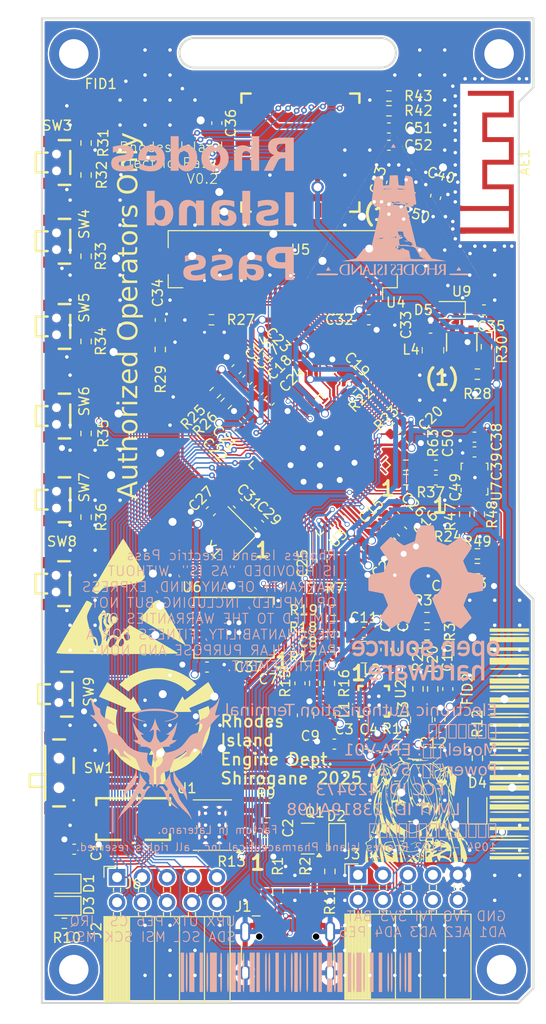
<source format=kicad_pcb>
(kicad_pcb (version 20241229) (generator "pcbnew") (generator_version "9.0")
  (layers (0 "F.Cu" signal) (2 "B.Cu" signal) (13 "F.Paste" user) (15 "B.Paste" user) (5 "F.SilkS" user "F.Silkscreen") (7 "B.SilkS" user "B.Silkscreen") (1 "F.Mask" user) (3 "B.Mask" user) (25 "Edge.Cuts" user))
  (net 0 "")
  (net 1 "Net-(AE1-PCB_Trace)")
  (net 2 "GND")
  (net 3 "+3.3V")
  (net 4 "+1V2")
  (net 5 "+2V5")
  (net 6 "/soc_f1c/TV_VRA1")
  (net 7 "/soc_f1c/TV_VRA2")
  (net 8 "/soc_f1c/OSC_IN1")
  (net 9 "/soc_f1c/F1C_RST")
  (net 10 "/soc_f1c/OSC_IN2")
  (net 11 "/screen/SCR_RST")
  (net 12 "/screen/SCREEN_LED_A")
  (net 13 "Net-(D1-K)")
  (net 14 "Net-(D2-K)")
  (net 15 "Net-(D3-K)")
  (net 16 "Net-(D4-A)")
  (net 17 "/soc_f1c/USB_DM")
  (net 20 "/soc_f1c/USB_DP")
  (net 21 "VBUS")
  (net 22 "Net-(J1-CC1)")
  (net 23 "Net-(J1-CC2)")
  (net 24 "/TWI0_IRQ")
  (net 25 "/TWI0_SDA")
  (net 26 "/GPADC3")
  (net 27 "/TWI0_SCL")
  (net 28 "/rtl8189ftv/WIFI_ANT")
  (net 29 "/GPADC4")
  (net 30 "/SPI1_SCK")
  (net 31 "/UART0_RX")
  (net 32 "/UART0_TX")
  (net 33 "/TVOUT")
  (net 34 "/PE5")
  (net 35 "/TVIN0")
  (net 36 "/SPI1_MOSI")
  (net 37 "Net-(D5-A)")
  (net 38 "/SPI1_MISO")
  (net 39 "/screen/SCREEN_BL_CTRL")
  (net 40 "/soc_f1c/SVREF")
  (net 41 "/screen/SCREEN_LED_K")
  (net 42 "Net-(R32-Pad1)")
  (net 43 "Net-(R33-Pad1)")
  (net 44 "Net-(R34-Pad1)")
  (net 45 "Net-(R35-Pad1)")
  (net 46 "Net-(R36-Pad1)")
  (net 47 "/adc_periph/ADCBAT")
  (net 50 "/adc_periph/ADCBTN_OUT")
  (net 61 "/soc_peripherals/NAND_CLK")
  (net 64 "/screen/SCREEN_G2")
  (net 65 "/screen/SCREEN_G1")
  (net 66 "/screen/SCREEN_R4")
  (net 67 "/screen/SCREEN_B0")
  (net 68 "/screen/SCREEN_R0")
  (net 69 "/screen/SCREEN_SCL")
  (net 70 "/screen/SCREEN_SDA")
  (net 71 "/soc_f1c/NAND_CS")
  (net 72 "/screen/SCREEN_HS")
  (net 73 "/screen/SCREEN_VS")
  (net 74 "/screen/SCREEN_G3")
  (net 75 "/screen/SCREEN_R3")
  (net 76 "/soc_f1c/NAND_MOSI")
  (net 77 "/screen/SCREEN_G0")
  (net 78 "/screen/SCREEN_R1")
  (net 79 "/screen/SCREEN_PCLK")
  (net 80 "/screen/SCREEN_B2")
  (net 81 "/screen/SCREEN_B4")
  (net 82 "/screen/SCREEN_B3")
  (net 83 "/soc_f1c/NAND_MISO")
  (net 84 "/screen/SCREEN_G4")
  (net 85 "/screen/SCREEN_CS")
  (net 86 "/screen/SCREEN_G5")
  (net 87 "/screen/SCREEN_R2")
  (net 88 "/screen/SCREEN_B1")
  (net 91 "VBAT")
  (net 92 "VBAT_OUT")
  (net 93 "/soc_peripherals/IMU_IRQ")
  (net 94 "Net-(U1-CE)")
  (net 95 "Net-(U2-FB2)")
  (net 96 "Net-(U2-FB3)")
  (net 97 "Net-(U2-FB1)")
  (net 98 "Net-(D1-A)")
  (net 99 "/PE6")
  (net 100 "Net-(U2-LX2)")
  (net 101 "Net-(U2-LX3)")
  (net 102 "Net-(U2-LX1)")
  (net 103 "Net-(U1-PROG)")
  (net 104 "Net-(U2-EN1)")
  (net 105 "Net-(R18-Pad1)")
  (net 106 "Net-(U4-DE)")
  (net 107 "/soc_f1c/VRA1")
  (net 108 "Net-(U7-SDO{slash}SA0)")
  (net 126 "/soc_f1c/VRA2")
  (net 127 "/SPI1_CS")
  (net 128 "/rtl8189ftv/WIFI_EN")
  (net 129 "Net-(U5-WAKEHOST)")
  (net 134 "/rtl8189ftv/SDIO_D0")
  (net 135 "/rtl8189ftv/SDIO_CMD")
  (net 136 "/rtl8189ftv/SDIO_CLK")
  (net 137 "/rtl8189ftv/SDIO_D1")
  (net 138 "/rtl8189ftv/SDIO_D2")
  (net 139 "/rtl8189ftv/SDIO_D3")
  (net 168 "/GPADC2")
  (net 169 "/GPADC1")
  (footprint "EasyEDA:SOT-23-6_L2.9-W1.6-P0.95-LS2.8-BL" (layer "F.Cu") (at 166.403913 80.749719)
    (property "Reference" "U9")
    (property "Value" "STI9287C")
  )
  (footprint "Resistor_SMD:R_0603_1608Metric" (layer "F.Cu") (at 168.204416 98.224517 90)
    (property "Reference" "R48")
    (property "Value" "0R")
  )
  (footprint "Fiducial:Fiducial_1mm_Mask2mm" (layer "F.Cu") (at 167.454416 119.724517)
    (property "Reference" "FID2")
    (property "Value" "Fiducial")
  )
  (footprint "Capacitor_SMD:C_0603_1608Metric" (layer "F.Cu") (at 163.75 66 75)
    (property "Reference" "C40")
    (property "Value" "TBD")
  )
  (footprint "EasyEDA:SW-SMD_TS24CA" (layer "F.Cu") (at 125.515 79.15 90)
    (property "Reference" "SW5")
    (property "Value" "TS24CA")
  )
  (footprint "EasyEDA:IND-SMD_L2.5-W2.0-VLS252012CX-150M" (layer "F.Cu") (at 152.454416 118.649517 -90)
    (property "Reference" "L1")
    (property "Value" "FTC252012S1R5MBCA")
  )
  (footprint "shirogane:ak_barcode" (layer "F.Cu") (at 171.25 121.5 90)
    (property "Reference" "G***" (hide yes))
    (property "Value" "LOGO" (hide yes))
  )
  (footprint "EasyEDA:SW-SMD_TS24CA" (layer "F.Cu") (at 125.515 62.5 90)
    (property "Reference" "SW3")
    (property "Value" "TS24CA")
  )
  (footprint "Capacitor_SMD:C_0603_1608Metric" (layer "F.Cu") (at 153.279416 111.224517)
    (property "Reference" "C8")
    (property "Value" "220pF")
  )
  (footprint "Crystal:Crystal_SMD_3225-4Pin_3.2x2.5mm" (layer "F.Cu") (at 142.890721 100.12427 135)
    (property "Reference" "Y1")
    (property "Value" "24Mhz 12pF")
  )
  (footprint "Capacitor_SMD:C_0603_1608Metric" (layer "F.Cu") (at 159.274281 64.657284 75)
    (property "Reference" "C43")
    (property "Value" "TBD")
  )
  (footprint "Resistor_SMD:R_0603_1608Metric" (layer "F.Cu") (at 153.290212 109.628427)
    (property "Reference" "R18")
    (property "Value" "10K")
  )
  (footprint "EasyEDA:SW-SMD_TS24CA" (layer "F.Cu") (at 125.75 116.5 90)
    (property "Reference" "SW9")
    (property "Value" "TS24CA")
  )
  (footprint "Capacitor_SMD:C_0603_1608Metric" (layer "F.Cu") (at 156.954416 78.474517)
    (property "Reference" "C32")
    (property "Value" "100nF")
  )
  (footprint "Package_SO:SOIC-8-1EP_3.9x4.9mm_P1.27mm_EP2.41x3.3mm_ThermalVias" (layer "F.Cu") (at 141.05 129.8 180)
    (property "Reference" "U1")
    (property "Value" "TP4056-42-ESOP8")
  )
  (footprint "Resistor_SMD:R_0603_1608Metric" (layer "F.Cu") (at 142.454416 86.974517 45)
    (property "Reference" "R26")
    (property "Value" "2K")
  )
  (footprint "EasyEDA:SW-SMD_TS24CA" (layer "F.Cu") (at 125.515 88.25 90)
    (property "Reference" "SW6")
    (property "Value" "TS24CA")
  )
  (footprint "Resistor_SMD:R_0603_1608Metric" (layer "F.Cu") (at 135.75 81.5 -90)
    (property "Reference" "R29")
    (property "Value" "10K")
  )
  (footprint "shirogane:esdsafe" (layer "F.Cu") (at 131.75 106.5)
    (property "Reference" "G***" (hide yes))
    (property "Value" "LOGO" (hide yes))
  )
  (footprint "Capacitor_SMD:C_0603_1608Metric" (layer "F.Cu") (at 165 103.75)
    (property "Reference" "C30")
    (property "Value" "100nF")
  )
  (footprint "Resistor_SMD:R_0603_1608Metric" (layer "F.Cu") (at 153.279416 112.724517 180)
    (property "Reference" "R17")
    (property "Value" "68K")
  )
  (footprint "Resistor_SMD:R_0603_1608Metric" (layer "F.Cu") (at 128.204416 80.674517 90)
    (property "Reference" "R34")
    (property "Value" "10K")
  )
  (footprint "Diode_SMD:D_SOD-323" (layer "F.Cu") (at 165.164416 77.474517 180)
    (property "Reference" "D5")
    (property "Value" "1N5819 SS14")
  )
  (footprint "Capacitor_SMD:C_0603_1608Metric" (layer "F.Cu") (at 153.454416 121.574517 180)
    (property "Reference" "C3")
    (property "Value" "10uF")
  )
  (footprint "Capacitor_SMD:C_0603_1608Metric" (layer "F.Cu") (at 160.340686 99.974517 -45)
    (property "Reference" "C16")
    (property "Value" "1uF")
  )
  (footprint "Resistor_SMD:R_0603_1608Metric" (layer "F.Cu") (at 150.5 136.474517 90)
    (property "Reference" "R2")
    (property "Value" "5.1K")
  )
  (footprint "EasyEDA:IND-SMD_L2.5-W2.0-VLS252012CX-150M" (layer "F.Cu") (at 156.454416 112.224517)
    (property "Reference" "L2")
    (property "Value" "FTC252012S1R5MBCA")
  )
  (footprint "Resistor_SMD:R_0603_1608Metric" (layer "F.Cu") (at 153 134.5 90)
    (property "Reference" "R11")
    (property "Value" "68K")
  )
  (footprint "Resistor_SMD:R_0603_1608Metric" (layer "F.Cu") (at 159 57.25 180)
    (property "Reference" "R42")
    (property "Value" "68K")
  )
  (footprint "Resistor_SMD:R_0805_2012Metric" (layer "F.Cu") (at 146.686045 128.324517 180)
    (property "Reference" "R9")
    (property "Value" "0.2R")
  )
  (footprint "Capacitor_SMD:C_0603_1608Metric" (layer "F.Cu") (at 163.775 94.75)
    (property "Reference" "C49")
    (property "Value" "1uF")
  )
  (footprint "Resistor_SMD:R_0603_1608Metric" (layer "F.Cu") (at 168 123 -90)
    (property "Reference" "R12")
    (property "Value" "5.1K")
  )
  (footprint "Connector_PinSocket_2.54mm:PinSocket_2x05_P2.54mm_Horizontal" (layer "F.Cu") (at 155.854416 134.849517 90)
    (property "Reference" "J3")
    (property "Value" "Conn_02x05_Odd_Even")
  )
  (footprint "Resistor_SMD:R_0603_1608Metric" (layer "F.Cu") (at 168 103.75)
    (property "Reference" "R3")
    (property "Value" "0R")
  )
  (footprint "Capacitor_SMD:C_0603_1608Metric" (layer "F.Cu") (at 158.704416 111.974517 90)
    (property "Reference" "C5")
    (property "Value" "10uF")
  )
  (footprint "EasyEDA:IND-SMD_L2.5-W2.0-VLS252012CX-150M" (layer "F.Cu") (at 163.48741 81.578268 -90)
    (property "Reference" "L4")
    (property "Value" "FTC252012S1R5MBCA")
  )
  (footprint "EasyEDA:WIRELM-SMD_E103-RTL8189FTV" (layer "F.Cu") (at 150 61.5 180)
    (property "Reference" "U5")
    (property "Value" "E103-RTL8189FTV_C42411897")
  )
  (footprint "Capacitor_SMD:C_0603_1608Metric" (layer "F.Cu") (at 160.942653 90.630054 45)
    (property "Reference" "C20")
    (property "Value" "100nF")
  )
  (footprint "Capacitor_SMD:C_0603_1608Metric" (layer "F.Cu") (at 143.64208 97.133096 135)
    (property "Reference" "C31")
    (property "Value" "22pF")
  )
  (footprint "EasyEDA:SW-SMD_TS24CA" (layer "F.Cu") (at 125.515 96.75 90)
    (property "Reference" "SW7")
    (property "Value" "TS24CA")
  )
  (footprint "Capacitor_SMD:C_0603_1608Metric" (layer "F.Cu") (at 140.890721 97.92427 -135)
    (property "Reference" "C27")
    (property "Value" "100nF")
  )
  (footprint "Capacitor_SMD:C_0603_1608Metric" (layer "F.Cu") (at 145.798008 99.298008 -45)
    (property "Reference" "C29")
    (property "Value" "22pF")
  )
  (footprint "Resistor_SMD:R_0603_1608Metric" (layer "F.Cu") (at 163.454416 115.974517 90)
    (property "Reference" "R20")
    (property "Value" "68K")
  )
  (footprint "Capacitor_SMD:C_0603_1608Metric" (layer "F.Cu") (at 150 82.5 135)
    (property "Reference" "C23")
    (property "Value" "100nF")
  )
  (footprint "Resistor_SMD:R_0603_1608Metric" (layer "F.Cu") (at 147.704416 136.474517 90)
    (property "Reference" "R1")
    (property "Value" "5.1K")
  )
  (footprint "EasyEDA:SW-SMD_TS24CA" (layer "F.Cu") (at 125.515 70.5 90)
    (property "Reference" "SW4")
    (property "Value" "TS24CA")
  )
  (footprint "EasyEDA:IND-SMD_L2.5-W2.0-VLS252012CX-150M" (layer "F.Cu") (at 162.309359 119.089507 -90)
    (property "Reference" "L3")
    (property "Value" "FTC252012S1R5MBCA")
  )
  (footprint "Resistor_SMD:R_0603_1608Metric" (layer "F.Cu") (at 159.954416 121.574517 180)
    (property "Reference" "R14")
    (property "Value" "10K")
  )
  (footprint "Package_TO_SOT_SMD:SOT-23" (layer "F.Cu") (at 150.75 131.170584 180)
    (property "Reference" "Q1")
    (property "Value" "AO3401A")
  )
  (footprint "EasyEDA:SW-TH_MSK12C02" (layer "F.Cu") (at 126 124.5 -90)
    (property "Reference" "SW1")
    (property "Value" "MSK12C02")
  )
  (footprint "Capacitor_SMD:C_0603_1608Metric" (layer "F.Cu") (at 158.204416 98.885521 45)
    (property "Reference" "C15")
    (property "Value" "1uF")
  )
  (footprint "EasyEDA:QFN-88_L10.0-W10.0-P0.40-BL-EP6.75" (layer "F.Cu") (at 151.954416 93.224517 135)
    (property "Reference" "U3")
    (property "Value" "F1C100S")
  )
  (footprint "Resistor_SMD:R_0603_1608Metric" (layer "F.Cu") (at 152.954416 115.399517 -90)
    (property "Reference" "R16")
    (property "Value" "68K")
  )
  (footprint "Capacitor_SMD:C_0603_1608Metric" (layer "F.Cu") (at 167.704416 90.399517)
    (property "Reference" "C38")
    (property "Value" "100nF")
  )
  (footprint "Capacitor_SMD:C_0603_1608Metric" (layer "F.Cu") (at 150.204416 118.649517 90)
    (property "Reference" "C9")
    (property "Value" "10uF")
  )
  (footprint "Capacitor_SMD:C_0603_1608Metric" (layer "F.Cu") (at 153.75 84.25 45)
    (property "Reference" "C19")
    (property "Value" "100nF")
  )
  (footprint "Capacitor_SMD:C_0603_1608Metric" (layer "F.Cu") (at 163.23741 79.328268 180)
    (property "Reference" "C33")
    (property "Value" "10uF")
  )
  (footprint "Resistor_SMD:R_0603_1608Metric" (layer "F.Cu") (at 161.310072 66.040941 165)
    (property "Reference" "R50")
    (property "Value" "0R")
  )
  (footprint "Capacitor_SMD:C_0603_1608Metric" (layer "F.Cu") (at 164.187751 119.089507 90)
    (property "Reference" "C12")
    (property "Value" "10uF")
  )
  (footprint "Capacitor_SMD:C_0603_1608Metric" (layer "F.Cu") (at 156.454416 110.224517 180)
    (property "Reference" "C11")
    (property "Value" "10uF")
  )
  (footprint "Resistor_SMD:R_0603_1608Metric" (layer "F.Cu") (at 140.954416 78.474517 180)
    (property "Reference" "R27")
    (property "Value" "10K")
  )
  (footprint "Resistor_SMD:R_0603_1608Metric" (layer "F.Cu") (at 161.954416 115.974517 -90)
    (property "Reference" "R21")
    (property "Value" "15K")
  )
  (footprint "Capacitor_SMD:C_0603_1608Metric" (layer "F.Cu") (at 135.75 78.5 90)
    (property "Reference" "C34")
    (property "Value" "100nF")
  )
  (footprint "EasyEDA:SW-SMD_TS24CA" (layer "F.Cu") (at 125.47 105.274517 90)
    (property "Reference" "SW8")
    (property "Value" "TS24CA")
  )
  (footprint "Capacitor_SMD:C_0603_1608Metric" (layer "F.Cu") (at 160.454416 111.974517 90)
    (property "Reference" "C6")
    (property "Value" "1uF")
  )
  (footprint "EasyEDA:CONN-SMD_2P-P1.25_XUNPU_WAFER-MX1.25-2PWB" (layer "F.Cu") (at 133 130.5 180)
    (property "Reference" "J6")
    (property "Value" "Conn_01x02")
  )
  (footprint "shirogane:esp2" (layer "F.Cu") (at 135.5 119.75)
    (property "Reference" "G***" (hide yes))
    (property "Value" "LOGO" (hide yes))
  )
  (footprint "Package_LGA:LGA-14_3x2.5mm_P0.5mm_LayoutBorder3x4y" (layer "F.Cu") (at 167.704416 94.649517 90)
    (property "Reference" "U7")
    (property "Value" "LSM6DS3")
  )
  (footprint "EasyEDA:WSON-8_L8.0-W6.10-P1.27-BL-EP" (layer "F.Cu") (at 143.25 109.75 90)
    (property "Reference" "U6")
    (property "Value" "W25N01GVZEIG_C907680")
  )
  (footprint "LED_SMD:LED_0805_2012Metric" (layer "F.Cu") (at 126 135.75 180)
    (property "Reference" "D1")
    (property "Value" "LED")
  )
  (footprint "Resistor_SMD:R_0603_1608Metric" (layer "F.Cu") (at 168 102.25 180)
    (property "Reference" "R49")
    (property "Value" "10K")
  )
  (footprint "Resistor_SMD:R_0603_1608Metric" (layer "F.Cu") (at 165 102.25)
    (property "Reference" "R24")
    (property "Value" "10K")
  )
  (footprint "LED_SMD:LED_0805_2012Metric" (layer "F.Cu") (at 168 128 90)
    (property "Reference" "D4")
    (property "Value" "LED")
  )
  (footprint "Resistor_SMD:R_0603_1608Metric" (layer "F.Cu") (at 160.72 94.72)
    (property "Reference" "R37")
    (property "Value" "200K")
  )
  (footprint "Capacitor_SMD:C_0603_1608Metric" (layer "F.Cu") (at 145.753124 85.626524 45)
    (property "Reference" "C18")
    (property "Value" "100nF")
  )
  (footprint "Resistor_SMD:R_0603_1608Metric" (layer "F.Cu") (at 162.879416 110.474517 180)
    (property "Reference" "R39")
    (property "Value" "47K")
  )
  (footprint "Capacitor_SMD:C_0603_1608Metric" (layer "F.Cu") (at 159 59)
    (property "Reference" "C51")
    (property "Value" "100nF")
  )
  (footprint "Fiducial:Fiducial_1mm_Mask2mm" (layer "F.Cu") (at 129.704416 56.474517)
    (property "Reference" "FID1")
    (property "Value" "Fiducial")
  )
  (footprint "Diode_SMD:D_SOD-323" (layer "F.Cu") (at 153.75 131.25 -90)
    (property "Reference" "D2")
    (property "Value" "1N5819 SS14")
  )
  (footprint "Resistor_SMD:R_0603_1608Metric" (layer "F.Cu") (at 159.75 89.5 45)
    (property "Reference" "R23")
    (property "Value" "5.1K")
  )
  (footprint "Capacitor_SMD:C_0603_1608Metric" (layer "F.Cu") (at 167.704416 91.899517)
    (property "Reference" "C39")
    (property "Value" "100nF")
  )
  (footprint "Resistor_SMD:R_0603_1608Metric" (layer "F.Cu") (at 126 139.775483 180)
    (property "Reference" "R10")
    (property "Value" "2K")
  )
  (footprint "Resistor_SMD:R_0603_1608Metric" (layer "F.Cu") (at 128.204416 98.524517 90)
    (property "Reference" "R36")
    (property "Value" "10K")
  )
  (footprint "Resistor_SMD:R_0603_1608Metric" (layer "F.Cu") (at 146.473568 131.574517)
    (property "Reference" "R13")
    (property "Value" "2K")
  )
  (footprint "Capacitor_SMD:C_0603_1608Metric" (layer "F.Cu") (at 152.204416 102.974517 -90)
    (property "Reference" "C25")
    (property "Value" "100nF")
  )
  (footprint "Resistor_SMD:R_0603_1608Metric" (layer "F.Cu") (at 151 105.75)
    (property "Reference" "R7")
    (property "Value" "0R")
  )
  (footprint "EasyEDA:WQFN-20_L3.0-W3.0-P0.40-BL-EP" (layer "F.Cu") (at 157.454416 117.224517 -90)
    (property "Reference" "U2")
    (property "Value" "EA3036C")
  )
  (footprint "Resistor_SMD:R_0603_1608Metric" (layer "F.Cu") (at 160.72 93.25)
    (property "Reference" "R63")
    (property "Value" "200K")
  )
  (footprint "shirogane:ESPRESSIF_ESP32_MIFA_2.4GHz_LEFT" (layer "F.Cu") (at 166.375 57.95 -90)
    (property "Reference" "AE1")
    (property "Value" "Antenna_Chip")
  )
  (footprint "Capacitor_SMD:C_0603_1608Metric" (layer "F.Cu") (at 159.245618 101.086589 -45)
    (property "Reference" "C13")
    (property "Value" "1uF")
  )
  (footprint "Capacitor_SMD:C_0603_1608Metric" (layer "F.Cu") (at 143.5 83.5 45)
    (property "Reference" "C14")
    (property "Value" "100nF")
  )
  (footprint "Capacitor_SMD:C_0603_1608Metric" (layer "F.Cu") (at 146.504416 130.074517)
    (property "Reference" "C2")
    (property "Value" "10uF")
  )
  (footprint "Capacitor_SMD:C_0603_1608Metric" (layer "F.Cu") (at 146.865549 86.687623 45)
    (property "Reference" "C24")
    (property "Value" "100nF")
  )
  (footprint "Resistor_SMD:R_0603_1608Metric" (layer "F.Cu") (at 162.879416 108.724517)
    (property "Reference" "R38")
    (property "Value" "47K")
  )
  (footprint "Connector_USB:USB_C_Receptacle_HCTL_HC-TYPE-C-16P-01A" (layer "F.Cu") (at 148.704416 143.724517)
    (property "Reference" "J1")
    (property "Value" "USB_C_Receptacle_USB2.0_16P")
  )
  (footprint "Capacitor_SMD:C_0603_1608Metric" (layer "F.Cu") (at 163.775 93.25)
    (property "Reference" "C50")
    (property "Value" "1uF")
  )
  (footprint "Resistor_SMD:R_0603_1608Metric" (layer "F.Cu") (at 168.914416 81.224517 -90)
    (property "Reference" "R30")
    (property "Value" "10R")
  )
  (footprint "Connector_PinSocket_2.54mm:PinSocket_2x05_P2.54mm_Horizontal" (layer "F.Cu") (at 131.354416 135.099517 90)
    (property "Reference" "J2")
    (property "Value" "Conn_02x05_Odd_Even")
  )
  (footprint "Capacitor_SMD:C_0603_1608Metric" (layer "F.Cu") (at 143.549265 89.186216 135)
    (property "Reference" "C22")
    (property "Value" "100nF")
  )
  (footprint "Capacitor_SMD:C_0603_1608Metric" (layer "F.Cu") (at 160.340686 97.724517 -45)
    (property "Reference" "C26")
    (property "Value" "100nF")
  )
  (footprint "Resistor_SMD:R_0603_1608Metric" (layer "F.Cu") (at 166.704416 98.224517 -90)
    (property "Reference" "R47")
    (property "Value" "0R")
  )
  (footprint "Capacitor_SMD:C_0603_1608Metric" (layer "F.Cu") (at 159 60.75)
    (property "Reference" "C52")
    (property "Value" "1uF")
  )
  (footprint "Resistor_SMD:R_0603_1608Metric" (layer "F.Cu") (at 155.166637 85.333363 45)
    (property "Reference" "R22")
    (property "Value" "5.1K")
  )
  (footprint "Connector_FFC-FPC:Hirose_FH12-40S-0.5SH_1x40-1MP_P0.50mm_Horizontal" (layer "F.Cu") (at 148.204416 73.924517 180)
    (property "Reference" "U4")
    (property "Value" "3寸液晶屏TFT 全新无定义资料")
  )
  (footprint "Resistor_SMD:R_0603_1608Metric" (layer "F.Cu") (at 153.332451 107.98112 180)
    (property "Reference" "R19")
    (property "Value" "10K")
  )
  (footprint "Resistor_SMD:R_0603_1608Metric" (layer "F.Cu") (at 128.204416 90.024517 90)
    (property "Reference" "R35")
    (property "Value" "10K")
  )
  (footprint "Capacitor_SMD:C_0603_1608Metric" (layer "F.Cu") (at 127 132.25 180)
    (property "Reference" "C1")
    (property "Value" "10uF")
  )
  (footprint "Capacitor_SMD:C_0603_1608Metric" (layer "F.Cu") (at 156.704416 101.474517 -45)
    (property "Reference" "C28")
    (property "Value" "100nF")
  )
  (footprint "Resistor_SMD:R_0603_1608Metric" (layer "F.Cu") (at 151.454416 115.399517 -90)
    (property "Reference" "R15")
    (property "Value" "68K")
  )
  (footprint "Resistor_SMD:R_0603_1608Metric" (layer "F.Cu") (at 128.204416 63.774517 90)
    (property "Reference" "R32")
    (property "Value" "10K")
  )
  (footprint "Capacitor_SMD:C_0603_1608Metric" (layer "F.Cu") (at 149.954416 115.399517 -90)
    (property "Reference" "C7")
    (property "Value" "220pF")
  )
  (footprint "Resistor_SMD:R_0603_1608Metric" (layer "F.Cu") (at 128.204416 72.024517 90)
    (property "Reference" "R33")
    (property "Value" "10K")
  )
  (footprint "Capacitor_SMD:C_0603_1608Metric" (layer "F.Cu") (at 156.704416 121.574517)
    (property "Reference" "C4")
    (property "Value" "10uF")
  )
  (footprint "Capacitor_SMD:C_0603_1608Metric" (layer "F.Cu") (at 144.615549 84.568649 45)
    (property "Reference" "C17")
    (property "Value" "100nF")
  )
  (footprint "Resistor_SMD:R_0603_1608Metric" (layer "F.Cu") (at 141.340916 85.874117 -135)
    (property "Reference" "R25")
    (property "Value" "2K")
  )
  (footprint "Resistor_SMD:R_0603_1608Metric" (layer "F.Cu") (at 159 55.75 180)
    (property "Reference" "R43")
    (property "Value" "68K")
  )
  (footprint "LED_SMD:LED_0805_2012Metric" (layer "F.Cu") (at 126 138 180)
    (property "Reference" "D3")
    (property "Value" "LED")
  )
  (footprint "Capacitor_SMD:C_0603_1608Metric" (layer "F.Cu") (at 141.5 58.5 -90)
    (property "Reference" "C36")
    (property "Value" "100nF")
  )
  (footprint "Resistor_SMD:R_0603_1608Metric" (layer "F.Cu") (at 168 84 180)
    (property "Reference" "R28")
    (property "Value" "10K")
  )
  (footprint "Capacitor_SMD:C_0603_1608Metric" (layer "F.Cu") (at 168.664416 77.474517)
    (property "Reference" "C35")
    (property "Value" "10uF")
  )
  (footprint "Capacitor_SMD:C_0603_1608Metric" (layer "F.Cu") (at 144.656365 88.071566 135)
    (property "Reference" "C21")
    (property "Value" "100nF")
  )
  (footprint "Capacitor_SMD:C_0603_1608Metric" (layer "F.Cu") (at 164.988793 115.976317 -90)
    (property "Reference" "C10")
    (property "Value" "220pF")
  )
  (footprint "Resistor_SMD:R_0603_1608Metric" (layer "F.Cu") (at 128.204416 60.524517 90)
    (property "Reference" "R31")
    (property "Value" "68K")
  )
  (footprint "Capacitor_SMD:C_0603_1608Metric" (layer "F.Cu") (at 140.5 113.75)
    (property "Reference" "C37")
    (property "Value" "100nF")
  )
  (footprint "shirogane:mstm_small" (layer "F.Cu") (at 161.5 128.25)
    (property "Reference" "G***" (hide yes))
    (property "Value" "LOGO" (hide yes))
  )
  (footprint "shirogane:rhodesisland" (layer "B.Cu") (at 159.5 67.25 180)
    (property "Reference" "G***" (hide yes))
    (property "Value" "LOGO" (hide yes))
  )
  (footprint "shirogane:latt" (layer "B.Cu") (at 135.25 122.75 180)
    (property "Reference" "G***" (hide yes))
    (property "Value" "LOGO" (hide yes))
  )
  (footprint "shirogane:oshw" (layer "B.Cu") (at 162.75 107.25 180)
    (property "Reference" "G***" (hide yes))
    (property "Value" "LOGO" (hide yes))
  )
  (footprint "shirogane:ak_barcode" (layer "B.Cu") (at 149.5 144.75 180)
    (property "Reference" "G***" (hide yes))
    (property "Value" "LOGO" (hide yes))
  )
  (gr_arc (start 166.289998 67.14473) (mid 164.857155 67.09281) (end 163.5 66.630352) (stroke (width 0.553)) (layer "F.Cu") (net 1))
  (gr_arc (start 156.448793 65.106517) (mid 157.750638 65.133117) (end 159 65.5) (stroke (width 0.553)) (layer "F.Cu") (net 28))
  (gr_line (start 166.543215 69.422583) (end 165 69.5) (stroke (width 0.6)) (layer "F.Cu") (net 2))
  (gr_line (start 159 65.5) (end 160.5 66) (stroke (width 0.553)) (layer "F.Cu") (net 28))
  (gr_line (start 162 66.25) (end 163.5 66.75) (stroke (width 0.553)) (layer "F.Cu") (net 1))
  (gr_arc (start 139.204412 52.863083) (mid 137.704408 51.363079) (end 139.20931 49.863083) (stroke (width 0.2)) (layer "Edge.Cuts"))
  (gr_line (start 139.20931 49.863083) (end 148.704416 49.863083) (stroke (width 0.2)) (layer "Edge.Cuts"))
  (gr_line (start 158.204412 52.863083) (end 148.704416 52.863083) (stroke (width 0.2)) (layer "Edge.Cuts"))
  (gr_line (start 173.704416 106.863083) (end 172.204416 105.363083) (stroke (width 0.2)) (layer "Edge.Cuts"))
  (gr_arc (start 158.204402 49.863083) (mid 159.704408 51.363079) (end 158.204412 52.863075) (stroke (width 0.2)) (layer "Edge.Cuts"))
  (gr_line (start 123.704416 47.863083) (end 123.704416 147.863083) (stroke (width 0.2)) (layer "Edge.Cuts"))
  (gr_line (start 123.704416 147.863083) (end 172.204416 147.863083) (stroke (width 0.2)) (layer "Edge.Cuts"))
  (gr_line (start 173.704416 54.863083) (end 172.204416 56.363083) (stroke (width 0.2)) (layer "Edge.Cuts"))
  (gr_line (start 148.704416 52.863083) (end 139.204412 52.863083) (stroke (width 0.2)) (layer "Edge.Cuts"))
  (gr_line (start 173.704416 146.363083) (end 173.704416 106.863083) (stroke (width 0.2)) (layer "Edge.Cuts"))
  (gr_line (start 172.204416 147.863083) (end 173.704416 146.363083) (stroke (width 0.2)) (layer "Edge.Cuts"))
  (gr_line (start 173.704416 47.863083) (end 123.704416 47.863083) (stroke (width 0.2)) (layer "Edge.Cuts"))
  (gr_line (start 173.704416 54.863083) (end 173.704416 47.863083) (stroke (width 0.2)) (layer "Edge.Cuts"))
  (gr_line (start 148.704416 49.863083) (end 158.204402 49.863083) (stroke (width 0.2)) (layer "Edge.Cuts"))
  (gr_line (start 172.204416 56.363083) (end 172.204416 105.363083) (stroke (width 0.2)) (layer "Edge.Cuts"))
  (gr_text "1" (at 163.25 98.25 0) (layer "F.SilkS") (effects (font (size 1.5 1.5) (thickness 0.3) (bold yes)) (justify left bottom)))
  (gr_text "- +" (at 131.25 126.75 0) (layer "F.SilkS") (effects (font (size 1 1) (thickness 0.1)) (justify left bottom)))
  (gr_text "1" (at 155 115.25 0) (layer "F.SilkS") (effects (font (size 1.5 1.5) (thickness 0.3) (bold yes)) (justify left bottom)))
  (gr_text "1" (at 144.75 134.5 0) (layer "F.SilkS") (effects (font (size 1.5 1.5) (thickness 0.3) (bold yes)) (justify left bottom)))
  (gr_text "1" (at 158 96.5 0) (layer "F.SilkS") (effects (font (size 1.5 1.5) (thickness 0.3) (bold yes)) (justify left bottom)))
  (gr_text "(1)" (at 156.25 68.5 0) (layer "F.SilkS") (effects (font (size 1.5 1.5) (thickness 0.3) (bold yes)) (justify left bottom)))
  (gr_text "Rhodes \nIsland\nEngine Dept.\nShirogane 2025" (at 141.75 125.75 0) (layer "F.SilkS") (effects (font (size 1.2 1.2) (thickness 0.2) (bold yes)) (justify left bottom)))
  (gr_text "1" (at 147.25 114 0) (layer "F.SilkS") (effects (font (size 1.5 1.5) (thickness 0.3) (bold yes)) (justify left bottom)))
  (gr_text "1" (at 145.25 102.75 0) (layer "F.SilkS") (effects (font (size 1.5 1.5) (thickness 0.3) (bold yes)) (justify left bottom)))
  (gr_text "Rhodes Island\nElectric Pass\n         V0.2" (at 131.5 64.75 0) (layer "F.SilkS") (effects (font (size 1 1) (thickness 0.1)) (justify left bottom)))
  (gr_text "(1)" (at 162.5 85.25 0) (layer "F.SilkS") (effects (font (size 1.5 1.5) (thickness 0.3) (bold yes)) (justify left bottom)))
  (gr_text "Authorized Operators Only" (at 133.75 96.75 90) (layer "F.SilkS") (effects (font (size 2 2) (thickness 0.1)) (justify left bottom)))
  (gr_text "Factum in Laterano." (at 147.75 130.75 0) (layer "B.SilkS") (effects (font (size 0.8 0.8) (thickness 0.1)) (justify left bottom mirror)))
  (gr_text "Rhodes Island Electric Pass\nIS PROVIDED {dblquote}AS IS{dblquote}, WITHOUT \nWARRANTY OF ANY KIND, EXPRESS \nOR IMPLIED, INCLUDING BUT NOT \nLIMITED TO THE WARRANTIES OF \nMERCHANTABILITY, FITNESS FOR A \nPARTICULAR PURPOSE AND NON-\nINFRINGEMENT." (at 153.75 114.25 0) (layer "B.SilkS") (effects (font (size 1 1) (thickness 0.1)) (justify left bottom mirror)))
  (gr_text "1094 - 1102 Rhodes Island Pharmaceutical Inc., all rights reserved." (at 170 132.5 0) (layer "B.SilkS") (effects (font (size 0.8 0.8) (thickness 0.1)) (justify left bottom mirror)))
  (gr_text "Electronic Authorization Terminal\n电子通行证终端\nModel/型号: EPA-V01\nPower/电源: 5V1A\n          FCC ID: 429473\n       LMIIT ID: 23819AU98\n拉特兰机械制造总局受托制造" (at 170 131 0) (layer "B.SilkS") (effects (font (size 1.2 1.2) (thickness 0.1)) (justify left bottom mirror)))
  (gr_text "URX UTX PE6 CS  IRQ\nSDA SCL MSI SCK MSO" (at 143.5 141.75 0) (layer "B.SilkS") (effects (font (size 1 1) (thickness 0.1)) (justify left bottom mirror)))
  (gr_text "Rhodes\nIsland\nPass" (at 149.75 75 0) (layer "B.SilkS") (effects (font (size 3.302 3.302) (thickness 0.762) (bold yes)) (justify left bottom mirror)))
  (gr_text "GND TVO TVI 3V3 BAT\nAD1 AE2 AD3 AD4 PE5" (at 171 141.25 0) (layer "B.SilkS") (effects (font (size 1 1) (thickness 0.1)) (justify left bottom mirror)))
  (via (at 126.954416 51.474517) (size 5) (drill 3) (layers "F.Cu" "B.Cu") (net 0))
  (via (at 126.954416 144.474517) (size 5) (drill 3) (layers "F.Cu" "B.Cu") (net 0))
  (via (at 170.454416 144.474517) (size 5) (drill 3) (layers "F.Cu" "B.Cu") (net 0))
  (via (at 170.204416 51.474517) (size 5) (drill 3) (layers "F.Cu" "B.Cu") (net 0))
  (segment (start 158.176956 92.375989) (end 157.328428 93.224517) (width 0.254) (layer "F.Cu") (net 2))
  (segment (start 145.024416 139.979517) (end 144.384416 140.619517) (width 0.508) (layer "F.Cu") (net 2))
  (segment (start 155.954416 117.624517) (end 157 117.624517) (width 0.254) (layer "F.Cu") (net 2))
  (segment (start 158.776851 117.624517) (end 158 117.624517) (width 0.254) (layer "F.Cu") (net 2))
  (segment (start 143.201992 82.951992) (end 142.5 82.25) (width 0.508) (layer "F.Cu") (net 2))
  (segment (start 167.75 88.75) (end 167.75 86) (width 0.508) (layer "F.Cu") (net 2))
  (segment (start 155.85 66) (end 155.85 67.6) (width 0.508) (layer "F.Cu") (net 2))
  (segment (start 143.356825 102.601711) (end 146.11252 99.846016) (width 0.254) (layer "F.Cu") (net 2))
  (segment (start 147.413557 86.468357) (end 147.413557 86.139615) (width 0.508) (layer "F.Cu") (net 2))
  (segment (start 158.254416 116.424517) (end 157.964466 116.714466) (width 0.254) (layer "F.Cu") (net 2))
  (segment (start 157.823045 94.073045) (end 157 93.25) (width 0.254) (layer "F.Cu") (net 2))
  (segment (start 144.15 64.2) (end 143.05 64.2) (width 0.508) (layer "F.Cu") (net 2))
  (segment (start 156.762742 95.487259) (end 154.5 93.224517) (width 0.254) (layer "F.Cu") (net 2))
  (segment (start 168.281702 94.649517) (end 168.09061 94.84061) (width 0.254) (layer "F.Cu") (net 2))
  (segment (start 164.724517 110.474517) (end 164.75 110.5) (width 0.508) (layer "F.Cu") (net 2))
  (segment (start 168.09061 94.84061) (end 167.954416 94.976803) (width 0.254) (layer "F.Cu") (net 2))
  (segment (start 158.954416 117.224517) (end 157.454416 117.224517) (width 0.254) (layer "F.Cu") (net 2))
  (segment (start 126.495 90.755) (end 125.75 91.5) (width 0.1524) (layer "F.Cu") (net 2))
  (segment (start 147.28 107.85) (end 147.28 107.47) (width 0.1524) (layer "F.Cu") (net 2))
  (segment (start 126.495 89.95) (end 126.495 90.755) (width 0.1524) (layer "F.Cu") (net 2))
  (segment (start 140.129416 79.629416) (end 140.25 79.75) (width 0.1524) (layer "F.Cu") (net 2))
  (segment (start 149.548008 81.951992) (end 149.451992 81.951992) (width 0.508) (layer "F.Cu") (net 2))
  (segment (start 168.616916 94.649517) (end 168.281702 94.649517) (width 0.254) (layer "F.Cu") (net 2))
  (segment (start 148.6952 87.75) (end 147.413557 86.468357) (width 0.508) (layer "F.Cu") (net 2))
  (segment (start 155.631372 93.224517) (end 151.954416 93.224517) (width 0.254) (layer "F.Cu") (net 2))
  (segment (start 159.474866 63.908691) (end 159.474866 63.025134) (width 0.508) (layer "F.Cu") (net 2))
  (segment (start 157 93.25) (end 156.974517 93.224517) (width 0.254) (layer "F.Cu") (net 2))
  (segment (start 157.854416 117.624517) (end 157.454416 117.224517) (width 0.254) (layer "F.Cu") (net 2))
  (segment (start 144.108357 87.531108) (end 143.444732 88.194732) (width 0.508) (layer "F.Cu") (net 2))
  (segment (start 139.36741 98.472278) (end 138.856207 97.961075) (width 0.254) (layer "F.Cu") (net 2))
  (segment (start 167.454416 94.795584) (end 167.454416 95.812017) (width 0.254) (layer "F.Cu") (net 2))
  (segment (start 159.474866 63.025134) (end 161.25 61.25) (width 0.508) (layer "F.Cu") (net 2))
  (segment (start 154.23112 107.98112) (end 155.25 109) (width 0.508) (layer "F.Cu") (net 2))
  (segment (start 136.225 77.725) (end 136.39042 77.89042) (width 0.1524) (layer "F.Cu") (net 2))
  (segment (start 149.670029 82.074013) (end 149.548008 81.951992) (width 0.508) (layer "F.Cu") (net 2))
  (segment (start 154.157451 107.98112) (end 154.23112 107.98112) (width 0.508) (layer "F.Cu") (net 2))
  (segment (start 166.929416 91.899517) (end 166.100483 91.899517) (width 0.254) (layer "F.Cu") (net 2))
  (segment (start 164.253767 118.248491) (end 164.253767 117.881996) (width 0.508) (layer "F.Cu") (net 2))
  (segment (start 155.679416 110.224517) (end 155.679416 109.429416) (width 0.254) (layer "F.Cu") (net 2))
  (segment (start 160.888694 98.272525) (end 161.89791 99.281741) (width 0.254) (layer "F.Cu") (net 2))
  (segment (start 141.275 113.75) (end 142 113.75) (width 0.254) (layer "F.Cu") (net 2))
  (segment (start 160.454416 111.199517) (end 160.454416 110.045584) (width 0.508) (layer "F.Cu") (net 2))
  (segment (start 158.954416 116.424517) (end 158.254416 116.424517) (width 0.254) (layer "F.Cu") (net 2))
  (segment (start 126.225 132.25) (end 126.225 131.475) (width 0.508) (layer "F.Cu") (net 2))
  (segment (start 157.753866 121.300067) (end 157.479416 121.574517) (width 0.254) (layer "F.Cu") (net 2))
  (segment (start 150.5 135.649517) (end 150.5 134.75) (width 0.1524) (layer "F.Cu") (net 2))
  (segment (start 167.954416 94.976803) (end 167.954416 95.812017) (width 0.254) (layer "F.Cu") (net 2))
  (segment (start 143.525 131.705) (end 142.955 131.705) (width 0.508) (layer "F.Cu") (net 2))
  (segment (start 151.904416 139.979517) (end 152.384416 139.979517) (width 0.508) (layer "F.Cu") (net 2))
  (segment (start 143.954416 74.545584) (end 144 74.5) (width 0.1524) (layer "F.Cu") (net 2))
  (segment (start 166.414416 82.074517) (end 166.414416 81.335584) (width 0.254) (layer "F.Cu") (net 2))
  (segment (start 161.954416 114.545584) (end 162.25 114.25) (width 0.508) (layer "F.Cu") (net 2))
  (segment (start 152.954416 114.574517) (end 151.2302 112.850301) (width 0.508) (layer "F.Cu") (net 2))
  (segment (start 157.854416 115.902082) (end 157.854416 116.824517) (width 0.254) (layer "F.Cu") (net 2))
  (segment (start 126.45 107.8) (end 126.25 108) (width 0.1524) (layer "F.Cu") (net 2))
  (segment (start 147.3 69.7) (end 147.25 69.75) (width 0.508) (layer "F.Cu") (net 2))
  (segment (start 163.704416 110.474517) (end 164.724517 110.474517) (width 0.508) (layer "F.Cu") (net 2))
  (segment (start 144.15 66) (end 143.75 66) (width 0.508) (layer "F.Cu") (net 2))
  (segment (start 143.525 129.165) (end 141.685 129.165) (width 0.508) (layer "F.Cu") (net 2))
  (segment (start 147.279416 130.074517) (end 147.279416 131.555365) (width 0.508) (layer "F.Cu") (net 2))
  (segment (start 157.8314 120.498865) (end 157.753866 120.576399) (width 0.254) (layer "F.Cu") (net 2))
  (segment (start 160.75 60.75) (end 161.25 61.25) (width 0.508) (layer "F.Cu") (net 2))
  (segment (start 156.654416 116.424517) (end 156.989949 116.760051) (width 0.254) (layer "F.Cu") (net 2))
  (segment (start 150.5 134.75) (end 151 134.25) (width 0.1524) (layer "F.Cu") (net 2))
  (segment (start 157.894113 94.355888) (end 157.894113 94.144113) (width 0.254) (layer "F.Cu") (net 2))
  (segment (start 158.704416 111.199517) (end 158.704416 110.295584) (width 0.508) (layer "F.Cu") (net 2))
  (segment (start 157.894113 94.144113) (end 157 93.25) (width 0.254) (layer "F.Cu") (net 2))
  (segment (start 167.75 94.5) (end 168.09061 94.84061) (width 0.254) (layer "F.Cu") (net 2))
  (segment (start 161.89791 99.281741) (end 161.89791 99.39791) (width 0.254) (layer "F.Cu") (net 2))
  (segment (start 156.989949 116.760051) (end 157.454416 117.224517) (width 0.254) (layer "F.Cu") (net 2))
  (segment (start 160.888694 100.638694) (end 161.75 101.5) (width 0.254) (layer "F.Cu") (net 2))
  (segment (start 144.108357 87.523558) (end 144.108357 87.531108) (width 0.508) (layer "F.Cu") (net 2))
  (segment (start 141.685 129.165) (end 141.05 129.8) (width 0.508) (layer "F.Cu") (net 2))
  (segment (start 126.495 99.255) (end 126.58 99.34) (width 0.508) (layer "F.Cu") (net 2))
  (segment (start 158.176956 94.073045) (end 157.823045 94.073045) (width 0.254) (layer "F.Cu") (net 2))
  (segment (start 158.785251 117.616117) (end 158.776851 117.624517) (width 0.254) (layer "F.Cu") (net 2))
  (segment (start 154.298008 83.701992) (end 154.298008 83.548008) (width 0.254) (layer "F.Cu") (net 2))
  (segment (start 166.929416 90.399517) (end 166.100483 90.399517) (width 0.254) (layer "F.Cu") (net 2))
  (segment (start 155.679416 109.429416) (end 155.25 109) (width 0.254) (layer "F.Cu") (net 2))
  (segment (start 155.954416 118.024517) (end 156.654416 118.024517) (width 0.254) (layer "F.Cu") (net 2))
  (segment (start 159.775 59) (end 161 59) (width 0.508) (layer "F.Cu") (net 2))
  (segment (start 152.384416 139.979517) (end 153.024416 140.619517) (width 0.508) (layer "F.Cu") (net 2))
  (segment (start 157.964466 116.714466) (end 157.454416 117.224517) (width 0.254) (layer "F.Cu") (net 2))
  (segment (start 147.704416 134.954416) (end 147.704416 135.649517) (width 0.1524) (layer "F.Cu") (net 2))
  (segment (start 147.298568 132.951432) (end 147.25 133) (width 0.508) (layer "F.Cu") (net 2))
  (segment (start 135.75 77.725) (end 136.225 77.725) (width 0.1524) (layer "F.Cu") (net 2))
  (segment (start 143.25 88) (end 143.25 87.75) (width 0.508) (layer "F.Cu") (net 2))
  (segment (start 144.048008 82.951992) (end 143.201992 82.951992) (width 0.508) (layer "F.Cu") (net 2))
  (segment (start 161.75 130.585101) (end 161.75 129.5) (width 0.508) (layer "F.Cu") (net 2))
  (segment (start 126.225 131.475) (end 126 131.25) (width 0.508) (layer "F.Cu") (net 2))
  (segment (start 141.5 59.275) (end 140.910261 59.275) (width 0.508) (layer "F.Cu") (net 2))
  (segment (start 168.616916 94.149517) (end 168.100483 94.149517) (width 0.254) (layer "F.Cu") (net 2))
  (segment (start 140.454416 74.704416) (end 140.25 74.5) (width 0.1524) (layer "F.Cu") (net 2))
  (segment (start 151.175987 82.074013) (end 149.670029 82.074013) (width 0.508) (layer "F.Cu") (net 2))
  (segment (start 151.954416 95.204416) (end 151.954416 93.224517) (width 0.254) (layer "F.Cu") (net 2))
  (segment (start 151.2302 112.850301) (end 151.2302 107.918837) (width 0.508) (layer "F.Cu") (net 2))
  (segment (start 162.46241 79.28759) (end 163.25 78.5) (width 0.254) (layer "F.Cu") (net 2))
  (segment (start 146.346016 99.846016) (end 146.159175 99.846016) (width 0.254) (layer "F.Cu") (net 2))
  (segment (start 168.100483 94.149517) (end 167.75 94.5) (width 0.254) (layer "F.Cu") (net 2))
  (segment (start 157.61127 94.638731) (end 156.197056 93.224517) (width 0.254) (layer "F.Cu") (net 2))
  (segment (start 142.921007 102.601711) (end 143.356825 102.601711) (width 0.254) (layer "F.Cu") (net 2))
  (segment (start 132.38 131.75) (end 129.5 131.75) (width 0.508) (layer "F.Cu") (net 2))
  (segment (start 126.495 72.2) (end 126.495 72.505) (width 0.1524) (layer "F.Cu") (net 2))
  (segment (start 148.5 134) (end 148.5 134.158832) (width 0.1524) (layer "F.Cu") (net 2))
  (segment (start 143.05 64.2) (end 141.75 65.5) (width 0.508) (layer "F.Cu") (net 2))
  (segment (start 159.775 60.75) (end 160.75 60.75) (width 0.508) (layer "F.Cu") (net 2))
  (segment (start 153.275051 107.09872) (end 154.157451 107.98112) (width 0.508) (layer "F.Cu") (net 2))
  (segment (start 163.950585 65.251407) (end 163.950585 63.549415) (width 0.508) (layer "F.Cu") (net 2))
  (segment (start 157.328428 94.921573) (end 155.631372 93.224517) (width 0.254) (layer "F.Cu") (net 2))
  (segment (start 143.444732 88.194732) (end 143.001257 88.638208) (width 0.508) (layer "F.Cu") (net 2))
  (segment (start 154.298008 83.548008) (end 153.25 82.5) (width 0.254) (layer "F.Cu") (net 2))
  (segment (start 145.504416 139.979517) (end 145.024416 139.979517) (width 0.508) (layer "F.Cu") (net 2))
  (segment (start 162.46241 79.328268) (end 162.46241 79.28759) (width 0.254) (layer "F.Cu") (net 2))
  (segment (start 168.100483 94.149517) (end 167.454416 94.795584) (width 0.254) (layer "F.Cu") (net 2))
  (segment (start 142 113.75) (end 142.25 113.5) (width 0.254) (layer "F.Cu") (net 2))
  (segment (start 166.414416 81.335584) (end 167 80.75) (width 0.254) (layer "F.Cu") (net 2))
  (segment (start 147.3 67.35) (end 147.3 69.7) (width 0.508) (layer "F.Cu") (net 2))
  (segment (start 165.025 104.5) (end 163 104.5) (width 0.1524) (layer "F.Cu") (net 2))
  (segment (start 126.495 98.45) (end 126.495 99.255) (width 0.508) (layer "F.Cu") (net 2))
  (segment (start 157.8576 115.724517) (end 157.8576 115.898898) (width 0.254) (layer "F.Cu") (net 2))
  (segment (start 141.411009 98.472278) (end 140.342713 98.472278) (width 0.254) (layer "F.Cu") (net 2))
  (segment (start 148.5 134.158832) (end 147.704416 134.954416) (width 0.1524) (layer "F.Cu") (net 2))
  (segment (start 126.495 64.2) (end 126.495 65.005) (width 0.1524) (layer "F.Cu") (net 2))
  (segment (start 156.954416 77.699517) (end 156.954416 75.774517) (width 0.254) (layer "F.Cu") (net 2))
  (segment (start 157.8576 115.898898) (end 157.854416 115.902082) (width 0.254) (layer "F.Cu") (net 2))
  (segment (start 166.014416 134.849517) (end 161.75 130.585101) (width 0.508) (layer "F.Cu") (net 2))
  (segment (start 151.2302 107.918837) (end 152.050317 107.09872) (width 0.508) (layer "F.Cu") (net 2))
  (segment (start 157.252424 102.022525) (end 157.772525 102.022525) (width 0.254) (layer "F.Cu") (net 2))
  (segment (start 153 135.325) (end 153 137.5) (width 0.508) (layer "F.Cu") (net 2))
  (segment (start 164.187751 118.314507) (end 164.253767 118.248491) (width 0.508) (layer "F.Cu") (net 2))
  (segment (start 168.204416 100.454416) (end 168.25 100.5) (width 0.1524) (layer "F.Cu") (net 2))
  (segment (start 150.27254 117.874517) (end 150.921896 117.225161) (width 0.508) (layer "F.Cu") (net 2))
  (segment (start 156.654416 118.024517) (end 157.454416 117.224517) (width 0.254) (layer "F.Cu") (net 2))
  (segment (start 152.204416 103.749517) (end 156.174697 103.749517) (width 0.254) (layer "F.Cu") (net 2))
  (segment (start 167.350483 80.399517) (end 167 80.75) (width 0.254) (layer "F.Cu") (net 2))
  (segment (start 155.85 67.6) (end 156.25 68) (width 0.508) (layer "F.Cu") (net 2))
  (segment (start 151.969149 121.574517) (end 151.697316 121.302684) (width 0.254) (layer "F.Cu") (net 2))
  (segment (start 128.5 118.75) (end 128 118.25) (width 0.508) (layer "F.Cu") (net 2))
  (segment (start 146.159175 99.846016) (end 145.648752 100.356439) (width 0.254) (layer "F.Cu") (net 2))
  (segment (start 154.5 97.75) (end 151.954416 95.204416) (width 0.254) (layer "F.Cu") (net 2))
  (segment (start 166.600483 91.899517) (end 166.5 92) (width 0.254) (layer "F.Cu") (net 2))
  (segment (start 146.11252 99.846016) (end 146.346016 99.846016) (width 0.254) (layer "F.Cu") (net 2))
  (segment (start 147.413557 86.139615) (end 147.235631 86.139615) (width 0.508) (layer "F.Cu") (net 2))
  (segment (start 166.600483 90.399517) (end 166.25 90.75) (width 0.254) (layer "F.Cu") (net 2))
  (segment (start 161.954416 115.149517) (end 161.954416 114.545584) (width 0.508) (layer "F.Cu") (net 2))
  (segment (start 140.454416 75.774517) (end 140.454416 74.704416) (width 0.1524) (layer "F.Cu") (net 2))
  (segment (start 139.3674 118.75) (end 128.5 118.75) (width 0.508) (layer "F.Cu") (net 2))
  (segment (start 143.094072 96.585088) (end 143.094072 96.789215) (width 0.254) (layer "F.Cu") (net 2))
  (segment (start 165.775 103.75) (end 165.025 104.5) (width 0.1524) (layer "F.Cu") (net 2))
  (segment (start 157.054416 117.624517) (end 157.454416 117.224517) (width 0.254) (layer "F.Cu") (net 2))
  (segment (start 158.704416 110.295584) (end 159 110) (width 0.508) (layer "F.Cu") (net 2))
  (segment (start 151.954416 93.224517) (end 157.176541 93.224517) (width 0.508) (layer "F.Cu") (net 2))
  (segment (start 147.28 107.47) (end 147.75 107) (width 0.1524) (layer "F.Cu") (net 2))
  (segment (start 147.235631 86.139615) (end 144.048008 82.951992) (width 0.508) (layer "F.Cu") (net 2))
  (segment (start 126.495 80.85) (end 126.495 82.005) (width 0.1524) (layer "F.Cu") (net 2))
  (segment (start 142.955 131.705) (end 141.05 129.8) (width 0.508) (layer "F.Cu") (net 2))
  (segment (start 126.495 82.005) (end 126.25 82.25) (width 0.1524) (layer "F.Cu") (net 2))
  (segment (start 141.871053 87.55788) (end 141.920929 87.55788) (width 0.508) (layer "F.Cu") (net 2))
  (segment (start 160.888694 100.522525) (end 160.888694 100.638694) (width 0.254) (layer "F.Cu") (net 2))
  (segment (start 126.45 106.974517) (end 126.45 107.8) (width 0.1524) (layer "F.Cu") (net 2))
  (segment (start 126.495 72.505) (end 125.75 73.25) (width 0.1524) (layer "F.Cu") (net 2))
  (segment (start 163.950585 63.549415) (end 164.5 63) (width 0.508) (layer "F.Cu") (net 2))
  (segment (start 144.384416 140.619517) (end 144.384416 144.799517) (width 0.508) (layer "F.Cu") (net 2))
  (segment (start 143.094072 96.789215) (end 141.411009 98.472278) (width 0.254) (layer "F.Cu") (net 2))
  (segment (start 147.279416 131.555365) (end 147.298568 131.574517) (width 0.508) (layer "F.Cu") (net 2))
  (segment (start 126.73 118.2) (end 127.95 118.2) (width 0.508) (layer "F.Cu") (net 2))
  (segment (start 152 93.224517) (end 151.954416 93.224517) (width 0.254) (layer "F.Cu") (net 2))
  (segment (start 143.75 66) (end 142.25 67.5) (width 0.508) (layer "F.Cu") (net 2))
  (segment (start 153.024416 140.619517) (end 153.024416 144.799517) (width 0.508) (layer "F.Cu") (net 2))
  (segment (start 157.729416 79.479416) (end 157.75 79.5) (width 0.254) (layer "F.Cu") (net 2))
  (segment (start 152.679416 121.574517) (end 151.969149 121.574517) (width 0.254) (layer "F.Cu") (net 2))
  (segment (start 159.884597 101.634597) (end 160.5 102.25) (width 0.254) (layer "F.Cu") (net 2))
  (segment (start 154.5 93.224517) (end 151.954416 93.224517) (width 0.254) (layer "F.Cu") (net 2))
  (segment (start 158.954416 117.616117) (end 158.785251 117.616117) (width 0.254) (layer "F.Cu") (net 2))
  (segment (start 156.174697 103.749517) (end 156.811553 104.386373) (width 0.254) (layer "F.Cu") (net 2))
  (segment (start 140.342713 98.472278) (end 140.342713 100.023417) (width 0.254) (layer "F.Cu") (net 2))
  (segment (start 150.204416 117.874517) (end 150.27254 117.874517) (width 0.508) (layer "F.Cu") (net 2))
  (segment (start 141.920929 87.55788) (end 143.001257 88.638208) (width 0.508) (layer "F.Cu") (net 2))
  (segment (start 152.050317 107.09872) (end 153.275051 107.09872) (width 0.508) (layer "F.Cu") (net 2))
  (segment (start 157.854416 116.824517) (end 157.454416 117.224517) (width 0.254) (layer "F.Cu") (net 2))
  (segment (start 159.793626 101.634597) (end 159.884597 101.634597) (width 0.254) (layer "F.Cu") (net 2))
  (segment (start 164.253767 117.881996) (end 164.253322 117.881551) (width 0.508) (layer "F.Cu") (net 2))
  (segment (start 160.454416 110.045584) (end 160.5 110) (width 0.508) (layer "F.Cu") (net 2))
  (segment (start 168.914416 80.399517) (end 167.350483 80.399517) (width 0.254) (layer "F.Cu") (net 2))
  (segment (start 157.729416 78.474517) (end 157.729416 79.479416) (width 0.254) (layer "F.Cu") (net 2))
  (segment (start 140.129416 78.474517) (end 140.129416 79.629416) (width 0.1524) (layer "F.Cu") (net 2))
  (segment (start 157.753866 120.576399) (end 157.753866 121.300067) (width 0.254) (layer "F.Cu") (net 2))
  (segment (start 140.342713 98.472278) (end 139.36741 98.472278) (width 0.254) (layer "F.Cu") (net 2))
  (segment (start 158 117.624517) (end 157.854416 117.624517) (width 0.254) (layer "F.Cu") (net 2))
  (segment (start 126.495 65.005) (end 126.25 65.25) (width 0.1524) (layer "F.Cu") (net 2))
  (segment (start 140.910261 59.275) (end 139.858961 58.2237) (width 0.508) (layer "F.Cu") (net 2))
  (segment (start 156.974517 93.224517) (end 151.954416 93.224517) (width 0.254) (layer "F.Cu") (net 2))
  (segment (start 143.444732 88.194732) (end 143.25 88) (width 0.508) (layer "F.Cu") (net 2))
  (segment (start 157.328428 93.224517) (end 152 93.224517) (width 0.254) (layer "F.Cu") (net 2))
  (segment (start 143.954416 75.774517) (end 143.954416 74.545584) (width 0.1524) (layer "F.Cu") (net 2))
  (segment (start 157.729416 78.474517) (end 156.954416 77.699517) (width 0.254) (layer "F.Cu") (net 2))
  (segment (start 140.342713 100.023417) (end 142.921007 102.601711) (width 0.254) (layer "F.Cu") (net 2))
  (segment (start 161 59) (end 161.25 59.25) (width 0.508) (layer "F.Cu") (net 2))
  (segment (start 161.490661 90.240661) (end 162.25 91) (width 0.254) (layer "F.Cu") (net 2))
  (segment (start 165.75 90.75) (end 167.75 88.75) (width 0.508) (layer "F.Cu") (net 2))
  (segment (start 127.95 118.2) (end 128 118.25) (width 0.508) (layer "F.Cu") (net 2))
  (segment (start 155.954416 116.424517) (end 156.654416 116.424517) (width 0.254) (layer "F.Cu") (net 2))
  (segment (start 168.204416 99.049517) (end 168.204416 100.454416) (width 0.1524) (layer "F.Cu") (net 2))
  (segment (start 156.197056 93.224517) (end 151.954416 93.224517) (width 0.254) (layer "F.Cu") (net 2))
  (segment (start 157.772525 102.022525) (end 158.5 102.75) (width 0.254) (layer "F.Cu") (net 2))
  (segment (start 161.490661 90.082046) (end 161.490661 90.240661) (width 0.254) (layer "F.Cu") (net 2))
  (segment (start 157 117.624517) (end 157.054416 117.624517) (width 0.254) (layer "F.Cu") (net 2))
  (segment (start 147.298568 131.574517) (end 147.298568 132.951432) (width 0.508) (layer "F.Cu") (net 2))
  (via (at 172.3 119.66) (size 0.508) (drill 0.3556) (layers "F.Cu" "B.Cu") (net 2))
  (via (at 131.66 76.48) (size 0.508) (drill 0.3556) (layers "F.Cu" "B.Cu") (net 2))
  (via (at 156.811553 104.386373) (size 0.8128) (drill 0.6096) (layers "F.Cu" "B.Cu") (net 2))
  (via (at 165.75 60.25) (size 0.508) (drill 0.3556) (layers "F.Cu" "B.Cu") (net 2))
  (via (at 165.75 65.5) (size 0.508) (drill 0.3556) (layers "F.Cu" "B.Cu") (net 2))
  (via (at 160.5 110) (size 0.6) (drill 0.3) (layers "F.Cu" "B.Cu") (net 2))
  (via (at 168.75 71) (size 0.508) (drill 0.3556) (layers "F.Cu" "B.Cu") (net 2))
  (via (at 154.52 132.36) (size 0.508) (drill 0.3556) (layers "F.Cu" "B.Cu") (net 2))
  (via (at 159 110) (size 0.6) (drill 0.3) (layers "F.Cu" "B.Cu") (net 2))
  (via (at 143.25 87.75) (size 0.8128) (drill 0.6096) (layers "F.Cu" "B.Cu") (net 2))
  (via (at 126.58 66.32) (size 0.508) (drill 0.3556) (layers "F.Cu" "B.Cu") (net 2))
  (via (at 149.44 137.44) (size 0.508) (drill 0.3556) (layers "F.Cu" "B.Cu") (net 2))
  (via (at 164.68 53.62) (size 0.508) (drill 0.3556) (layers "F.Cu" "B.Cu") (net 2))
  (via (at 137.25 80.75) (size 0.508) (drill 0.3556) (layers "F.Cu" "B.Cu") (net 2))
  (via (at 137.065474 86.314526) (size 0.508) (drill 0.3556) (layers "F.Cu" "B.Cu") (net 2))
  (via (at 156.989949 116.760051) (size 0.508) (drill 0.3556) (layers "F.Cu" "B.Cu") (net 2))
  (via (at 152 93.224517) (size 0.8128) (drill 0.6096) (layers "F.Cu" "B.Cu") (net 2))
  (via (at 171.538856 125.982699) (size 1.27) (drill 0.8128) (layers "F.Cu" "B.Cu") (net 2))
  (via (at 139.28 122.2) (size 0.508) (drill 0.3556) (layers "F.Cu" "B.Cu") (net 2))
  (via (at 167.75 71) (size 0.508) (drill 0.3556) (layers "F.Cu" "B.Cu") (net 2))
  (via (at 152.25 72.5) (size 1.27) (drill 0.8128) (layers "F.Cu" "B.Cu") (net 2))
  (via (at 129.12 101.88) (size 0.508) (drill 0.3556) (layers "F.Cu" "B.Cu") (net 2))
  (via (at 126.58 104.42) (size 0.508) (drill 0.3556) (layers "F.Cu" "B.Cu") (net 2))
  (via (at 144.36 137.44) (size 0.508) (drill 0.3556) (layers "F.Cu" "B.Cu") (net 2))
  (via (at 165 64) (size 0.508) (drill 0.3556) (layers "F.Cu" "B.Cu") (net 2))
  (via (at 131.66 79.02) (size 0.508) (drill 0.3556) (layers "F.Cu" "B.Cu") (net 2))
  (via (at 138.856207 97.961075) (size 0.8128) (drill 0.6096) (layers "F.Cu" "B.Cu") (net 2))
  (via (at 162.14 132.36) (size 0.508) (drill 0.3556) (layers "F.Cu" "B.Cu") (net 2))
  (via (at 160 62.75) (size 0.508) (drill 0.3556) (layers "F.Cu" "B.Cu") (net 2))
  (via (at 129.12 99.34) (size 0.508) (drill 0.3556) (layers "F.Cu" "B.Cu") (net 2))
  (via (at 159.6 79.02) (size 0.508) (drill 0.3556) (layers "F.Cu" "B.Cu") (net 2))
  (via (at 164.68 145.06) (size 0.508) (drill 0.3556) (layers "F.Cu" "B.Cu") (net 2))
  (via (at 150.322316 94.927684) (size 0.8128) (drill 0.6096) (layers "F.Cu" "B.Cu") (net 2))
  (via (at 161 63.25) (size 0.508) (drill 0.3556) (layers "F.Cu" "B.Cu") (net 2))
  (via (at 136.74 76.48) (size 0.508) (drill 0.3556) (layers "F.Cu" "B.Cu") (net 2))
  (via (at 158.25 64) (size 0.508) (drill 0.3556) (layers "F.Cu" "B.Cu") (net 2))
  (via (at 166.5 76.25) (size 0.508) (drill 0.3556) (layers "F.Cu" "B.Cu") (net 2))
  (via (at 154.52 139.98) (size 0.508) (drill 0.3556) (layers "F.Cu" "B.Cu") (net 2))
  (via (at 156.25 68) (size 1.27) (drill 0.8128) (layers "F.Cu" "B.Cu") (net 2))
  (via (at 170.470848 124.029152) (size 0.508) (drill 0.3556) (layers "F.Cu" "B.Cu") (net 2))
  (via (at 141.25 116.75) (size 1.27) (drill 0.8128) (layers "F.Cu" "B.Cu") (net 2))
  (via (at 131.66 58.7) (size 0.508) (drill 0.3556) (layers "F.Cu" "B.Cu") (net 2))
  (via (at 136 116.5) (size 1.27) (drill 0.8128) (layers "F.Cu" "B.Cu") (net 2))
  (via (at 168.5 54) (size 0.508) (drill 0.3556) (layers "F.Cu" "B.Cu") (net 2))
  (via (at 126.25 65.25) (size 0.508) (drill 0.3556) (layers "F.Cu" "B.Cu") (net 2))
  (via (at 154.52 124.74) (size 0.508) (drill 0.3556) (layers "F.Cu" "B.Cu") (net 2))
  (via (at 136.39042 77.89042) (size 0.6) (drill 0.3) (layers "F.Cu" "B.Cu") (net 2))
  (via (at 131.66 68.86) (size 0.508) (drill 0.3556) (layers "F.Cu" "B.Cu") (net 2))
  (via (at 172.3 129.82) (size 0.508) (drill 0.3556) (layers "F.Cu" "B.Cu") (net 2))
  (via (at 125.75 73.25) (size 0.508) (drill 0.3556) (layers "F.Cu" "B.Cu") (net 2))
  (via (at 167.75 54) (size 0.508) (drill 0.3556) (layers "F.Cu" "B.Cu") (net 2))
  (via (at 155.25 109) (size 0.8128) (drill 0.6096) (layers "F.Cu" "B.Cu") (net 2))
  (via (at 161.75 129.5) (size 0.8128) (drill 0.6096) (layers "F.Cu" "B.Cu") (net 2))
  (via (at 126.58 129.82) (size 0.508) (drill 0.3556) (layers "F.Cu" "B.Cu") (net 2))
  (via (at 157.06 139.98) (size 0.508) (drill 0.3556) (layers "F.Cu" "B.Cu") (net 2))
  (via (at 154.52 145.06) (size 0.508) (drill 0.3556) (layers "F.Cu" "B.Cu") (net 2))
  (via (at 172.3 106.96) (size 0.508) (drill 0.3556) (layers "F.Cu" "B.Cu") (net 2))
  (via (at 165.75 129.75) (size 1.27) (drill 0.8128) (layers "F.Cu" "B.Cu") (net 2))
  (via (at 163.5 68) (size 0.508) (drill 0.3556) (layers "F.Cu" "B.Cu") (net 2))
  (via (at 167 80.75) (size 0.8128) (drill 0.6096) (layers "F.Cu" "B.Cu") (net 2))
  (via (at 126.58 109.5) (size 0.508) (drill 0.3556) (layers "F.Cu" "B.Cu") (net 2))
  (via (at 163.791552 63.748234) (size 0.508) (drill 0.3556) (layers "F.Cu" "B.Cu") (net 2))
  (via (at 162.14 84.1) (size 0.508) (drill 0.3556) (layers "F.Cu" "B.Cu") (net 2))
  (via (at 136.74 119.66) (size 0.508) (drill 0.3556) (layers "F.Cu" "B.Cu") (net 2))
  (via (at 135.75 122.5) (size 1.27) (drill 0.8128) (layers "F.Cu" "B.Cu") (net 2))
  (via (at 128 118.25) (size 0.8128) (drill 0.6096) (layers "F.Cu" "B.Cu") (net 2))
  (via (at 126.58 96.8) (size 0.508) (drill 0.3556) (layers "F.Cu" "B.Cu") (net 2))
  (via (at 129.12 122.2) (size 0.508) (drill 0.3556) (layers "F.Cu" "B.Cu") (net 2))
  (via (at 165.75 66.5) (size 0.508) (drill 0.3556) (layers "F.Cu" "B.Cu") (net 2))
  (via (at 170.75 117) (size 1.27) (drill 0.8128) (layers "F.Cu" "B.Cu") (net 2))
  (via (at 172.25 54) (size 0.508) (drill 0.3556) (layers "F.Cu" "B.Cu") (net 2))
  (via (at 146.9 73.94) (size 0.508) (drill 0.3556) (layers "F.Cu" "B.Cu") (net 2))
  (via (at 157.5 66.5) (size 0.508) (drill 0.3556) (layers "F.Cu" "B.Cu") (net 2))
  (via (at 167.22 106.96) (size 0.508) (drill 0.3556) (layers "F.Cu" "B.Cu") (net 2))
  (via (at 157.06 61.24) (size 0.508) (drill 0.3556) (layers "F.Cu" "B.Cu") (net 2))
  (via (at 167.25 71.75) (size 0.508) (drill 0.3556) (layers "F.Cu" "B.Cu") (net 2))
  (via (at 134.2 117.12) (size 0.508) (drill 0.3556) (layers "F.Cu" "B.Cu") (net 2))
  (via (at 161.89791 99.39791) (size 0.8128) (drill 0.6096) (layers "F.Cu" "B.Cu") (net 2))
  (via (at 157.06 127.28) (size 0.508) (drill 0.3556) (layers "F.Cu" "B.Cu") (net 2))
  (via (at 162.14 145.06) (size 0.508) (drill 0.3556) (layers "F.Cu" "B.Cu") (net 2))
  (via (at 134.2 145.06) (size 0.508) (drill 0.3556) (layers "F.Cu" "B.Cu") (net 2))
  (via (at 146.9978 122.2) (size 0.508) (drill 0.3556) (layers "F.Cu" "B.Cu") (net 2))
  (via (at 160.25 126.5) (size 1.27) (drill 0.8128) (layers "F.Cu" "B.Cu") (net 2))
  (via (at 164.253322 117.881551) (size 0.8128) (drill 0.6096) (layers "F.Cu" "B.Cu") (net 2))
  (via (at 154 94.75) (size 0.8128) (drill 0.6096) (layers "F.Cu" "B.Cu") (net 2))
  (via (at 131.5 88) (size 1.27) (drill 0.8128) (layers "F.Cu" "B.Cu") (net 2))
  (via (at 172.3 122.2) (size 0.508) (drill 0.3556) (layers "F.Cu" "B.Cu") (net 2))
  (via (at 131.66 96.8) (size 0.508) (drill 0.3556) (layers "F.Cu" "B.Cu") (net 2))
  (via (at 148.5 134) (size 0.508) (drill 0.3556) (layers "F.Cu" "B.Cu") (net 2))
  (via (at 170.75 71) (size 0.508) (drill 0.3556) (layers "F.Cu" "B.Cu") (net 2))
  (via (at 146.9978 119.66) (size 0.508) (drill 0.3556) (layers "F.Cu" "B.Cu") (net 2))
  (via (at 145 72) (size 1.27) (drill 0.8128) (layers "F.Cu" "B.Cu") (net 2))
  (via (at 164.68 142.52) (size 0.508) (drill 0.3556) (layers "F.Cu" "B.Cu") (net 2))
  (via (at 136.74 51.08) (size 0.508) (drill 0.3556) (layers "F.Cu" "B.Cu") (net 2))
  (via (at 141.82 71.4) (size 0.508) (drill 0.3556) (layers "F.Cu" "B.Cu") (net 2))
  (via (at 172.3 114.58) (size 0.508) (drill 0.3556) (layers "F.Cu" "B.Cu") (net 2))
  (via (at 160.5 68.25) (size 0.508) (drill 0.3556) (layers "F.Cu" "B.Cu") (net 2))
  (via (at 160.25 67) (size 0.508) (drill 0.3556) (layers "F.Cu" "B.Cu") (net 2))
  (via (at 168.25 100.5) (size 0.508) (drill 0.3556) (layers "F.Cu" "B.Cu") (net 2))
  (via (at 146.9 63.78) (size 0.508) (drill 0.3556) (layers "F.Cu" "B.Cu") (net 2))
  (via (at 167.22 122.2) (size 0.508) (drill 0.3556) (layers "F.Cu" "B.Cu") (net 2))
  (via (at 152 90) (size 0.8128) (drill 0.6096) (layers "F.Cu" "B.Cu") (net 2))
  (via (at 157.06 124.74) (size 0.508) (drill 0.3556) (layers "F.Cu" "B.Cu") (net 2))
  (via (at 167.75 94.5) (size 0.508) (drill 0.3556) (layers "F.Cu" "B.Cu") (net 2))
  (via (at 172.3 134.9) (size 0.508) (drill 0.3556) (layers "F.Cu" "B.Cu") (net 2))
  (via (at 173 54) (size 0.508) (drill 0.3556) (layers "F.Cu" "B.Cu") (net 2))
  (via (at 129.12 104.42) (size 0.508) (drill 0.3556) (layers "F.Cu" "B.Cu") (net 2))
  (via (at 157.06 145.06) (size 0.508) (drill 0.3556) (layers "F.Cu" "B.Cu") (net 2))
  (via (at 159.6 139.98) (size 0.508) (drill 0.3556) (layers "F.Cu" "B.Cu") (net 2))
  (via (at 136.74 53.62) (size 0.508) (drill 0.3556) (layers "F.Cu" "B.Cu") (net 2))
  (via (at 165.5 69.25) (size 0.508) (drill 0.3556) (layers "F.Cu" "B.Cu") (net 2))
  (via (at 164.68 122.2) (size 0.508) (drill 0.3556) (layers "F.Cu" "B.Cu") (net 2))
  (via (at 136.74 142.52) (size 0.508) (drill 0.3556) (layers "F.Cu" "B.Cu") (net 2))
  (via (at 162.14 124.74) (size 0.508) (drill 0.3556) (layers "F.Cu" "B.Cu") (net 2))
  (via (at 126.58 58.7) (size 0.508) (drill 0.3556) (layers "F.Cu" "B.Cu") (net 2))
  (via (at 131.25 72.25) (size 1.27) (drill 0.8128) (layers "F.Cu" "B.Cu") (net 2))
  (via (at 161.25 59.25) (size 1.27) (drill 0.8128) (layers "F.Cu" "B.Cu") (net 2))
  (via (at 169.76 137.44) (size 0.508) (drill 0.3556) (layers "F.Cu" "B.Cu") (net 2))
  (via (at 165.5 54.75) (size 0.508) (drill 0.3556) (layers "F.Cu" "B.Cu") (net 2))
  (via (at 162.25 91) (size 0.8128) (drill 0.6096) (layers "F.Cu" "B.Cu") (net 2))
  (via (at 154.52 142.52) (size 0.508) (drill 0.3556) (layers "F.Cu" "B.Cu") (net 2))
  (via (at 157 71.25) (size 1.27) (drill 0.8128) (layers "F.Cu" "B.Cu") (net 2))
  (via (at 169.76 106.96) (size 0.508) (drill 0.3556) (layers "F.Cu" "B.Cu") (net 2))
  (via (at 166.25 71) (size 0.508) (drill 0.3556) (layers "F.Cu" "B.Cu") (net 2))
  (via (at 134.2 53.62) (size 0.508) (drill 0.3556) (layers "F.Cu" "B.Cu") (net 2))
  (via (at 162.75 63.5) (size 0.508) (drill 0.3556) (layers "F.Cu" "B.Cu") (net 2))
  (via (at 157.06 56.16) (size 0.508) (drill 0.3556) (layers "F.Cu" "B.Cu") (net 2))
  (via (at 172.3 112.04) (size 0.508) (drill 0.3556) (layers "F.Cu" "B.Cu") (net 2))
  (via (at 149.44 68.86) (size 0.508) (drill 0.3556) (layers "F.Cu" "B.Cu") (net 2))
  (via (at 166 64.5) (size 0.508) (drill 0.3556) (layers "F.Cu" "B.Cu") (net 2))
  (via (at 154.52 63.78) (size 0.508) (drill 0.3556) (layers "F.Cu" "B.Cu") (net 2))
  (via (at 150.921896 117.225161) (size 0.8128) (drill 0.6096) (layers "F.Cu" "B.Cu") (net 2))
  (via (at 139.28 145.06) (size 0.508) (drill 0.3556) (layers "F.Cu" "B.Cu") (net 2))
  (via (at 157 117.624517) (size 0.508) (drill 0.3556) (layers "F.Cu" "B.Cu") (net 2))
  (via (at 147.25 69.75) (size 1.27) (drill 0.8128) (layers "F.Cu" "B.Cu") (net 2))
  (via (at 165.75 63.75) (size 0.508) (drill 0.3556) (layers "F.Cu" "B.Cu") (net 2))
  (via (at 165.75 55.75) (size 0.508) (drill 0.3556) (layers "F.Cu" "B.Cu") (net 2))
  (via (at 162.14 56.16) (size 0.508) (drill 0.3556) (layers "F.Cu" "B.Cu") (net 2))
  (via (at 141.82 73.94) (size 0.508) (drill 0.3556) (layers "F.Cu" "B.Cu") (net 2))
  (via (at 136.74 114.58) (size 0.508) (drill 0.3556) (layers "F.Cu" "B.Cu") (net 2))
  (via (at 171.5 71) (size 0.508) (drill 0.3556) (layers "F.Cu" "B.Cu") (net 2))
  (via (at 162.14 142.52) (size 0.508) (drill 0.3556) (layers "F.Cu" "B.Cu") (net 2))
  (via (at 169.76 112.04) (size 0.508) (drill 0.3556) (layers "F.Cu" "B.Cu") (net 2))
  (via (at 139.858961 58.2237) (size 1.27) (drill 0.8128) (layers "F.Cu" "B.Cu") (net 2))
  (via (at 140.25 79.75) (size 0.6) (drill 0.3) (layers "F.Cu" "B.Cu") (net 2))
  (via (at 157.5 64) (size 0.508) (drill 0.3556) (layers "F.Cu" "B.Cu") (net 2))
  (via (at 126.58 89.18) (size 0.508) (drill 0.3556) (layers "F.Cu" "B.Cu") (net 2))
  (via (at 129.12 112.04) (size 0.508) (drill 0.3556) (layers "F.Cu" "B.Cu") (net 2))
  (via (at 142.25 67.5) (size 1.27) (drill 0.8128) (layers "F.Cu" "B.Cu") (net 2))
  (via (at 126.58 79.02) (size 0.508) (drill 0.3556) (layers "F.Cu" "B.Cu") (net 2))
  (via (at 153.75 91.5) (size 0.8128) (drill 0.6096) (layers "F.Cu" "B.Cu") (net 2))
  (via (at 153 137.5) (size 0.8128) (drill 0.6096) (layers "F.Cu" "B.Cu") (net 2))
  (via (at 135 104.25) (size 1.27) (drill 0.8128) (layers "F.Cu" "B.Cu") (net 2))
  (via (at 167.5 110.75) (size 1.27) (drill 0.8128) (layers "F.Cu" "B.Cu") (net 2))
  (via (at 159.6 142.52) (size 0.508) (drill 0.3556) (layers "F.Cu" "B.Cu") (net 2))
  (via (at 129.12 119.66) (size 0.508) (drill 0.3556) (layers "F.Cu" "B.Cu") (net 2))
  (via (at 155.5 93) (size 0.8128) (drill 0.6096) (layers "F.Cu" "B.Cu") (net 2))
  (via (at 169.76 122.2) (size 0.508) (drill 0.3556) (layers "F.Cu" "B.Cu") (net 2))
  (via (at 166.5 92) (size 0.508) (drill 0.3556) (layers "F.Cu" "B.Cu") (net 2))
  (via (at 154.52 68.86) (size 0.508) (drill 0.3556) (layers "F.Cu" "B.Cu") (net 2))
  (via (at 162.75 64.75) (size 0.508) (drill 0.3556) (layers "F.Cu" "B.Cu") (net 2))
  (via (at 141.82 139.98) (size 0.508) (drill 0.3556) (layers "F.Cu" "B.Cu") (net 2))
  (via (at 151.697316 121.302684) (size 0.8128) (drill 0.6096) (layers "F.Cu" "B.Cu") (net 2))
  (via (at 151.175987 82.074013) (size 0.8128) (drill 0.6096) (layers "F.Cu" "B.Cu") (net 2))
  (via (at 164.68 139.98) (size 0.508) (drill 0.3556) (layers "F.Cu" "B.Cu") (net 2))
  (via (at 162.14 71.4) (size 0.508) (drill 0.3556) (layers "F.Cu" "B.Cu") (net 2))
  (via (at 165.75 56.75) (size 0.508) (drill 0.3556) (layers "F.Cu" "B.Cu") (net 2))
  (via (at 129.12 91.72) (size 0.508) (drill 0.3556) (layers "F.Cu" "B.Cu") (net 2))
  (via (at 159.6 53.62) (size 0.508) (drill 0.3556) (layers "F.Cu" "B.Cu") (net 2))
  (via (at 159.6 132.36) (size 0.508) (drill 0.3556) (layers "F.Cu" "B.Cu") (net 2))
  (via (at 167.22 132.36) (size 0.508) (drill 0.3556) (layers "F.Cu" "B.Cu") (net 2))
  (via (at 131 81.75) (size 1.27) (drill 0.8128) (layers "F.Cu" "B.Cu") (net 2))
  (via (at 131.66 61.24) (size 0.508) (drill 0.3556) (layers "F.Cu" "B.Cu") (net 2))
  (via (at 131.66 73.94) (size 0.508) (drill 0.3556) (layers "F.Cu" "B.Cu") (net 2))
  (via (at 138 55) (size 0.508) (drill 0.3556) (layers "F.Cu" "B.Cu") (net 2))
  (via (at 138 113.5) (size 0.8128) (drill 0.6096) (layers "F.Cu" "B.Cu") (net 2))
  (via (at 129.12 106.96) (size 0.508) (drill 0.3556) (layers "F.Cu" "B.Cu") (net 2))
  (via (at 165.691277 57.641975) (size 0.508) (drill 0.3556) (layers "F.Cu" "B.Cu") (net 2))
  (via (at 135.75 92) (size 1.27) (drill 0.8128) (layers "F.Cu" "B.Cu") (net 2))
  (via (at 142 122) (size 1.27) (drill 0.8128) (layers "F.Cu" "B.Cu") (net 2))
  (via (at 162.5 67.5) (size 0.508) (drill 0.3556) (layers "F.Cu" "B.Cu") (net 2))
  (via (at 158.25 66.5) (size 0.508) (drill 0.3556) (layers "F.Cu" "B.Cu") (net 2))
  (via (at 166.25 90.75) (size 0.508) (drill 0.3556) (layers "F.Cu" "B.Cu") (net 2))
  (via (at 165.75 59.25) (size 0.508) (drill 0.3556) (layers "F.Cu" "B.Cu") (net 2))
  (via (at 162.14 106.96) (size 0.508) (drill 0.3556) (layers "F.Cu" "B.Cu") (net 2))
  (via (at 164.68 86.64) (size 0.508) (drill 0.3556) (layers "F.Cu" "B.Cu") (net 2))
  (via (at 169.76 71.4) (size 0.508) (drill 0.3556) (layers "F.Cu" "B.Cu") (net 2))
  (via (at 144 74.5) (size 0.6) (drill 0.3) (layers "F.Cu" "B.Cu") (net 2))
  (via (at 169.76 76.48) (size 0.508) (drill 0.3556) (layers "F.Cu" "B.Cu") (net 2))
  (via (at 138.25 78.5) (size 0.508) (drill 0.3556) (layers "F.Cu" "B.Cu") (net 2))
  (via (at 134.2 58.7) (size 0.508) (drill 0.3556) (layers "F.Cu" "B.Cu") (net 2))
  (via (at 126.25 82.25) (size 0.508) (drill 0.3556) (layers "F.Cu" "B.Cu") (net 2))
  (via (at 158 117.624517) (size 0.508) (drill 0.3556) (layers "F.Cu" "B.Cu") (net 2))
  (via (at 159 62.75) (size 0.508) (drill 0.3556) (layers "F.Cu" "B.Cu") (net 2))
  (via (at 164.68 96.8) (size 0.508) (drill 0.3556) (layers "F.Cu" "B.Cu") (net 2))
  (via (at 135.75 107.5) (size 1.27) (drill 0.8128) (layers "F.Cu" "B.Cu") (net 2))
  (via (at 164.5 63) (size 1.27) (drill 0.8128) (layers "F.Cu" "B.Cu") (net 2))
  (via (at 147.75 107) (size 0.508) (drill 0.3556) (layers "F.Cu" "B.Cu") (net 2))
  (via (at 172.3 132.36) (size 0.508) (drill 0.3556) (layers "F.Cu" "B.Cu") (net 2))
  (via (at 125.75 91.5) (size 0.8128) (drill 0.6096) (layers "F.Cu" "B.Cu") (net 2))
  (via (at 164.75 110.5) (size 0.6) (drill 0.3) (layers "F.Cu" "B.Cu") (net 2))
  (via (at 164.68 112.04) (size 0.508) (drill 0.3556) (layers "F.Cu" "B.Cu") (net 2))
  (via (at 161.25 61.25) (size 1.27) (drill 0.8128) (layers "F.Cu" "B.Cu") (net 2))
  (via (at 139.28 142.52) (size 0.508) (drill 0.3556) (layers "F.Cu" "B.Cu") (net 2))
  (via (at 165.75 58.5) (size 0.508) (drill 0.3556) (layers "F.Cu" "B.Cu") (net 2))
  (via (at 167.22 73.94) (size 0.508) (drill 0.3556) (layers "F.Cu" "B.Cu") (net 2))
  (via (at 153.25 82.5) (size 0.8128) (drill 0.6096) (layers "F.Cu" "B.Cu") (net 2))
  (via (at 132.25 54.25) (size 0.508) (drill 0.3556) (layers "F.Cu" "B.Cu") (net 2))
  (via (at 165 65.75) (size 0.508) (drill 0.3556) (layers "F.Cu" "B.Cu") (net 2))
  (via (at 147.25 133) (size 0.8128) (drill 0.6096) (layers "F.Cu" "B.Cu") (net 2))
  (via (at 141.75 65.5) (size 1.27) (drill 0.8128) (layers "F.Cu" "B.Cu") (net 2))
  (via (at 154.52 61.24) (size 0.508) (drill 0.3556) (layers "F.Cu" "B.Cu") (net 2))
  (via (at 148.6952 87.75) (size 0.8128) (drill 0.6096) (layers "F.Cu" "B.Cu") (net 2))
  (via (at 165.75 61.5) (size 0.508) (drill 0.3556) (layers "F.Cu" "B.Cu") (net 2))
  (via (at 161.25 67.25) (size 0.508) (drill 0.3556) (layers "F.Cu" "B.Cu") (net 2))
  (via (at 172.3 124.74) (size 0.508) (drill 0.3556) (layers "F.Cu" "B.Cu") (net 2))
  (via (at 167.22 124.74) (size 0.508) (drill 0.3556) (layers "F.Cu" "B.Cu") (net 2))
  (via (at 140.75 101.75) (size 1.27) (drill 0.8128) (layers "F.Cu" "B.Cu") (net 2))
  (via (at 139.3674 118.75) (size 0.8128) (drill 0.6096) (layers "F.Cu" "B.Cu") (net 2))
  (via (at 126.58 73.94) (size 0.508) (drill 0.3556) (layers "F.Cu" "B.Cu") (net 2))
  (via (at 159.6 145.06) (size 0.508) (drill 0.3556) (layers "F.Cu" "B.Cu") (net 2))
  (via (at 149.44 71.4) (size 0.508) (drill 0.3556) (layers "F.Cu" "B.Cu") (net 2))
  (via (at 149.44 134.9) (size 0.508) (drill 0.3556) (layers "F.Cu" "B.Cu") (net 2))
  (via (at 129.12 109.5) (size 0.508) (drill 0.3556) (layers "F.Cu" "B.Cu") (net 2))
  (via (at 157.06 142.52) (size 0.508) (drill 0.3556) (layers "F.Cu" "B.Cu") (net 2))
  (via (at 142.25 79.75) (size 0.508) (drill 0.3556) (layers "F.Cu" "B.Cu") (net 2))
  (via (at 164.68 127.28) (size 0.508) (drill 0.3556) (layers "F.Cu" "B.Cu") (net 2))
  (via (at 158.5 102.75) (size 0.8128) (drill 0.6096) (layers "F.Cu" "B.Cu") (net 2))
  (via (at 164.68 71.4) (size 0.508) (drill 0.3556) (layers "F.Cu" "B.Cu") (net 2))
  (via (at 131.66 91.72) (size 0.508) (drill 0.3556) (layers "F.Cu" "B.Cu") (net 2))
  (via (at 159 67.75) (size 0.508) (drill 0.3556) (layers "F.Cu" "B.Cu") (net 2))
  (via (at 136.74 58.7) (size 0.508) (drill 0.3556) (layers "F.Cu" "B.Cu") (net 2))
  (via (at 129.12 61.24) (size 0.508) (drill 0.3556) (layers "F.Cu" "B.Cu") (net 2))
  (via (at 166.75 54) (size 0.508) (drill 0.3556) (layers "F.Cu" "B.Cu") (net 2))
  (via (at 159.6 124.74) (size 0.508) (drill 0.3556) (layers "F.Cu" "B.Cu") (net 2))
  (via (at 169.76 109.5) (size 0.508) (drill 0.3556) (layers "F.Cu" "B.Cu") (net 2))
  (via (at 169.692 105.515907) (size 0.8128) (drill 0.6096) (layers "F.Cu" "B.Cu") (net 2))
  (via (at 172.3 109.5) (size 0.508) (drill 0.3556) (layers "F.Cu" "B.Cu") (net 2))
  (via (at 126.58 119.66) (size 0.508) (drill 0.3556) (layers "F.Cu" "B.Cu") (net 2))
  (via (at 163 104.5) (size 0.508) (drill 0.3556) (layers "F.Cu" "B.Cu") (net 2))
  (via (at 134.2 56.16) (size 0.508) (drill 0.3556) (layers "F.Cu" "B.Cu") (net 2))
  (via (at 126.25 108) (size 0.508) (drill 0.3556) (layers "F.Cu" "B.Cu") (net 2))
  (via (at 130.75 94.25) (size 1.27) (drill 0.8128) (layers "F.Cu" "B.Cu") (net 2))
  (via (at 142.25 113.5) (size 0.508) (drill 0.3556) (layers "F.Cu" "B.Cu") (net 2))
  (via (at 129.12 96.8) (size 0.508) (drill 0.3556) (layers "F.Cu" "B.Cu") (net 2))
  (via (at 139.28 56.16) (size 0.508) (drill 0.3556) (layers "F.Cu" "B.Cu") (net 2))
  (via (at 154.52 134.9) (size 0.508) (drill 0.3556) (layers "F.Cu" "B.Cu") (net 2))
  (via (at 165.75 62.75) (size 0.508) (drill 0.3556) (layers "F.Cu" "B.Cu") (net 2))
  (via (at 159 66.75) (size 0.508) (drill 0.3556) (layers "F.Cu" "B.Cu") (net 2))
  (via (at 136.74 139.98) (size 0.508) (drill 0.3556) (layers "F.Cu" "B.Cu") (net 2))
  (via (at 151 134.25) (size 0.508) (drill 0.3556) (layers "F.Cu" "B.Cu") (net 2))
  (via (at 164.75 68) (size 0.508) (drill 0.3556) (layers "F.Cu" "B.Cu") (net 2))
  (via (at 136.74 56.16) (size 0.508) (drill 0.3556) (layers "F.Cu" "B.Cu") (net 2))
  (via (at 151.963271 95.3674) (size 0.8128) (drill 0.6096) (layers "F.Cu" "B.Cu") (net 2))
  (via (at 165 75) (size 0.508) (drill 0.3556) (layers "F.Cu" "B.Cu") (net 2))
  (via (at 162.75 73) (size 0.508) (drill 0.3556) (layers "F.Cu" "B.Cu") (net 2))
  (via (at 136.74 89.18) (size 0.508) (drill 0.3556) (layers "F.Cu" "B.Cu") (net 2))
  (via (at 136.74 145.06) (size 0.508) (drill 0.3556) (layers "F.Cu" "B.Cu") (net 2))
  (via (at 137 99) (size 1.27) (drill 0.8128) (layers "F.Cu" "B.Cu") (net 2))
  (via (at 141.82 119.66) (size 0.508) (drill 0.3556) (layers "F.Cu" "B.Cu") (net 2))
  (via (at 129.12 117.12) (size 0.508) (drill 0.3556) (layers "F.Cu" "B.Cu") (net 2))
  (via (at 134.2 101.88) (size 0.508) (drill 0.3556) (layers "F.Cu" "B.Cu") (net 2))
  (via (at 126.58 112.04) (size 0.508) (drill 0.3556) (layers "F.Cu" "B.Cu") (net 2))
  (via (at 157.75 131) (size 0.508) (drill 0.3556) (layers "F.Cu" "B.Cu") (net 2))
  (via (at 126.58 99.34) (size 0.508) (drill 0.3556) (layers "F.Cu" "B.Cu") (net 2))
  (via (at 164.68 56.16) (size 0.508) (drill 0.3556) (layers "F.Cu" "B.Cu") (net 2))
  (via (at 126.25 56.75) (size 0.508) (drill 0.3556) (layers "F.Cu" "B.Cu") (net 2))
  (via (at 131.75 63.75) (size 0.508) (drill 0.3556) (layers "F.Cu" "B.Cu") (net 2))
  (via (at 165.5 68.5) (size 0.508) (drill 0.3556) (layers "F.Cu" "B.Cu") (net 2))
  (via (at 164.68 58.7) (size 0.508) (drill 0.3556) (layers "F.Cu" "B.Cu") (net 2))
  (via (at 161.75 64.5) (size 0.508) (drill 0.3556) (layers "F.Cu" "B.Cu") (net 2))
  (via (at 162.14 86.64) (size 0.508) (drill 0.3556) (layers "F.Cu" "B.Cu") (net 2))
  (via (at 126.58 76.48) (size 0.508) (drill 0.3556) (layers "F.Cu" "B.Cu") (net 2))
  (via (at 167.22 114.58) (size 0.508) (drill 0.3556) (layers "F.Cu" "B.Cu") (net 2))
  (via (at 144.36 68.86) (size 0.508) (drill 0.3556) (layers "F.Cu" "B.Cu") (net 2))
  (via (at 134.5 62) (size 0.508) (drill 0.3556) (layers "F.Cu" "B.Cu") (net 2))
  (via (at 163.25 78.5) (size 0.8128) (drill 0.6096) (layers "F.Cu" "B.Cu") (net 2))
  (via (at 169.76 73.94) (size 0.508) (drill 0.3556) (layers "F.Cu" "B.Cu") (net 2))
  (via (at 149 93.25) (size 0.8128) (drill 0.6096) (layers "F.Cu" "B.Cu") (net 2))
  (via (at 134.2 139.98) (size 0.508) (drill 0.3556) (layers "F.Cu" "B.Cu") (net 2))
  (via (at 161.75 101.5) (size 0.8128) (drill 0.6096) (layers "F.Cu" "B.Cu") (net 2))
  (via (at 157.964466 116.714466) (size 0.508) (drill 0.3556) (layers "F.Cu" "B.Cu") (net 2))
  (via (at 126.58 71.4) (size 0.508) (drill 0.3556) (layers "F.Cu" "B.Cu") (net 2))
  (via (at 162.14 127.28) (size 0.508) (drill 0.3556) (layers "F.Cu" "B.Cu") (net 2))
  (via (at 126 131.25) (size 0.8128) (drill 0.6096) (layers "F.Cu" "B.Cu") (net 2))
  (via (at 165.75 70.25) (size 0.508) (drill 0.3556) (layers "F.Cu" "B.Cu") (net 2))
  (via (at 131.66 66.32) (size 0.508) (drill 0.3556) (layers "F.Cu" "B.Cu") (net 2))
  (via (at 143 105.5) (size 1.27) (drill 0.8128) (layers "F.Cu" "B.Cu") (net 2))
  (via (at 131.66 56.16) (size 0.508) (drill 0.3556) (layers "F.Cu" "B.Cu") (net 2))
  (via (at 126.58 91.72) (size 0.508) (drill 0.3556) (layers "F.Cu" "B.Cu") (net 2))
  (via (at 160.75 64.25) (size 0.508) (drill 0.3556) (layers "F.Cu" "B.Cu") (net 2))
  (via (at 167.75 86) (size 0.8128) (drill 0.6096) (layers "F.Cu" "B.Cu") (net 2))
  (via (at 169.76 134.9) (size 0.508) (drill 0.3556) (layers "F.Cu" "B.Cu") (net 2))
  (via (at 129.5 131.75) (size 0.8128) (drill 0.6096) (layers "F.Cu" "B.Cu") (net 2))
  (via (at 162.14 53.62) (size 0.508) (drill 0.3556) (layers "F.Cu" "B.Cu") (net 2))
  (via (at 157.8314 120.498865) (size 0.8128) (drill 0.6096) (layers "F.Cu" "B.Cu") (net 2))
  (via (at 159.6 104.42) (size 0.508) (drill 0.3556) (layers "F.Cu" "B.Cu") (net 2))
  (via (at 140.25 74.5) (size 0.6) (drill 0.3) (layers "F.Cu" "B.Cu") (net 2))
  (via (at 164.68 99.34) (size 0.508) (drill 0.3556) (layers "F.Cu" "B.Cu") (net 2))
  (via (at 162.5 68.5) (size 0.508) (drill 0.3556) (layers "F.Cu" "B.Cu") (net 2))
  (via (at 164.68 61.24) (size 0.508) (drill 0.3556) (layers "F.Cu" "B.Cu") (net 2))
  (via (at 141.82 145.06) (size 0.508) (drill 0.3556) (layers "F.Cu" "B.Cu") (net 2))
  (via (at 145.648752 100.356439) (size 0.8128) (drill 0.6096) (layers "F.Cu" "B.Cu") (net 2))
  (via (at 164.68 51.08) (size 0.508) (drill 0.3556) (layers "F.Cu" "B.Cu") (net 2))
  (via (at 126.58 84.1) (size 0.508) (drill 0.3556) (layers "F.Cu" "B.Cu") (net 2))
  (via (at 162.25 114.25) (size 0.6) (drill 0.3) (layers "F.Cu" "B.Cu") (net 2))
  (via (at 136.74 104.42) (size 0.508) (drill 0.3556) (layers "F.Cu" "B.Cu") (net 2))
  (via (at 134.2 51.08) (size 0.508) (drill 0.3556) (layers "F.Cu" "B.Cu") (net 2))
  (via (at 135.25 110.5) (size 1.27) (drill 0.8128) (layers "F.Cu" "B.Cu") (net 2))
  (via (at 126.58 117.12) (size 0.508) (drill 0.3556) (layers "F.Cu" "B.Cu") (net 2))
  (via (at 162.14 51.08) (size 0.508) (drill 0.3556) (layers "F.Cu" "B.Cu") (net 2))
  (via (at 169.76 119.66) (size 0.508) (drill 0.3556) (layers "F.Cu" "B.Cu") (net 2))
  (via (at 162.14 139.98) (size 0.508) (drill 0.3556) (layers "F.Cu" "B.Cu") (net 2))
  (via (at 126.58 101.88) (size 0.508) (drill 0.3556) (layers "F.Cu" "B.Cu") (net 2))
  (via (at 160.5 102.25) (size 0.8128) (drill 0.6096) (layers "F.Cu" "B.Cu") (net 2))
  (via (at 142.5 82.25) (size 0.8128) (drill 0.6096) (layers "F.Cu" "B.Cu") (net 2))
  (via (at 157.75 62.75) (size 0.508) (drill 0.3556) (layers "F.Cu" "B.Cu") (net 2))
  (via (at 134.2 119.66) (size 0.508) (drill 0.3556) (layers "F.Cu" "B.Cu") (net 2))
  (via (at 157.75 79.5) (size 0.8128) (drill 0.6096) (layers "F.Cu" "B.Cu") (net 2))
  (via (at 150.25 91.5) (size 0.8128) (drill 0.6096) (layers "F.Cu" "B.Cu") (net 2))
  (via (at 139 72) (size 1.27) (drill 0.8128) (layers "F.Cu" "B.Cu") (net 2))
  (via (at 139.28 68.86) (size 0.508) (drill 0.3556) (layers "F.Cu" "B.Cu") (net 2))
  (via (at 154.52 137.44) (size 0.508) (drill 0.3556) (layers "F.Cu" "B.Cu") (net 2))
  (via (at 164.68 84.1) (size 0.508) (drill 0.3556) (layers "F.Cu" "B.Cu") (net 2))
  (segment (start 159.125 108.375) (end 159.875 107.625) (width 0.508) (layer "B.Cu") (net 2))
  (segment (start 166.125 79.875) (end 167 80.75) (width 0.508) (layer "B.Cu") (net 2))
  (segment (start 139.125 83.625) (end 138.25 82.75) (width 0.508) (layer "B.Cu") (net 2))
  (segment (start 155.175987 82.074013) (end 157 80.25) (width 0.508) (layer "B.Cu") (net 2))
  (segment (start 127.5 113.75) (end 128 114.25) (width 0.508) (layer "B.Cu") (net 2))
  (segment (start 142.75 109.25) (end 142.75 111.5) (width 0.508) (layer "B.Cu") (net 2))
  (segment (start 148.954416 133.545584) (end 148.5 134) (width 0.508) (layer "B.Cu") (net 2))
  (segment (start 159.107813 103.642187) (end 161.89791 100.85209) (width 0.508) (layer "B.Cu") (net 2))
  (segment (start 152.824013 82.074013) (end 155.175987 82.074013) (width 0.508) (layer "B.Cu") (net 2))
  (segment (start 166.25 91.75) (end 166.5 92) (width 0.508) (layer "B.Cu") (net 2))
  (segment (start 159.875 107.625) (end 161.971478 105.528522) (width 0.508) (layer "B.Cu") (net 2))
  (segment (start 145.625 71.375) (end 145.625 67.625) (width 0.508) (layer "B.Cu") (net 2))
  (segment (start 143.25 73.75) (end 145 72) (width 0.508) (layer "B.Cu") (net 2))
  (segment (start 127.5 107.75) (end 127.5 105.75) (width 0.508) (layer "B.Cu") (net 2))
  (segment (start 156.989949 116.760051) (end 159.25 116.760051) (width 0.508) (layer "B.Cu") (net 2))
  (segment (start 143.5 75) (end 144 74.5) (width 0.508) (layer "B.Cu") (net 2))
  (segment (start 138.25 82.75) (end 138.25 81.75) (width 0.508) (layer "B.Cu") (net 2))
  (segment (start 129 131.25) (end 129.5 131.75) (width 0.508) (layer "B.Cu") (net 2))
  (segment (start 128 114.25) (end 128 118.25) (width 0.508) (layer "B.Cu") (net 2))
  (segment (start 147.3172 106.5672) (end 148.148426 106.5672) (width 0.508) (layer "B.Cu") (net 2))
  (segment (start 149.842 104.873626) (end 149.842 104.126374) (width 0.508) (layer "B.Cu") (net 2))
  (segment (start 164.253322 117.013439) (end 164.253322 117.881551) (width 0.508) (layer "B.Cu") (net 2))
  (segment (start 157.691538 103.959349) (end 158.075025 103.959349) (width 0.508) (layer "B.Cu") (net 2))
  (segment (start 148.1862 122.25) (end 150.75 122.25) (width 0.508) (layer "B.Cu") (net 2))
  (segment (start 166 91) (end 166.25 90.75) (width 0.508) (layer "B.Cu") (net 2))
  (segment (start 142.75 111.5) (end 142.75 113) (width 0.508) (layer "B.Cu") (net 2))
  (segment (start 150.75 122.25) (end 151.697316 121.302684) (width 0.508) (layer "B.Cu") (net 2))
  (segment (start 158.5 103.034374) (end 158.5 102.75) (width 0.508) (layer "B.Cu") (net 2))
  (segment (start 166.25 90.75) (end 166.25 91.75) (width 0.508) (layer "B.Cu") (net 2))
  (segment (start 141.05 120.4326) (end 139.3674 118.75) (width 0.508) (layer "B.Cu") (net 2))
  (segment (start 147.3172 106.5672) (end 147.75 107) (width 0.508) (layer "B.Cu") (net 2))
  (segment (start 159 108.5) (end 158.875 108.375) (width 0.508) (layer "B.Cu") (net 2))
  (segment (start 155 93) (end 152 90) (width 0.508) (layer "B.Cu") (net 2))
  (segment (start 151.175987 82.074013) (end 152.824013 82.074013) (width 0.508) (layer "B.Cu") (net 2))
  (segment (start 149 93.25) (end 149 93.75) (width 0.508) (layer "B.Cu") (net 2))
  (segment (start 158.075025 103.959349) (end 158.467174 103.5672) (width 0.508) (layer "B.Cu") (net 2))
  (segment (start 141.75 82.25) (end 140.5 82.25) (width 0.508) (layer "B.Cu") (net 2))
  (segment (start 148.954416 128.474517) (end 148.954416 133.545584) (width 0.508) (layer "B.Cu") (net 2))
  (segment (start 157 117.624517) (end 158.385534 117.624517) (width 0.508) (layer "B.Cu") (net 2))
  (segment (start 138.25 82.75) (end 134 82.75) (width 0.508) (layer "B.Cu") (net 2))
  (segment (start 139.5198 118.5976) (end 139.3674 118.75) (width 0.508) (layer "B.Cu") (net 2))
  (segment (start 150.25 91.5) (end 150.25 89.3048) (width 0.508) (layer "B.Cu") (net 2))
  (segment (start 152.824013 82.074013) (end 153.25 82.5) (width 0.508) (layer "B.Cu") (net 2))
  (segment (start 159.739949 116.760051) (end 162.25 114.25) (width 0.508) (layer "B.Cu") (net 2))
  (segment (start 150.295584 133.545584) (end 151 134.25) (width 0.508) (layer "B.Cu") (net 2))
  (segment (start 149 93) (end 152 90) (width 0.508) (layer "B.Cu") (net 2))
  (segment (start 163.25 104.75) (end 163 104.5) (width 0.508) (layer "B.Cu") (net 2))
  (segment (start 142.75 109.059374) (end 145.242174 106.5672) (width 0.508) (layer "B.Cu") (net 2))
  (segment (start 156.812091 104.386911) (end 156.811553 104.386373) (width 0.508) (layer "B.Cu") (net 2))
  (segment (start 149 93.75) (end 150.177684 94.927684) (width 0.508) (layer "B.Cu") (net 2))
  (segment (start 141 75.25) (end 140.25 74.5) (width 0.508) (layer "B.Cu") (net 2))
  (segment (start 149.979899 129.5) (end 161.75 129.5) (width 0.508) (layer "B.Cu") (net 2))
  (segment (start 150.394632 95) (end 150.322316 94.927684) (width 0.508) (layer "B.Cu") (net 2))
  (segment (start 138.25 82.75) (end 138.25 79.75) (width 0.508) (layer "B.Cu") (net 2))
  (segment (start 143.25 87.75) (end 139.125 83.625) (width 0.508) (layer "B.Cu") (net 2))
  (segment (start 152.9802 95.5198) (end 152.115671 95.5198) (width 0.508) (layer "B.Cu") (net 2))
  (segment (start 136.739577 144.799517) (end 144.384416 144.799517) (width 0.508) (layer "B.Cu") (net 2))
  (segment (start 127.5 113.75) (end 127.5 107.75) (width 0.508) (layer "B.Cu") (net 2))
  (segment (start 139.75 116.001414) (end 139.5198 116.231615) (width 0.508) (layer "B.Cu") (net 2))
  (segment (start 150.25 63) (end 161.25 63) (width 0.508) (layer "B.Cu") (net 2))
  (segment (start 143.75 109.25) (end 143.75 110.25) (width 0.508) (layer "B.Cu") (net 2))
  (segment (start 159.875 107.625) (end 162.25 110) (width 0.508) (layer "B.Cu") (net 2))
  (segment (start 142.75 113) (end 142.25 113.5) (width 0.508) (layer "B.Cu") (net 2))
  (segment (start 167 80.75) (end 165.5 80.75) (width 0.508) (layer "B.Cu") (net 2))
  (segment (start 138.25 79.75) (end 136.39042 77.89042) (width 0.508) (layer "B.Cu") (net 2))
  (segment (start 165.75 79.875) (end 167.75 81.875) (width 0.508) (layer "B.Cu") (net 2))
  (segment (start 164.5 105.528522) (end 169.679385 105.528522) (width 0.508) (layer "B.Cu") (net 2))
  (segment (start 157.691538 103.959349) (end 155.25 106.400887) (width 0.508) (layer "B.Cu") (net 2))
  (segment (start 151.963271 95.3674) (end 151.595871 95) (width 0.508) (layer "B.Cu") (net 2))
  (segment (start 148.1862 122.25) (end 148.1862 119.960857) (width 0.508) (layer "B.Cu") (net 2))
  (segment (start 145.625 71.375) (end 147.25 69.75) (width 0.508) (layer "B.Cu") (net 2))
  (segment (start 145.25 71.75) (end 145.625 71.375) (width 0.508) (layer "B.Cu") (net 2))
  (segment (start 138.75 112.75) (end 138.75 98.067282) (width 0.508) (layer "B.Cu") (net 2))
  (segment (start 159.032826 103.5672) (end 159.107813 103.642187) (width 0.508) (layer "B.Cu") (net 2))
  (segment (start 161.971478 105.528522) (end 163.25 105.528522) (width 0.508) (layer "B.Cu") (net 2))
  (segment (start 126 131.25) (end 129 131.25) (width 0.508) (layer "B.Cu") (net 2))
  (segment (start 164.75 105.778522) (end 164.5 105.528522) (width 0.508) (layer "B.Cu") (net 2))
  (segment (start 148.1862 119.960857) (end 150.921896 117.225161) (width 0.508) (layer "B.Cu") (net 2))
  (segment (start 162.25 91) (end 166 91) (width 0.508) (layer "B.Cu") (net 2))
  (segment (start 158.385534 117.624517) (end 159.25 116.760051) (width 0.508) (layer "B.Cu") (net 2))
  (segment (start 148.954416 128.474517) (end 148.1862 127.706301) (width 0.508) (layer "B.Cu") (net 2))
  (segment (start 167.75 81.875) (end 167.75 86) (width 0.508) (layer "B.Cu") (net 2))
  (segment (start 145 72) (end 145.25 71.75) (width 0.508) (layer "B.Cu") (net 2))
  (segment (start 144.384416 144.799517) (end 153.024416 144.799517) (width 0.508) (layer "B.Cu") (net 2))
  (segment (start 127.5 89.25) (end 127.5 107.75) (width 0.508) (layer "B.Cu") (net 2))
  (segment (start 150.25 89.3048) (end 148.6952 87.75) (width 0.508) (layer "B.Cu") (net 2))
  (segment (start 138.25 81.75) (end 140.25 79.75) (width 0.508) (layer "B.Cu") (net 2))
  (segment (start 145.25 71.75) (end 141.75 68.25) (width 0.508) (layer "B.Cu") (net 2))
  (segment (start 159 110) (end 159 108.5) (width 0.508) (layer "B.Cu") (net 2))
  (segment (start 157.75 107.25) (end 158.875 108.375) (width 0.508) (layer "B.Cu") (net 2))
  (segment (start 157.8172 116.861732) (end 157.964466 116.714466) (width 0.508) (layer "B.Cu") (net 2))
  (segment (start 159.25 116.760051) (end 159.739949 116.760051) (width 0.508) (layer "B.Cu") (net 2))
  (segment (start 143.25 75.25) (end 141 75.25) (width 0.508) (layer "B.Cu") (net 2))
  (segment (start 143.25 75.25) (end 143.25 73.75) (width 0.508) (layer "B.Cu") (net 2))
  (segment (start 169.8444 101.5944) (end 169.8444 105.363507) (width 0.508) (layer "B.Cu") (net 2))
  (segment (start 145.242174 106.5672) (end 147.3172 106.5672) (width 0.508) (layer "B.Cu") (net 2))
  (segment (start 161.5 80.25) (end 163.25 78.5) (width 0.508) (layer "B.Cu") (net 2))
  (segment (start 138 113.5) (end 138.75 112.75) (width 0.508) (layer "B.Cu") (net 2))
  (segment (start 163.25 105.528522) (end 163.25 104.75) (width 0.508) (layer "B.Cu") (net 2))
  (segment (start 155.25 107.25) (end 157.75 107.25) (width 0.508) (layer "B.Cu") (net 2))
  (segment (start 169.8444 105.363507) (end 169.692 105.515907) (width 0.508) (layer "B.Cu") (net 2))
  (segment (start 161.89791 100.85209) (end 161.89791 99.39791) (width 0.508) (layer "B.Cu") (net 2))
  (segment (start 162.25 114.25) (end 162.25 115.010117) (width 0.508) (layer "B.Cu") (net 2))
  (segment (start 139.75 116) (end 139.75 116.001414) (width 0.508) (layer "B.Cu") (net 2))
  (segment (start 157 80.25) (end 157.75 79.5) (width 0.508) (layer "B.Cu") (net 2))
  (segment (start 148.1862 127.706301) (end 148.1862 122.25) (width 0.508) (layer "B.Cu") (net 2))
  (segment (start 162.25 91) (end 162.3138 91.0638) (width 0.508) (layer "B.Cu") (net 2))
  (segment (start 148.954416 128.474517) (end 149.979899 129.5) (width 0.508) (layer "B.Cu") (net 2))
  (segment (start 146.072065 100.356439) (end 145.648752 100.356439) (width 0.508) (layer "B.Cu") (net 2))
  (segment (start 157 80.25) (end 161.5 80.25) (width 0.508) (layer "B.Cu") (net 2))
  (segment (start 157.691538 103.959349) (end 157.263976 104.386911) (width 0.508) (layer "B.Cu") (net 2))
  (segment (start 159.107813 103.642187) (end 158.5 103.034374) (width 0.508) (layer "B.Cu") (net 2))
  (segment (start 158.467174 103.5672) (end 159.032826 103.5672) (width 0.508) (layer "B.Cu") (net 2))
  (segment (start 166.5 92) (end 166.5 92.75) (width 0.508) (layer "B.Cu") (net 2))
  (segment (start 138.75 98.067282) (end 138.856207 97.961075) (width 0.508) (layer "B.Cu") (net 2))
  (segment (start 154 94.75) (end 153.5 94.75) (width 0.508) (layer "B.Cu") (net 2))
  (segment (start 155.5 93) (end 152.9802 95.5198) (width 0.508) (layer "B.Cu") (net 2))
  (segment (start 147.75 107) (end 148.25 107) (width 0.508) (layer "B.Cu") (net 2))
  (segment (start 157.263976 104.386911) (end 156.812091 104.386911) (width 0.508) (layer "B.Cu") (net 2))
  (segment (start 164.75 110.5) (end 164.75 105.778522) (width 0.508) (layer "B.Cu") (net 2))
  (segment (start 157.8314 120.498865) (end 157.8172 120.484665) (width 0.508) (layer "B.Cu") (net 2))
  (segment (start 145.625 67.625) (end 150.25 63) (width 0.508) (layer "B.Cu") (net 2))
  (segment (start 148.954416 133.545584) (end 150.295584 133.545584) (width 0.508) (layer "B.Cu") (net 2))
  (segment (start 129 131.25) (end 129 137.05994) (width 0.508) (layer "B.Cu") (net 2))
  (segment (start 142.75 113) (end 139.75 116) (width 0.508) (layer "B.Cu") (net 2))
  (segment (start 162.25 115.010117) (end 164.253322 117.013439) (width 0.508) (layer "B.Cu") (net 2))
  (segment (start 143.5 75) (end 143.25 75.25) (width 0.508) (layer "B.Cu") (net 2))
  (segment (start 158.875 108.375) (end 159.125 108.375) (width 0.508) (layer "B.Cu") (net 2))
  (segment (start 161.25 63) (end 161.25 59.25) (width 0.508) (layer "B.Cu") (net 2))
  (segment (start 129 137.05994) (end 136.739577 144.799517) (width 0.508) (layer "B.Cu") (net 2))
  (segment (start 134 82.75) (end 127.5 89.25) (width 0.508) (layer "B.Cu") (net 2))
  (segment (start 141.05 129.8) (end 141.05 120.4326) (width 0.508) (layer "B.Cu") (net 2))
  (segment (start 168.75 100.5) (end 169.8444 101.5944) (width 0.508) (layer "B.Cu") (net 2))
  (segment (start 140.5 82.25) (end 139.125 83.625) (width 0.508) (layer "B.Cu") (net 2))
  (segment (start 155.5 93) (end 155 93) (width 0.508) (layer "B.Cu") (net 2))
  (segment (start 157.8172 120.484665) (end 157.8172 116.861732) (width 0.508) (layer "B.Cu") (net 2))
  (segment (start 164.5 63) (end 161.25 63) (width 0.508) (layer "B.Cu") (net 2))
  (segment (start 153.5 94.75) (end 150.25 91.5) (width 0.508) (layer "B.Cu") (net 2))
  (segment (start 162.25 110) (end 162.25 114.25) (width 0.508) (layer "B.Cu") (net 2))
  (segment (start 150.177684 94.927684) (end 150.322316 94.927684) (width 0.508) (layer "B.Cu") (net 2))
  (segment (start 141.75 68.25) (end 141.75 65.5) (width 0.508) (layer "B.Cu") (net 2))
  (segment (start 143.75 110.25) (end 142.75 110.25) (width 0.508) (layer "B.Cu") (net 2))
  (segment (start 141.75 76.75) (end 143.5 75) (width 0.508) (layer "B.Cu") (net 2))
  (segment (start 148.148426 106.5672) (end 149.842 104.873626) (width 0.508) (layer "B.Cu") (net 2))
  (segment (start 151.595871 95) (end 150.394632 95) (width 0.508) (layer "B.Cu") (net 2))
  (segment (start 163.25 105.528522) (end 164.5 105.528522) (width 0.508) (layer "B.Cu") (net 2))
  (segment (start 169.679385 105.528522) (end 169.692 105.515907) (width 0.508) (layer "B.Cu") (net 2))
  (segment (start 142.75 111.5) (end 142.75 109.059374) (width 0.508) (layer "B.Cu") (net 2))
  (segment (start 139.5198 116.231615) (end 139.5198 118.5976) (width 0.508) (layer "B.Cu") (net 2))
  (segment (start 166.5 92.75) (end 168.25 94.5) (width 0.508) (layer "B.Cu") (net 2))
  (segment (start 149 93.25) (end 149 93) (width 0.508) (layer "B.Cu") (net 2))
  (segment (start 152.115671 95.5198) (end 151.963271 95.3674) (width 0.508) (layer "B.Cu") (net 2))
  (segment (start 142.5 82.25) (end 141.75 82.25) (width 0.508) (layer "B.Cu") (net 2))
  (segment (start 149.842 104.126374) (end 146.072065 100.356439) (width 0.508) (layer "B.Cu") (net 2))
  (segment (start 141.75 82.25) (end 141.75 76.75) (width 0.508) (layer "B.Cu") (net 2))
  (segment (start 165.5 80.75) (end 163.25 78.5) (width 0.508) (layer "B.Cu") (net 2))
  (segment (start 155.25 107.25) (end 155.25 109) (width 0.508) (layer "B.Cu") (net 2))
  (segment (start 158.875 108.375) (end 160.5 110) (width 0.508) (layer "B.Cu") (net 2))
  (segment (start 155.25 106.400887) (end 155.25 107.25) (width 0.508) (layer "B.Cu") (net 2))
  (segment (start 155.384409 102.128933) (end 156.682347 103.426871) (width 0.254) (layer "F.Cu") (net 3))
  (segment (start 159.825 57.25) (end 158.225 58.85) (width 0.508) (layer "F.Cu") (net 3))
  (segment (start 155.25 84.75) (end 155.75 84.75) (width 0.1524) (layer "F.Cu") (net 3))
  (segment (start 147.983736 109.695) (end 147.945 109.695) (width 0.508) (layer "F.Cu") (net 3))
  (segment (start 146.539943 95.5) (end 146.484417 95.555526) (width 0.254) (layer "F.Cu") (net 3))
  (segment (start 154.217158 98.032843) (end 154.278535 98.032843) (width 0.1524) (layer "F.Cu") (net 3))
  (segment (start 166 116.38694) (end 166 118.047618) (width 0.508) (layer "F.Cu") (net 3))
  (segment (start 148.385 110.135) (end 148.385 110.096264) (width 0.508) (layer "F.Cu") (net 3))
  (segment (start 156.454416 75.774517) (end 156.454416 78.199517) (width 0.254) (layer "F.Cu") (net 3))
  (segment (start 160.716583 91.5) (end 160.394645 91.178062) (width 0.254) (layer "F.Cu") (net 3))
  (segment (start 137.77096 97.582012) (end 137.77096 98.173363) (width 0.508) (layer "F.Cu") (net 3))
  (segment (start 147.665 58.8) (end 154.592 58.8) (width 0.508) (layer "F.Cu") (net 3))
  (segment (start 138 92.5) (end 141.876611 96.376611) (width 0.254) (layer "F.Cu") (net 3))
  (segment (start 161.3104 91.5) (end 160.716583 91.5) (width 0.254) (layer "F.Cu") (net 3))
  (segment (start 154.278535 98.032843) (end 157.143835 100.898143) (width 0.1524) (layer "F.Cu") (net 3))
  (segment (start 152.679416 102.199517) (end 152.75 102.128933) (width 0.254) (layer "F.Cu") (net 3))
  (segment (start 155.85 58.8) (end 158.025 58.8) (width 0.508) (layer "F.Cu") (net 3))
  (segment (start 156.179416 78.474517) (end 156.179416 77.679416) (width 0.254) (layer "F.Cu") (net 3))
  (segment (start 160.937563 88.916637) (end 161.25 88.6042) (width 0.1524) (layer "F.Cu") (net 3))
  (segment (start 140.099325 97.150675) (end 138.202297 97.150675) (width 0.508) (layer "F.Cu") (net 3))
  (segment (start 158.75 91.178062) (end 160.394645 91.178062) (width 0.254) (layer "F.Cu") (net 3))
  (segment (start 147.945 109.695) (end 147.37 109.12) (width 0.508) (layer "F.Cu") (net 3))
  (segment (start 141.438729 96.814494) (end 141.438729 97.376262) (width 0.254) (layer "F.Cu") (net 3))
  (segment (start 153.459854 86.264191) (end 153.3566 86.160937) (width 0.254) (layer "F.Cu") (net 3))
  (segment (start 168.616916 95.149517) (end 168.95213 95.149517) (width 0.254) (layer "F.Cu") (net 3))
  (segment (start 144.916065 115.416065) (end 148.3874 111.94473) (width 0.508) (layer "F.Cu") (net 3))
  (segment (start 130.541433 57.3625) (end 141.8625 57.3625) (width 0.1524) (layer "F.Cu") (net 3))
  (segment (start 156.682347 103.426871) (end 156.891197 103.426871) (width 0.254) (layer "F.Cu") (net 3))
  (segment (start 152.204416 102.199517) (end 152.679416 102.199517) (width 0.254) (layer "F.Cu") (net 3))
  (segment (start 145.5 56.635) (end 147.665 58.8) (width 0.508) (layer "F.Cu") (net 3))
  (segment (start 147.28 109.12) (end 147.37 109.12) (width 0.1524) (layer "F.Cu") (net 3))
  (segment (start 153.459854 86.849375) (end 153.459854 86.264191) (width 0.254) (layer "F.Cu") (net 3))
  (segment (start 166.704416 99.049517) (end 166.704416 100.454416) (width 0.1524) (layer "F.Cu") (net 3))
  (segment (start 169.209816 94.891831) (end 169.209816 93.907203) (width 0.254) (layer "F.Cu") (net 3))
  (segment (start 153.436897 86.872333) (end 153.459854 86.849375) (width 0.254) (layer "F.Cu") (net 3))
  (segment (start 153.409054 85.00507) (end 153.409054 86.213391) (width 0.254) (layer "F.Cu") (net 3))
  (segment (start 139.25 114.399416) (end 139.25 114.5) (width 0.508) (layer "F.Cu") (net 3))
  (segment (start 167.175 102.25) (end 165.825 102.25) (width 0.1524) (layer "F.Cu") (net 3))
  (segment (start 155.908 132.363101) (end 155.908 129.227447) (width 0.508) (layer "F.Cu") (net 3))
  (segment (start 142.532826 112.8172) (end 140.6578 112.8172) (width 0.508) (layer "F.Cu") (net 3))
  (segment (start 166.785096 94.149517) (end 166.499016 93.863437) (width 0.254) (layer "F.Cu") (net 3))
  (segment (start 145.5 55.65) (end 145.5 56.635) (width 0.508) (layer "F.Cu") (net 3))
  (segment (start 153.3566 85.409407) (end 152.973596 85.026404) (width 0.254) (layer "F.Cu") (net 3))
  (segment (start 166 118.047618) (end 165.710099 117.757717) (width 0.508) (layer "F.Cu") (net 3))
  (segment (start 147.28 109.03) (end 147.28 109.12) (width 0.1524) (layer "F.Cu") (net 3))
  (segment (start 159.825 57.25) (end 159.825 55.75) (width 0.508) (layer "F.Cu") (net 3))
  (segment (start 148.3874 110.1374) (end 148.385 110.135) (width 0.508) (layer "F.Cu") (net 3))
  (segment (start 128.204416 59.699517) (end 128.204416 59.545584) (width 0.1524) (layer "F.Cu") (net 3))
  (segment (start 153.3566 86.160937) (end 153.3566 85.409407) (width 0.254) (layer "F.Cu") (net 3))
  (segment (start 164.128111 119.919507) (end 162.309359 119.919507) (width 0.508) (layer "F.Cu") (net 3))
  (segment (start 141.876611 96.376611) (end 141.438729 96.814494) (width 0.254) (layer "F.Cu") (net 3))
  (segment (start 158.243511 91.178062) (end 158.75 91.178062) (width 0.254) (layer "F.Cu") (net 3))
  (segment (start 141.8625 57.3625) (end 141.5 57.725) (width 0.508) (layer "F.Cu") (net 3))
  (segment (start 168.95213 95.149517) (end 169.209816 94.891831) (width 0.254) (layer "F.Cu") (net 3))
  (segment (start 153.459854 86.910753) (end 153.085787 87.28482) (width 0.254) (layer "F.Cu") (net 3))
  (segment (start 139.22 110.38) (end 139.22 111.66) (width 0.254) (layer "F.Cu") (net 3))
  (segment (start 153.409054 86.213391) (end 153.459854 86.264192) (width 0.254) (layer "F.Cu") (net 3))
  (segment (start 167.175 102.25) (end 167.175 100.925) (width 0.1524) (layer "F.Cu") (net 3))
  (segment (start 146.265881 95.740404) (end 142.512819 95.740404) (width 0.254) (layer "F.Cu") (net 3))
  (segment (start 142.532826 112.8172) (end 140.832216 112.8172) (width 0.508) (layer "F.Cu") (net 3))
  (segment (start 146.476 123.25) (end 144.152449 120.926449) (width 0.508) (layer "F.Cu") (net 3))
  (segment (start 162.309359 119.919507) (end 160.919507 119.919507) (width 0.508) (layer "F.Cu") (net 3))
  (segment (start 164.187751 119.859867) (end 164.187751 119.864507) (width 0.508) (layer "F.Cu") (net 3))
  (segment (start 141.753222 96.5) (end 140.75 96.5) (width 0.254) (layer "F.Cu") (net 3))
  (segment (start 168.479416 90.399517) (end 168.479416 93.462017) (width 0.254) (layer "F.Cu") (net 3))
  (segment (start 158.225 59.5) (end 158.225 60.75) (width 0.508) (layer "F.Cu") (net 3))
  (segment (start 156.179416 77.679416) (end 156 77.5) (width 0.254) (layer "F.Cu") (net 3))
  (segment (start 158.225 58.85) (end 158.225 59.5) (width 0.508) (layer "F.Cu") (net 3))
  (segment (start 144.152449 116.179681) (end 144.916065 115.416065) (width 0.508) (layer "F.Cu") (net 3))
  (segment (start 164.936993 115.149517) (end 164.988793 115.201317) (width 0.254) (layer "F.Cu") (net 3))
  (segment (start 154.592 58.8) (end 155.85 58.8) (width 0.508) (layer "F.Cu") (net 3))
  (segment (start 140.75 96.5) (end 140.099325 97.150675) (width 0.508) (layer "F.Cu") (net 3))
  (segment (start 164.762577 115.149517) (end 166 116.38694) (width 0.508) (layer "F.Cu") (net 3))
  (segment (start 152.520101 99.729899) (end 152.520101 101.883832) (width 0.254) (layer "F.Cu") (net 3))
  (segment (start 166.499016 93.863437) (end 166.499016 92.905901) (width 0.254) (layer "F.Cu") (net 3))
  (segment (start 151.75 61.642) (end 154.592 58.8) (width 0.508) (layer "F.Cu") (net 3))
  (segment (start 152.973596 85.026404) (end 153.201992 84.798008) (width 0.254) (layer "F.Cu") (net 3))
  (segment (start 153.201992 84.798008) (end 153.409054 85.00507) (width 0.254) (layer "F.Cu") (net 3))
  (segment (start 163.454416 115.149517) (end 164.762577 115.149517) (width 0.508) (layer "F.Cu") (net 3))
  (segment (start 157.677827 91.178062) (end 158.75 91.178062) (width 0.254) (layer "F.Cu") (net 3))
  (segment (start 157.61127 91.810303) (end 158.243511 91.178062) (width 0.254) (layer "F.Cu") (net 3))
  (segment (start 152.502958 87.63593) (end 152.706957 87.63593) (width 0.254) (layer "F.Cu") (net 3))
  (segment (start 144.916065 115.200439) (end 142.532826 112.8172) (width 0.508) (layer "F.Cu") (net 3))
  (segment (start 152.520101 101.883832) (end 152.204416 102.199517) (width 0.254) (layer "F.Cu") (net 3))
  (segment (start 168.175 85) (end 169.9396 85) (width 0.1524) (layer "F.Cu") (net 3))
  (segment (start 146.567663 95.5) (end 146.539943 95.5) (width 0.254) (layer "F.Cu") (net 3))
  (segment (start 166.75 92.654917) (end 167.724016 92.654917) (width 0.254) (layer "F.Cu") (net 3))
  (segment (start 166.791916 94.149517) (end 166.781702 94.149517) (width 0.254) (layer "F.Cu") (net 3))
  (segment (start 148.385 110.096264) (end 147.983736 109.695) (width 0.508) (layer "F.Cu") (net 3))
  (segment (start 164.132751 119.919507) (end 164.187751 119.864507) (width 0.254) (layer "F.Cu") (net 3))
  (segment (start 156.454416 78.199517) (end 156.179416 78.474517) (width 0.254) (layer "F.Cu") (net 3))
  (segment (start 166 118.047618) (end 164.187751 119.859867) (width 0.508) (layer "F.Cu") (net 3))
  (segment (start 167.175 84) (end 168.175 85) (width 0.1524) (layer "F.Cu") (net 3))
  (segment (start 138.202297 97.150675) (end 137.77096 97.582012) (width 0.508) (layer "F.Cu") (net 3))
  (segment (start 143.575 55.65) (end 141.8625 57.3625) (width 0.508) (layer "F.Cu") (net 3))
  (segment (start 153.459854 86.264192) (end 153.459854 86.910753) (width 0.254) (layer "F.Cu") (net 3))
  (segment (start 155.908 129.227447) (end 149.930553 123.25) (width 0.508) (layer "F.Cu") (net 3))
  (segment (start 140.832216 112.8172) (end 139.25 114.399416) (width 0.508) (layer "F.Cu") (net 3))
  (segment (start 157.328428 91.527461) (end 157.677827 91.178062) (width 0.254) (layer "F.Cu") (net 3))
  (segment (start 167.175 100.925) (end 166.75 100.5) (width 0.1524) (layer "F.Cu") (net 3))
  (segment (start 149.930553 123.25) (end 149 123.25) (width 0.508) (layer "F.Cu") (net 3))
  (segment (start 145.5 55.65) (end 143.575 55.65) (width 0.508) (layer "F.Cu") (net 3))
  (segment (start 139.22 111.66) (end 139.725 112.165) (width 0.254) (layer "F.Cu") (net 3))
  (segment (start 168.479416 93.462017) (end 168.454416 93.487017) (width 0.254) (layer "F.Cu") (net 3))
  (segment (start 138.8104 99.212803) (end 139.5604 99.212803) (width 0.508) (layer "F.Cu") (net 3))
  (segment (start 166.499016 92.905901) (end 166.75 92.654917) (width 0.254) (layer "F.Cu") (net 3))
  (segment (start 166.704416 100.454416) (end 166.75 100.5) (width 0.1524) (layer "F.Cu") (net 3))
  (segment (start 128.204416 59.699517) (end 130.541433 57.3625) (width 0.1524) (layer "F.Cu") (net 3))
  (segment (start 168.479416 89.770584) (end 169 89.25) (width 0.254) (layer "F.Cu") (net 3))
  (segment (start 155 85) (end 155.25 84.75) (width 0.1524) (layer "F.Cu") (net 3))
  (segment (start 169.209816 93.907203) (end 168.78963 93.487017) (width 0.254) (layer "F.Cu") (net 3))
  (segment (start 141.876611 96.376611) (end 141.753222 96.5) (width 0.254) (layer "F.Cu") (net 3))
  (segment (start 158.025 58.8) (end 158.225 59) (width 0.508) (layer "F.Cu") (net 3))
  (segment (start 142.512819 95.740404) (end 141.876611 96.376611) (width 0.254) (layer "F.Cu") (net 3))
  (segment (start 135.75 82.325) (end 138 84.575) (width 0.254) (layer "F.Cu") (net 3))
  (segment (start 160.919507 119.919507) (end 160.5 119.5) (width 0.508) (layer "F.Cu") (net 3))
  (segment (start 149 123.25) (end 146.476 123.25) (width 0.508) (layer "F.Cu") (net 3))
  (segment (start 152.502958 88.003383) (end 152.502958 87.63593) (width 0.254) (layer "F.Cu") (net 3))
  (segment (start 160.333363 88.916637) (end 160.937563 88.916637) (width 0.1524) (layer "F.Cu") (net 3))
  (segment (start 152.75 102.128933) (end 155.384409 102.128933) (width 0.254) (layer "F.Cu") (net 3))
  (segment (start 146.484417 95.555526) (end 146.45076 95.555526) (width 0.254) (layer "F.Cu") (net 3))
  (segment (start 144.152449 120.926449) (end 144.152449 116.179681) (width 0.508) (layer "F.Cu") (net 3))
  (segment (start 158.394416 134.849517) (end 155.908 132.363101) (width 0.508) (layer "F.Cu") (net 3))
  (segment (start 168.78963 93.487017) (end 168.454416 93.487017) (width 0.254) (layer "F.Cu") (net 3))
  (segment (start 137.77096 98.173363) (end 138.8104 99.212803) (width 0.508) (layer "F.Cu") (net 3))
  (segment (start 158.225 59) (end 158.225 59.5) (width 0.508) (layer "F.Cu") (net 3))
  (segment (start 138 84.575) (end 138 92.5) (width 0.254) (layer "F.Cu") (net 3))
  (segment (start 152.706957 87.63593) (end 153.436897 86.90599) (width 0.254) (layer "F.Cu") (net 3))
  (segment (start 140.6578 112.8172) (end 139.725 113.75) (width 0.508) (layer "F.Cu") (net 3))
  (segment (start 165.710099 117.757717) (end 165.208128 117.757717) (width 0.508) (layer "F.Cu") (net 3))
  (segment (start 157.143835 100.898143) (end 157.28039 100.898143) (width 0.1524) (layer "F.Cu") (net 3))
  (segment (start 168.479416 90.399517) (end 168.479416 89.770584) (width 0.254) (layer "F.Cu") (net 3))
  (segment (start 153.436897 86.90599) (end 153.436897 86.872333) (width 0.254) (layer "F.Cu") (net 3))
  (segment (start 148.3874 111.94473) (end 148.3874 110.1374) (width 0.508) (layer "F.Cu") (net 3))
  (segment (start 139.725 112.165) (end 139.725 113.75) (width 0.254) (layer "F.Cu") (net 3))
  (segment (start 146.863247 95.204416) (end 146.567663 95.5) (width 0.254) (layer "F.Cu") (net 3))
  (segment (start 166.791916 94.149517) (end 166.785096 94.149517) (width 0.254) (layer "F.Cu") (net 3))
  (segment (start 151.75 65) (end 151.75 61.642) (width 0.508) (layer "F.Cu") (net 3))
  (segment (start 144.916065 115.416065) (end 144.916065 115.200439) (width 0.508) (layer "F.Cu") (net 3))
  (segment (start 166.781702 94.149517) (end 166.499016 93.866831) (width 0.254) (layer "F.Cu") (net 3))
  (segment (start 167.724016 92.654917) (end 168.479416 91.899517) (width 0.254) (layer "F.Cu") (net 3))
  (segment (start 146.45076 95.555526) (end 146.265881 95.740404) (width 0.254) (layer "F.Cu") (net 3))
  (via (at 152.502958 88.003383) (size 0.8128) (drill 0.6096) (layers "F.Cu" "B.Cu") (net 3))
  (via (at 156 77.5) (size 0.8128) (drill 0.6096) (layers "F.Cu" "B.Cu") (net 3))
  (via (at 166.75 100.5) (size 0.508) (drill 0.3556) (layers "F.Cu" "B.Cu") (net 3))
  (via (at 149 123.25) (size 0.8128) (drill 0.6096) (layers "F.Cu" "B.Cu") (net 3))
  (via (at 139.5604 99.212803) (size 0.8128) (drill 0.6096) (layers "F.Cu" "B.Cu") (net 3))
  (via (at 161.3104 91.5) (size 0.8128) (drill 0.6096) (layers "F.Cu" "B.Cu") (net 3))
  (via (at 155 85) (size 0.508) (drill 0.3556) (layers "F.Cu" "B.Cu") (net 3))
  (via (at 157.28039 100.898143) (size 0.8128) (drill 0.6096) (layers "F.Cu" "B.Cu") (net 3))
  (via (at 169 89.25) (size 0.508) (drill 0.3556) (layers "F.Cu" "B.Cu") (net 3))
  (via (at 169.9396 85) (size 0.8128) (drill 0.6096) (layers "F.Cu" "B.Cu") (net 3))
  (via (at 151.75 65) (size 1.27) (drill 0.8128) (layers "F.Cu" "B.Cu") (net 3))
  (via (at 165.208128 117.757717) (size 0.8128) (drill 0.6096) (layers "F.Cu" "B.Cu") (net 3))
  (via (at 160.5 119.5) (size 0.8128) (drill 0.6096) (layers "F.Cu" "B.Cu") (net 3))
  (via (at 161.25 88.6042) (size 0.508) (drill 0.3556) (layers "F.Cu" "B.Cu") (net 3))
  (via (at 156.891197 103.426871) (size 0.8128) (drill 0.6096) (layers "F.Cu" "B.Cu") (net 3))
  (via (at 139.25 114.5) (size 0.8128) (drill 0.6096) (layers "F.Cu" "B.Cu") (net 3))
  (segment (start 166.398546 79.2146) (end 165.115487 79.2146) (width 0.508) (layer "B.Cu") (net 3))
  (segment (start 155 85) (end 152.502958 87.497042) (width 0.1524) (layer "B.Cu") (net 3))
  (segment (start 169.3172 99.8172) (end 167.25 97.75) (width 0.508) (layer "B.Cu") (net 3))
  (segment (start 151.75 68.75) (end 151.75 65) (width 0.508) (layer "B.Cu") (net 3))
  (segment (start 169.3172 99.8172) (end 167.9328 99.8172) (width 0.508) (layer "B.Cu") (net 3))
  (segment (start 170.5024 112.7476) (end 165.492283 117.757717) (width 0.508) (layer "B.Cu") (net 3))
  (segment (start 167.9328 99.8172) (end 167.25 100.5) (width 0.508) (layer "B.Cu") (net 3))
  (segment (start 156.5 101.25) (end 156.5 103.035674) (width 0.508) (layer "B.Cu") (net 3))
  (segment (start 166.75 89.75) (end 170 86.5) (width 0.508) (layer "B.Cu") (net 3))
  (segment (start 167.25 97.75) (end 159.5 97.75) (width 0.508) (layer "B.Cu") (net 3))
  (segment (start 157.441986 123.5638) (end 160.5 120.505786) (width 0.508) (layer "B.Cu") (net 3))
  (segment (start 170 81.25) (end 168.25 79.5) (width 0.508) (layer "B.Cu") (net 3))
  (segment (start 156.851857 100.898143) (end 156.5 101.25) (width 0.508) (layer "B.Cu") (net 3))
  (segment (start 157.28039 99.96961) (end 157.28039 100.898143) (width 0.508) (layer "B.Cu") (net 3))
  (segment (start 155.5 78.25) (end 152.223515 78.25) (width 0.508) (layer "B.Cu") (net 3))
  (segment (start 165.115487 79.2146) (end 162.150887 76.25) (width 0.508) (layer "B.Cu") (net 3))
  (segment (start 170 84.5) (end 169.9396 84.5604) (width 0.508) (layer "B.Cu") (net 3))
  (segment (start 157.4328 76.3172) (end 155.5 78.25) (width 0.508) (layer "B.Cu") (net 3))
  (segment (start 170 90.25) (end 170 86.5) (width 0.508) (layer "B.Cu") (net 3))
  (segment (start 170 100.5) (end 169.3172 99.8172) (width 0.508) (layer "B.Cu") (net 3))
  (segment (start 170.5024 108.25) (end 170.5024 101.0024) (width 0.508) (layer "B.Cu") (net 3))
  (segment (start 170 90.25) (end 169 89.25) (width 0.508) (layer "B.Cu") (net 3))
  (segment (start 149 123.25) (end 149.3138 123.5638) (width 0.508) (layer "B.Cu") (net 3))
  (segment (start 170 100.5) (end 170 90.25) (width 0.508) (layer "B.Cu") (net 3))
  (segment (start 161.3104 91.5) (end 161.25 91.4396) (width 0.508) (layer "B.Cu") (net 3))
  (segment (start 170.5024 101.0024) (end 170 100.5) (width 0.508) (layer "B.Cu") (net 3))
  (segment (start 149.3138 123.5638) (end 157.441986 123.5638) (width 0.508) (layer "B.Cu") (net 3))
  (segment (start 170 84.5) (end 170 81.25) (width 0.508) (layer "B.Cu") (net 3))
  (segment (start 170 86.5) (end 170 84.5) (width 0.508) (layer "B.Cu") (net 3))
  (segment (start 152.502958 87.497042) (end 152.502958 88.003383) (width 0.1524) (layer "B.Cu") (net 3))
  (segment (start 165.492283 117.757717) (end 165.208128 117.757717) (width 0.508) (layer "B.Cu") (net 3))
  (segment (start 161.25 88.6042) (end 161.25 89.75) (width 0.508) (layer "B.Cu") (net 3))
  (segment (start 159.25 76.25) (end 157.4328 76.25) (width 0.508) (layer "B.Cu") (net 3))
  (segment (start 139.25 113.180552) (end 139.408 113.022552) (width 0.508) (layer "B.Cu") (net 3))
  (segment (start 170.5024 108.25) (end 170.5024 112.7476) (width 0.508) (layer "B.Cu") (net 3))
  (segment (start 160.5 120.505786) (end 160.5 119.5) (width 0.508) (layer "B.Cu") (net 3))
  (segment (start 157.28039 100.898143) (end 156.851857 100.898143) (width 0.508) (layer "B.Cu") (net 3))
  (segment (start 149.549388 80.924127) (end 149.549388 85.049813) (width 0.508) (layer "B.Cu") (net 3))
  (segment (start 170.25 100.75) (end 170.5004 101.0004) (width 0.508) (layer "B.Cu") (net 3))
  (segment (start 169.9396 84.5604) (end 169.9396 85) (width 0.508) (layer "B.Cu") (net 3))
  (segment (start 139.408 113.022552) (end 139.408 99.365203) (width 0.508) (layer "B.Cu") (net 3))
  (segment (start 157.4328 76.25) (end 157.4328 76.3172) (width 0.508) (layer "B.Cu") (net 3))
  (segment (start 159.25 76.25) (end 151.75 68.75) (width 0.508) (layer "B.Cu") (net 3))
  (segment (start 159.5 97.75) (end 157.28039 99.96961) (width 0.508) (layer "B.Cu") (net 3))
  (segment (start 162.150887 76.25) (end 159.25 76.25) (width 0.508) (layer "B.Cu") (net 3))
  (segment (start 152.223515 78.25) (end 149.549388 80.924127) (width 0.508) (layer "B.Cu") (net 3))
  (segment (start 156.5 103.035674) (end 156.891197 103.426871) (width 0.508) (layer "B.Cu") (net 3))
  (segment (start 139.25 114.5) (end 139.25 113.180552) (width 0.508) (layer "B.Cu") (net 3))
  (segment (start 166.683947 79.5) (end 166.398546 79.2146) (width 0.508) (layer "B.Cu") (net 3))
  (segment (start 139.408 99.365203) (end 139.5604 99.212803) (width 0.508) (layer "B.Cu") (net 3))
  (segment (start 149.549388 85.049813) (end 152.502958 88.003383) (width 0.508) (layer "B.Cu") (net 3))
  (segment (start 161.25 89.75) (end 166.75 89.75) (width 0.508) (layer "B.Cu") (net 3))
  (segment (start 167.25 100.5) (end 166.75 100.5) (width 0.508) (layer "B.Cu") (net 3))
  (segment (start 161.25 91.4396) (end 161.25 89.75) (width 0.508) (layer "B.Cu") (net 3))
  (segment (start 168.25 79.5) (end 166.683947 79.5) (width 0.508) (layer "B.Cu") (net 3))
  (segment (start 148.606308 82.36065) (end 149.293666 83.048008) (width 0.254) (layer "F.Cu") (net 4))
  (segment (start 145.204373 88.619574) (end 145.766141 88.619574) (width 0.254) (layer "F.Cu") (net 4))
  (segment (start 153.979517 119.479517) (end 154 119.5) (width 0.254) (layer "F.Cu") (net 4))
  (segment (start 149.75 83.048008) (end 150.548008 83.846016) (width 0.254) (layer "F.Cu") (net 4))
  (segment (start 146.411108 88.729401) (end 145.875967 88.729401) (width 0.254) (layer "F.Cu") (net 4))
  (segment (start 149.293666 83.048008) (end 149.548008 83.048008) (width 0.254) (layer "F.Cu") (net 4))
  (segment (start 150.004416 114.574517) (end 149.954416 114.624517) (width 0.254) (layer "F.Cu") (net 4))
  (segment (start 154.002583 98.977358) (end 153.651472 98.626247) (width 0.254) (layer "F.Cu") (net 4))
  (segment (start 149.074416 118.120101) (end 150.454315 119.5) (width 0.508) (layer "F.Cu") (net 4))
  (segment (start 150.424676 82.924676) (end 151 83.5) (width 0.508) (layer "F.Cu") (net 4))
  (segment (start 148.479308 82.413254) (end 148.479308 81.979308) (width 0.508) (layer "F.Cu") (net 4))
  (segment (start 150.454315 119.5) (end 154 119.5) (width 0.508) (layer "F.Cu") (net 4))
  (segment (start 154.02554 99.133534) (end 154.002583 99.110577) (width 0.254) (layer "F.Cu") (net 4))
  (segment (start 149.548008 83.048008) (end 149.75 83.048008) (width 0.254) (layer "F.Cu") (net 4))
  (segment (start 148.606308 82.106308) (end 148.606308 82.36065) (width 0.254) (layer "F.Cu") (net 4))
  (segment (start 151 83.5) (end 151 84.5) (width 0.508) (layer "F.Cu") (net 4))
  (segment (start 150.178832 114.574517) (end 149.074416 115.678933) (width 0.508) (layer "F.Cu") (net 4))
  (segment (start 155.979451 100.926509) (end 155.151471 100.098529) (width 0.254) (layer "F.Cu") (net 4))
  (segment (start 149.074416 115.678933) (end 149.074416 118.120101) (width 0.508) (layer "F.Cu") (net 4))
  (segment (start 150.548008 83.548008) (end 150.548008 83.048008) (width 0.1524) (layer "F.Cu") (net 4))
  (segment (start 156.156408 100.926509) (end 155.979451 100.926509) (width 0.254) (layer "F.Cu") (net 4))
  (segment (start 149.424676 82.924676) (end 150.424676 82.924676) (width 0.508) (layer "F.Cu") (net 4))
  (segment (start 147.283158 89.601451) (end 146.411108 88.729401) (width 0.254) (layer "F.Cu") (net 4))
  (segment (start 146 79.5) (end 148.606308 82.106308) (width 0.254) (layer "F.Cu") (net 4))
  (segment (start 145.766141 88.619574) (end 145.875967 88.729401) (width 0.254) (layer "F.Cu") (net 4))
  (segment (start 147.470944 89.601451) (end 147.283158 89.601451) (width 0.254) (layer "F.Cu") (net 4))
  (segment (start 148.99073 82.924676) (end 148.479308 82.413254) (width 0.508) (layer "F.Cu") (net 4))
  (segment (start 154.756339 100.098529) (end 154.02554 99.36773) (width 0.254) (layer "F.Cu") (net 4))
  (segment (start 153.651472 98.626247) (end 153.651472 98.598529) (width 0.254) (layer "F.Cu") (net 4))
  (segment (start 148.479308 81.979308) (end 146 79.5) (width 0.508) (layer "F.Cu") (net 4))
  (segment (start 147.988679 90.119186) (end 147.470944 89.601451) (width 0.254) (layer "F.Cu") (net 4))
  (segment (start 154.02554 99.36773) (end 154.02554 99.133534) (width 0.254) (layer "F.Cu") (net 4))
  (segment (start 149.548008 83.048008) (end 149.424676 82.924676) (width 0.508) (layer "F.Cu") (net 4))
  (segment (start 154.002583 99.110577) (end 154.002583 98.977358) (width 0.254) (layer "F.Cu") (net 4))
  (segment (start 150.548008 83.048008) (end 149.548008 83.048008) (width 0.508) (layer "F.Cu") (net 4))
  (segment (start 149.424676 82.924676) (end 148.99073 82.924676) (width 0.508) (layer "F.Cu") (net 4))
  (segment (start 151.454416 114.574517) (end 150.178832 114.574517) (width 0.508) (layer "F.Cu") (net 4))
  (segment (start 155.151471 100.098529) (end 154.756339 100.098529) (width 0.254) (layer "F.Cu") (net 4))
  (segment (start 150.548008 84.747042) (end 152.520101 86.719135) (width 0.254) (layer "F.Cu") (net 4))
  (segment (start 150.548008 83.846016) (end 150.548008 84.747042) (width 0.254) (layer "F.Cu") (net 4))
  (segment (start 150.259416 119.479517) (end 150.204416 119.424517) (width 0.254) (layer "F.Cu") (net 4))
  (via (at 151 84.5) (size 0.8128) (drill 0.6096) (layers "F.Cu" "B.Cu") (net 4))
  (via (at 154 119.5) (size 0.8128) (drill 0.6096) (layers "F.Cu" "B.Cu") (net 4))
  (via (at 146 79.5) (size 0.8128) (drill 0.6096) (layers "F.Cu" "B.Cu") (net 4))
  (via (at 155.151471 100.098529) (size 0.8128) (drill 0.6096) (layers "F.Cu" "B.Cu") (net 4))
  (via (at 145.875967 88.729401) (size 0.8128) (drill 0.6096) (layers "F.Cu" "B.Cu") (net 4))
  (segment (start 153.5 101.75) (end 155.151471 100.098529) (width 0.508) (layer "B.Cu") (net 4))
  (segment (start 154.465626 84.5) (end 154.805226 84.1604) (width 0.508) (layer "B.Cu") (net 4))
  (segment (start 152 117.5) (end 152 113.5) (width 0.508) (layer "B.Cu") (net 4))
  (segment (start 151 84.5) (end 154.465626 84.5) (width 0.508) (layer "B.Cu") (net 4))
  (segment (start 146 88.605368) (end 145.875967 88.729401) (width 0.508) (layer "B.Cu") (net 4))
  (segment (start 159.6828 95.3172) (end 153.5 101.5) (width 0.508) (layer "B.Cu") (net 4))
  (segment (start 159.6828 88.717174) (end 159.6828 95.3172) (width 0.508) (layer "B.Cu") (net 4))
  (segment (start 153.5 112) (end 153.5 106.316409) (width 0.508) (layer "B.Cu") (net 4))
  (segment (start 155.151471 99.848529) (end 155.151471 100.098529) (width 0.508) (layer "B.Cu") (net 4))
  (segment (start 153.5 106.316409) (end 153.5396 106.276809) (width 0.508) (layer "B.Cu") (net 4))
  (segment (start 146 79.5) (end 146 88.605368) (width 0.508) (layer "B.Cu") (net 4))
  (segment (start 153.5396 106.276809) (end 153.5396 101.7896) (width 0.508) (layer "B.Cu") (net 4))
  (segment (start 152 113.5) (end 153.5 112) (width 0.508) (layer "B.Cu") (net 4))
  (segment (start 154.805226 84.1604) (end 155.126026 84.1604) (width 0.508) (layer "B.Cu") (net 4))
  (segment (start 153.5396 101.7896) (end 153.5 101.75) (width 0.508) (layer "B.Cu") (net 4))
  (segment (start 153.5 101.5) (end 153.5 101.75) (width 0.508) (layer "B.Cu") (net 4))
  (segment (start 155.126026 84.1604) (end 159.6828 88.717174) (width 0.508) (layer "B.Cu") (net 4))
  (segment (start 154 119.5) (end 152 117.5) (width 0.508) (layer "B.Cu") (net 4))
  (segment (start 148.012085 90.6964) (end 148.373695 90.6964) (width 0.1524) (layer "F.Cu") (net 5))
  (segment (start 148.373695 90.6964) (end 149.194256 89.875839) (width 0.1524) (layer "F.Cu") (net 5))
  (segment (start 157.229416 110.224517) (end 157.229416 109.520584) (width 0.254) (layer "F.Cu") (net 5))
  (segment (start 145.722916 89.442206) (end 145.97831 89.6976) (width 0.1524) (layer "F.Cu") (net 5))
  (segment (start 146.317541 87.235631) (end 143.129918 84.048008) (width 0.254) (layer "F.Cu") (net 5))
  (segment (start 145.97831 89.6976) (end 146.878393 89.6976) (width 0.1524) (layer "F.Cu") (net 5))
  (segment (start 161.013091 97.176509) (end 161.25 96.9396) (width 0.254) (layer "F.Cu") (net 5))
  (segment (start 146.154129 78.5) (end 146.1174 78.463271) (width 0.508) (layer "F.Cu") (net 5))
  (segment (start 152.454416 111.274517) (end 152.504416 111.224517) (width 0.254) (layer "F.Cu") (net 5))
  (segment (start 146.247907 87.356548) (end 146.934975 87.356548) (width 0.1524) (layer "F.Cu") (net 5))
  (segment (start 148.277461 89.830404) (end 148.577772 90.130715) (width 0.1524) (layer "F.Cu") (net 5))
  (segment (start 157.284416 112.224517) (end 157.284416 109.465584) (width 0.508) (layer "F.Cu") (net 5))
  (segment (start 157.284416 110.279517) (end 157.229416 110.224517) (width 0.254) (layer "F.Cu") (net 5))
  (segment (start 153.229899 113.5) (end 152.454416 112.724517) (width 0.508) (layer "F.Cu") (net 5))
  (segment (start 157.229416 110.224517) (end 157.229416 109.893155) (width 0.254) (layer "F.Cu") (net 5))
  (segment (start 157.229416 109.520584) (end 157.75 109) (width 0.254) (layer "F.Cu") (net 5))
  (segment (start 147.136444 89.955651) (end 147.271336 89.955651) (width 0.1524) (layer "F.Cu") (net 5))
  (segment (start 143.378856 89.734224) (end 143.075324 89.430692) (width 0.1524) (layer "F.Cu") (net 5))
  (segment (start 148.577772 90.130715) (end 148.867538 90.130715) (width 0.1524) (layer "F.Cu") (net 5))
  (segment (start 150.363188 81.261214) (end 147.601974 78.5) (width 0.508) (layer "F.Cu") (net 5))
  (segment (start 157.284416 109.465584) (end 157.75 109) (width 0.508) (layer "F.Cu") (net 5))
  (segment (start 149.194256 89.643549) (end 149.194256 89.875839) (width 0.254) (layer "F.Cu") (net 5))
  (segment (start 149.143456 89.565029) (end 148.843146 89.264719) (width 0.1524) (layer "F.Cu") (net 5))
  (segment (start 148.628572 90.181515) (end 148.277461 89.830404) (width 0.254) (layer "F.Cu") (net 5))
  (segment (start 145.286996 89.442206) (end 145.722916 89.442206) (width 0.1524) (layer "F.Cu") (net 5))
  (segment (start 157.394113 97.25) (end 156.197057 96.052944) (width 0.254) (layer "F.Cu") (net 5))
  (segment (start 153.25 113.5) (end 153.229899 113.5) (width 0.508) (layer "F.Cu") (net 5))
  (segment (start 143.378856 89.734224) (end 144.994978 89.734224) (width 0.1524) (layer "F.Cu") (net 5))
  (segment (start 147.711775 90.39609) (end 148.012085 90.6964) (width 0.1524) (layer "F.Cu") (net 5))
  (segment (start 147.271336 89.955651) (end 147.711775 90.39609) (width 0.1524) (layer "F.Cu") (net 5))
  (segment (start 142.951992 84.048008) (end 142.548008 84.048008) (width 0.254) (layer "F.Cu") (net 5))
  (segment (start 148.843146 89.264719) (end 149.408832 88.699034) (width 0.1524) (layer "F.Cu") (net 5))
  (segment (start 159.792678 97.176509) (end 161.013091 97.176509) (width 0.254) (layer "F.Cu") (net 5))
  (segment (start 148.88858 90.181515) (end 148.628572 90.181515) (width 0.254) (layer "F.Cu") (net 5))
  (segment (start 146.786338 87.235631) (end 149.194256 89.643549) (width 0.254) (layer "F.Cu") (net 5))
  (segment (start 149.194256 89.875839) (end 148.88858 90.181515) (width 0.254) (layer "F.Cu") (net 5))
  (segment (start 143.129918 84.048008) (end 142.951992 84.048008) (width 0.254) (layer "F.Cu") (net 5))
  (segment (start 149.143456 89.854797) (end 149.143456 89.565029) (width 0.1524) (layer "F.Cu") (net 5))
  (segment (start 159.792678 96.707322) (end 159.792678 97.176509) (width 0.254) (layer "F.Cu") (net 5))
  (segment (start 159.25 97.25) (end 157.394113 97.25) (width 0.254) (layer "F.Cu") (net 5))
  (segment (start 140.757553 86.45748) (end 140.757553 84.742447) (width 0.508) (layer "F.Cu") (net 5))
  (segment (start 146.317541 87.235631) (end 146.786338 87.235631) (width 0.254) (layer "F.Cu") (net 5))
  (segment (start 142.548008 84.048008) (end 142 83.5) (width 0.254) (layer "F.Cu") (net 5))
  (segment (start 140.757553 84.742447) (end 142 83.5) (width 0.508) (layer "F.Cu") (net 5))
  (segment (start 143.075324 89.430692) (end 142.220492 89.430692) (width 0.1524) (layer "F.Cu") (net 5))
  (segment (start 147.601974 78.5) (end 146.154129 78.5) (width 0.508) (layer "F.Cu") (net 5))
  (segment (start 144.097273 89.734224) (end 143.378856 89.734224) (width 0.1524) (layer "F.Cu") (net 5))
  (segment (start 157.284416 112.224517) (end 157.284416 110.279517) (width 0.254) (layer "F.Cu") (net 5))
  (segment (start 152.454416 112.724517) (end 152.454416 111.274517) (width 0.254) (layer "F.Cu") (net 5))
  (segment (start 146.878393 89.6976) (end 147.136444 89.955651) (width 0.1524) (layer "F.Cu") (net 5))
  (segment (start 144.994978 89.734224) (end 145.286996 89.442206) (width 0.1524) (layer "F.Cu") (net 5))
  (segment (start 148.867538 90.130715) (end 149.143456 89.854797) (width 0.1524) (layer "F.Cu") (net 5))
  (segment (start 142.220492 89.430692) (end 141.75 88.9602) (width 0.1524) (layer "F.Cu") (net 5))
  (via (at 142 83.5) (size 0.8128) (drill 0.6096) (layers "F.Cu" "B.Cu") (net 5))
  (via (at 157.75 109) (size 0.8128) (drill 0.6096) (layers "F.Cu" "B.Cu") (net 5))
  (via (at 153.25 113.5) (size 0.8128) (drill 0.6096) (layers "F.Cu" "B.Cu") (net 5))
  (via (at 150.363188 81.261214) (size 0.8128) (drill 0.6096) (layers "F.Cu" "B.Cu") (net 5))
  (via (at 141.75 88.9602) (size 0.8128) (drill 0.6096) (layers "F.Cu" "B.Cu") (net 5))
  (via (at 146.1174 78.463271) (size 0.8128) (drill 0.6096) (layers "F.Cu" "B.Cu") (net 5))
  (via (at 161.25 96.9396) (size 0.8128) (drill 0.6096) (layers "F.Cu" "B.Cu") (net 5))
  (segment (start 153.25 113.5) (end 154.25 112.5) (width 0.508) (layer "B.Cu") (net 5))
  (segment (start 156.4114 99.523961) (end 156.4114 99.522546) (width 0.508) (layer "B.Cu") (net 5))
  (segment (start 155.965271 100.435616) (end 155.965271 99.970089) (width 0.508) (layer "B.Cu") (net 5))
  (segment (start 154.25 101.93536) (end 155.273031 100.912329) (width 0.508) (layer "B.Cu") (net 5))
  (segment (start 155.273031 100.912329) (end 155.488558 100.912329) (width 0.508) (layer "B.Cu") (net 5))
  (segment (start 159.0604 96.9396) (end 161.25 96.9396) (width 0.508) (layer "B.Cu") (net 5))
  (segment (start 143.918744 89.0878) (end 141.8776 89.0878) (width 0.508) (layer "B.Cu") (net 5))
  (segment (start 150.363188 82.613188) (end 150.363188 81.261214) (width 0.508) (layer "B.Cu") (net 5))
  (segment (start 155.488558 100.912329) (end 155.965271 100.435616) (width 0.508) (layer "B.Cu") (net 5))
  (segment (start 145.885842 78.463271) (end 146.1174 78.463271) (width 0.508) (layer "B.Cu") (net 5))
  (segment (start 156.4114 99.522546) (end 156.477454 99.522546) (width 0.508) (layer "B.Cu") (net 5))
  (segment (start 157.25 109.125) (end 157.25 109.5) (width 0.508) (layer "B.Cu") (net 5))
  (segment (start 154.25 112.5) (end 154.25 101.93536) (width 0.508) (layer "B.Cu") (net 5))
  (segment (start 153.25 113.5) (end 157.25 109.5) (width 0.508) (layer "B.Cu") (net 5))
  (segment (start 160.5 96.1896) (end 160.5 88.600428) (width 0.508) (layer "B.Cu") (net 5))
  (segment (start 145 88.006544) (end 143.918744 89.0878) (width 0.508) (layer "B.Cu") (net 5))
  (segment (start 145 79.349113) (end 145.885842 78.463271) (width 0.508) (layer "B.Cu") (net 5))
  (segment (start 161.25 96.9396) (end 160.5 96.1896) (width 0.508) (layer "B.Cu") (net 5))
  (segment (start 160.5 88.600428) (end 155.399572 83.5) (width 0.508) (layer "B.Cu") (net 5))
  (segment (start 145 86.5) (end 145 88.006544) (width 0.508) (layer "B.Cu") (net 5))
  (segment (start 155.965271 99.970089) (end 156.4114 99.523961) (width 0.508) (layer "B.Cu") (net 5))
  (segment (start 156.477454 99.522546) (end 159.0604 96.9396) (width 0.508) (layer "B.Cu") (net 5))
  (segment (start 161.25 96.9396) (end 160.9396 96.9396) (width 0.508) (layer "B.Cu") (net 5))
  (segment (start 155.399572 83.5) (end 151.25 83.5) (width 0.508) (layer "B.Cu") (net 5))
  (segment (start 157.25 109.5) (end 157.75 109) (width 0.508) (layer "B.Cu") (net 5))
  (segment (start 145 86.5) (end 145 79.349113) (width 0.508) (layer "B.Cu") (net 5))
  (segment (start 151.25 83.5) (end 150.363188 82.613188) (width 0.508) (layer "B.Cu") (net 5))
  (segment (start 141.8776 89.0878) (end 141.75 88.9602) (width 0.508) (layer "B.Cu") (net 5))
  (segment (start 142 83.5) (end 145 86.5) (width 0.508) (layer "B.Cu") (net 5))
  (segment (start 157.656408 99.433529) (end 156.761093 99.433529) (width 0.254) (layer "F.Cu") (net 6))
  (segment (start 158.69761 100.474731) (end 157.656408 99.433529) (width 0.254) (layer "F.Cu") (net 6))
  (segment (start 156.761093 99.433529) (end 154.788783 97.461219) (width 0.254) (layer "F.Cu") (net 6))
  (segment (start 158.69761 100.538581) (end 158.69761 100.474731) (width 0.254) (layer "F.Cu") (net 6))
  (segment (start 158.752424 98.386255) (end 159.792678 99.426509) (width 0.254) (layer "F.Cu") (net 7))
  (segment (start 156.242642 98.337513) (end 155.077565 97.172437) (width 0.254) (layer "F.Cu") (net 7))
  (segment (start 158.752424 98.337513) (end 156.242642 98.337513) (width 0.254) (layer "F.Cu") (net 7))
  (segment (start 158.752424 98.337513) (end 158.752424 98.386255) (width 0.254) (layer "F.Cu") (net 7))
  (segment (start 144.75 98.75) (end 144.269579 99.230421) (width 0.254) (layer "F.Cu") (net 8))
  (segment (start 145.25 98.75) (end 145.25 97.972793) (width 0.254) (layer "F.Cu") (net 8))
  (segment (start 144.269579 99.230421) (end 144.269579 100.301047) (width 0.254) (layer "F.Cu") (net 8))
  (segment (start 145.25 97.972793) (end 147.440812 95.78198) (width 0.254) (layer "F.Cu") (net 8))
  (segment (start 156.932977 102.779475) (end 157.016312 102.779475) (width 0.1524) (layer "F.Cu") (net 9))
  (segment (start 157.051846 102.815009) (end 157.17588 102.815009) (width 0.1524) (layer "F.Cu") (net 9))
  (segment (start 153.646946 99.493444) (end 156.932977 102.779475) (width 0.1524) (layer "F.Cu") (net 9))
  (segment (start 164.175 102.25) (end 164.175 103.7) (width 0.1524) (layer "F.Cu") (net 9))
  (segment (start 157.016312 102.779475) (end 157.051846 102.815009) (width 0.1524) (layer "F.Cu") (net 9))
  (segment (start 153.36863 98.918991) (end 153.454267 99.004628) (width 0.1524) (layer "F.Cu") (net 9))
  (segment (start 153.66894 99.471449) (end 153.646946 99.493444) (width 0.1524) (layer "F.Cu") (net 9))
  (segment (start 158.110871 103.75) (end 164.225 103.75) (width 0.1524) (layer "F.Cu") (net 9))
  (segment (start 153.454267 99.004628) (end 153.454267 99.06657) (width 0.1524) (layer "F.Cu") (net 9))
  (segment (start 153.36863 98.881371) (end 153.36863 98.918991) (width 0.1524) (layer "F.Cu") (net 9))
  (segment (start 153.66894 99.281243) (end 153.66894 99.471449) (width 0.1524) (layer "F.Cu") (net 9))
  (segment (start 153.454267 99.06657) (end 153.66894 99.281243) (width 0.1524) (layer "F.Cu") (net 9))
  (segment (start 157.17588 102.815009) (end 158.110871 103.75) (width 0.1524) (layer "F.Cu") (net 9))
  (segment (start 144.190088 97.681104) (end 144.190088 98.655764) (width 0.254) (layer "F.Cu") (net 10))
  (segment (start 144.190088 98.655764) (end 142.898359 99.947493) (width 0.254) (layer "F.Cu") (net 10))
  (segment (start 142.898359 99.947493) (end 141.511863 99.947493) (width 0.254) (layer "F.Cu") (net 10))
  (segment (start 147.15203 95.493198) (end 144.964124 97.681104) (width 0.254) (layer "F.Cu") (net 10))
  (segment (start 144.964124 97.681104) (end 144.190088 97.681104) (width 0.254) (layer "F.Cu") (net 10))
  (segment (start 138.454416 76.570584) (end 138.454416 75.774517) (width 0.1524) (layer "F.Cu") (net 11))
  (segment (start 135.75 79.275) (end 138.454416 76.570584) (width 0.1524) (layer "F.Cu") (net 11))
  (segment (start 135.75 80.675) (end 135.75 79.275) (width 0.1524) (layer "F.Cu") (net 11))
  (segment (start 157.824933 74.5) (end 157.454416 74.870517) (width 0.254) (layer "F.Cu") (net 12))
  (segment (start 166.214416 77.474517) (end 163.239899 74.5) (width 0.254) (layer "F.Cu") (net 12))
  (segment (start 166.214416 77.474517) (end 167.889416 77.474517) (width 0.254) (layer "F.Cu") (net 12))
  (segment (start 163.239899 74.5) (end 157.824933 74.5) (width 0.254) (layer "F.Cu") (net 12))
  (segment (start 157.454416 74.870517) (end 157.454416 75.774517) (width 0.254) (layer "F.Cu") (net 12))
  (segment (start 166.414416 79.374517) (end 166.414416 77.674517) (width 0.254) (layer "F.Cu") (net 12))
  (segment (start 166.414416 77.674517) (end 166.214416 77.474517) (width 0.254) (layer "F.Cu") (net 12))
  (segment (start 129.572383 133.115117) (end 126.9375 135.75) (width 0.1524) (layer "F.Cu") (net 13))
  (segment (start 137.2072 129.557801) (end 137.2072 130.7272) (width 0.1524) (layer "F.Cu") (net 13))
  (segment (start 135.249484 131.6452) (end 133.779567 133.115117) (width 0.1524) (layer "F.Cu") (net 13))
  (segment (start 133.779567 133.115117) (end 129.572383 133.115117) (width 0.1524) (layer "F.Cu") (net 13))
  (segment (start 137.600001 129.165) (end 137.2072 129.557801) (width 0.1524) (layer "F.Cu") (net 13))
  (segment (start 137.2072 130.7272) (end 136.2892 131.6452) (width 0.1524) (layer "F.Cu") (net 13))
  (segment (start 136.2892 131.6452) (end 135.249484 131.6452) (width 0.1524) (layer "F.Cu") (net 13))
  (segment (start 138.575 129.165) (end 137.600001 129.165) (width 0.1524) (layer "F.Cu") (net 13))
  (segment (start 150.974517 129.124201) (end 147.792316 125.942) (width 0.508) (layer "F.Cu") (net 14))
  (segment (start 152.5 130.2) (end 153.75 130.2) (width 0.508) (layer "F.Cu") (net 14))
  (segment (start 150.974517 130.220584) (end 150.974517 129.124201) (width 0.508) (layer "F.Cu") (net 14))
  (segment (start 147.792316 125.942) (end 128.968 125.942) (width 0.508) (layer "F.Cu") (net 14))
  (segment (start 150.995101 130.2) (end 150.974517 130.220584) (width 0.508) (layer "F.Cu") (net 14))
  (segment (start 128.16 126.75) (end 127.7 126.75) (width 0.508) (layer "F.Cu") (net 14))
  (segment (start 128.968 125.942) (end 128.16 126.75) (width 0.508) (layer "F.Cu") (net 14))
  (segment (start 135.374742 131.9476) (end 133.904825 133.417517) (width 0.1524) (layer "F.Cu") (net 15))
  (segment (start 138.575 130.435) (end 138.065 130.435) (width 0.1524) (layer "F.Cu") (net 15))
  (segment (start 133.904825 133.417517) (end 133.197709 133.417517) (width 0.1524) (layer "F.Cu") (net 15))
  (segment (start 127.6976 136.178517) (end 127.6976 137.2399) (width 0.1524) (layer "F.Cu") (net 15))
  (segment (start 136.5524 131.9476) (end 135.374742 131.9476) (width 0.1524) (layer "F.Cu") (net 15))
  (segment (start 130.428517 133.4476) (end 127.6976 136.178517) (width 0.1524) (layer "F.Cu") (net 15))
  (segment (start 138.065 130.435) (end 136.5524 131.9476) (width 0.1524) (layer "F.Cu") (net 15))
  (segment (start 127.6976 137.2399) (end 126.9375 138) (width 0.1524) (layer "F.Cu") (net 15))
  (segment (start 133.197709 133.417517) (end 133.167626 133.4476) (width 0.1524) (layer "F.Cu") (net 15))
  (segment (start 133.167626 133.4476) (end 130.428517 133.4476) (width 0.1524) (layer "F.Cu") (net 15))
  (segment (start 168 123.825) (end 168 127.0625) (width 0.1524) (layer "F.Cu") (net 16))
  (segment (start 147.954416 140.704416) (end 148.25 141) (width 0.254) (layer "F.Cu") (net 17))
  (segment (start 148.917614 140.667614) (end 148.954416 140.630813) (width 0.254) (layer "F.Cu") (net 17))
  (segment (start 148.917614 140.667614) (end 148.954232 140.704232) (width 0.254) (layer "F.Cu") (net 17))
  (segment (start 148.954232 140.704232) (end 148.954232 140.777483) (width 0.254) (layer "F.Cu") (net 17))
  (segment (start 148.25 141) (end 148.585229 141) (width 0.254) (layer "F.Cu") (net 17))
  (segment (start 152.105887 98.75) (end 152.677386 99.321499) (width 0.254) (layer "F.Cu") (net 17))
  (segment (start 152.677386 99.321499) (end 152.689266 99.321499) (width 0.254) (layer "F.Cu") (net 17))
  (segment (start 152.689266 99.321499) (end 152.808884 99.441117) (width 0.254) (layer "F.Cu") (net 17))
  (segment (start 151.875 98.875) (end 152 98.75) (width 0.254) (layer "F.Cu") (net 17))
  (segment (start 147.954416 139.979517) (end 147.954416 140.704416) (width 0.254) (layer "F.Cu") (net 17))
  (segment (start 152 98.75) (end 152.105887 98.75) (width 0.254) (layer "F.Cu") (net 17))
  (segment (start 148.585229 141) (end 148.917614 140.667614) (width 0.254) (layer "F.Cu") (net 17))
  (segment (start 148.954416 140.630813) (end 148.954416 139.979517) (width 0.254) (layer "F.Cu") (net 17))
  (via (at 148.954232 140.777483) (size 0.508) (drill 0.3556) (layers "F.Cu" "B.Cu") (net 17))
  (via (at 151.875 98.875) (size 0.508) (drill 0.3556) (layers "F.Cu" "B.Cu") (net 17))
  (segment (start 152.2332 99.678533) (end 152.2332 103.033238) (width 0.254) (layer "B.Cu") (net 17))
  (segment (start 152.3966 105.803364) (end 152.2332 105.966764) (width 0.254) (layer "B.Cu") (net 17))
  (segment (start 150.620278 111.434388) (end 150.574294 111.434388) (width 0.254) (layer "B.Cu") (net 17))
  (segment (start 145.5668 133.359358) (end 145.5668 135.5668) (width 0.254) (layer "B.Cu") (net 17))
  (segment (start 148.719948 138.469) (end 149.25 138.999052) (width 0.254) (layer "B.Cu") (net 17))
  (segment (start 152.2332 109.821472) (end 150.620278 111.434388) (width 0.254) (layer "B.Cu") (net 17))
  (segment (start 149.25 138.999052) (end 149.25 140.481715) (width 0.254) (layer "B.Cu") (net 17))
  (segment (start 145.862 133.064158) (end 145.5668 133.359358) (width 0.254) (layer "B.Cu") (net 17))
  (segment (start 152.3966 103.196638) (end 152.3966 105.803364) (width 0.254) (layer "B.Cu") (net 17))
  (segment (start 149.25 140.481715) (end 148.954232 140.777483) (width 0.254) (layer "B.Cu") (net 17))
  (segment (start 145.862 116.146682) (end 145.862 133.064158) (width 0.254) (layer "B.Cu") (net 17))
  (segment (start 151.875 98.875) (end 151.875 99.320333) (width 0.254) (layer "B.Cu") (net 17))
  (segment (start 150.574294 111.434388) (end 145.862 116.146682) (width 0.254) (layer "B.Cu") (net 17))
  (segment (start 148.469 138.469) (end 148.719948 138.469) (width 0.254) (layer "B.Cu") (net 17))
  (segment (start 152.2332 105.966764) (end 152.2332 109.821472) (width 0.254) (layer "B.Cu") (net 17))
  (segment (start 151.875 99.320333) (end 152.2332 99.678533) (width 0.254) (layer "B.Cu") (net 17))
  (segment (start 152.2332 103.033238) (end 152.3966 103.196638) (width 0.254) (layer "B.Cu") (net 17))
  (segment (start 145.5668 135.5668) (end 148.469 138.469) (width 0.254) (layer "B.Cu") (net 17))
  (segment (start 148.73112 139.051517) (end 148.454416 139.328221) (width 0.254) (layer "F.Cu") (net 20))
  (segment (start 153.25 97.75) (end 152.582334 98.417666) (width 0.254) (layer "F.Cu") (net 20))
  (segment (start 152.582334 98.637003) (end 153.097667 99.152336) (width 0.254) (layer "F.Cu") (net 20))
  (segment (start 149.177712 139.051517) (end 148.73112 139.051517) (width 0.254) (layer "F.Cu") (net 20))
  (segment (start 149.454416 139.328221) (end 149.177712 139.051517) (width 0.254) (layer "F.Cu") (net 20))
  (segment (start 152.582334 98.417666) (end 152.582334 98.637003) (width 0.254) (layer "F.Cu") (net 20))
  (segment (start 149.454416 139.979517) (end 149.454416 139.328221) (width 0.254) (layer "F.Cu") (net 20))
  (segment (start 148.454416 139.328221) (end 148.454416 139.979517) (width 0.254) (layer "F.Cu") (net 20))
  (via (at 148.5 139) (size 0.508) (drill 0.3556) (layers "F.Cu" "B.Cu") (net 20))
  (via (at 153.25 97.75) (size 0.508) (drill 0.3556) (layers "F.Cu" "B.Cu") (net 20))
  (segment (start 152.6808 98.3192) (end 151.64478 98.3192) (width 0.254) (layer "B.Cu") (net 20))
  (segment (start 148.428658 139) (end 148.5 139) (width 0.254) (layer "B.Cu") (net 20))
  (segment (start 151.8268 109.653134) (end 150.451942 111.027988) (width 0.254) (layer "B.Cu") (net 20))
  (segment (start 145.1604 133.194416) (end 145.1604 135.731742) (width 0.254) (layer "B.Cu") (net 20))
  (segment (start 151.9902 103.364974) (end 151.9902 105.635028) (width 0.254) (layer "B.Cu") (net 20))
  (segment (start 151.64478 98.3192) (end 151.25 98.71398) (width 0.254) (layer "B.Cu") (net 20))
  (segment (start 153.25 97.75) (end 152.6808 98.3192) (width 0.254) (layer "B.Cu") (net 20))
  (segment (start 151.4302 99.25) (end 151.4302 99.45027) (width 0.254) (layer "B.Cu") (net 20))
  (segment (start 151.8268 99.846869) (end 151.8268 103.201574) (width 0.254) (layer "B.Cu") (net 20))
  (segment (start 145.458 132.896816) (end 145.1604 133.194416) (width 0.254) (layer "B.Cu") (net 20))
  (segment (start 145.1604 135.731742) (end 148.428658 139) (width 0.254) (layer "B.Cu") (net 20))
  (segment (start 151.8268 103.201574) (end 151.9902 103.364974) (width 0.254) (layer "B.Cu") (net 20))
  (segment (start 150.451942 111.027988) (end 150.405958 111.027988) (width 0.254) (layer "B.Cu") (net 20))
  (segment (start 151.25 99.0698) (end 151.4302 99.25) (width 0.254) (layer "B.Cu") (net 20))
  (segment (start 151.4302 99.45027) (end 151.8268 99.846869) (width 0.254) (layer "B.Cu") (net 20))
  (segment (start 151.25 98.71398) (end 151.25 99.0698) (width 0.254) (layer "B.Cu") (net 20))
  (segment (start 151.9902 105.635028) (end 151.8268 105.798428) (width 0.254) (layer "B.Cu") (net 20))
  (segment (start 145.458 115.975946) (end 145.458 132.896816) (width 0.254) (layer "B.Cu") (net 20))
  (segment (start 150.405958 111.027988) (end 145.458 115.975946) (width 0.254) (layer "B.Cu") (net 20))
  (segment (start 151.8268 105.798428) (end 151.8268 109.653134) (width 0.254) (layer "B.Cu") (net 20))
  (segment (start 151.3824 136.494517) (end 149.968858 136.494517) (width 0.508) (layer "F.Cu") (net 21))
  (segment (start 147.167791 136.5) (end 146.304416 136.5) (width 0.508) (layer "F.Cu") (net 21))
  (segment (start 146.304416 136.5) (end 146.304416 139.979517) (width 0.508) (layer "F.Cu") (net 21))
  (segment (start 148.134416 128.860388) (end 147.598545 128.324517) (width 0.508) (layer "F.Cu") (net 21))
  (segment (start 153 133.05) (end 153.75 132.3) (width 0.508) (layer "F.Cu") (net 21))
  (segment (start 151.6875 132.120584) (end 149.235954 132.120584) (width 0.508) (layer "F.Cu") (net 21))
  (segment (start 147.173274 136.494517) (end 147.167791 136.5) (width 0.508) (layer "F.Cu") (net 21))
  (segment (start 153 133.675) (end 151.3824 135.2926) (width 0.508) (layer "F.Cu") (net 21))
  (segment (start 153 133.675) (end 153 133.05) (width 0.508) (layer "F.Cu") (net 21))
  (segment (start 149.968858 136.494517) (end 149.963375 136.5) (width 0.508) (layer "F.Cu") (net 21))
  (segment (start 148.241041 136.5) (end 148.235558 136.494517) (width 0.508) (layer "F.Cu") (net 21))
  (segment (start 152.902601 132.120584) (end 153.082017 132.3) (width 0.508) (layer "F.Cu") (net 21))
  (segment (start 151.3824 138.6176) (end 151.3824 136.494517) (width 0.508) (layer "F.Cu") (net 21))
  (segment (start 151.104416 138.895584) (end 151.3824 138.6176) (width 0.508) (layer "F.Cu") (net 21))
  (segment (start 153 133.675) (end 153 132.382017) (width 0.508) (layer "F.Cu") (net 21))
  (segment (start 149.963375 136.5) (end 148.241041 136.5) (width 0.508) (layer "F.Cu") (net 21))
  (segment (start 148.134416 131.019046) (end 148.134416 128.860388) (width 0.508) (layer "F.Cu") (net 21))
  (segment (start 149.235954 132.120584) (end 148.134416 131.019046) (width 0.508) (layer "F.Cu") (net 21))
  (segment (start 151.3824 135.2926) (end 151.3824 136.494517) (width 0.508) (layer "F.Cu") (net 21))
  (segment (start 151.104416 139.979517) (end 151.104416 138.895584) (width 0.508) (layer "F.Cu") (net 21))
  (segment (start 150.974517 132.120584) (end 152.902601 132.120584) (width 0.508) (layer "F.Cu") (net 21))
  (segment (start 148.235558 136.494517) (end 147.173274 136.494517) (width 0.508) (layer "F.Cu") (net 21))
  (segment (start 153 132.382017) (end 153.082017 132.3) (width 0.508) (layer "F.Cu") (net 21))
  (segment (start 147.454416 137.549517) (end 147.454416 139.979517) (width 0.1524) (layer "F.Cu") (net 22))
  (segment (start 147.704416 137.299517) (end 147.454416 137.549517) (width 0.1524) (layer "F.Cu") (net 22))
  (segment (start 150.5 139.933933) (end 150.454416 139.979517) (width 0.1524) (layer "F.Cu") (net 23))
  (segment (start 150.5 137.299517) (end 150.5 139.933933) (width 0.1524) (layer "F.Cu") (net 23))
  (segment (start 132.371025 135.099517) (end 131.354416 135.099517) (width 0.1524) (layer "F.Cu") (net 24))
  (segment (start 142.729667 90.125517) (end 142.707252 90.125517) (width 0.1524) (layer "F.Cu") (net 24))
  (segment (start 165.906027 105.018973) (end 150.768973 105.018973) (width 0.1524) (layer "F.Cu") (net 24))
  (segment (start 145.461872 90.526708) (end 143.946972 90.526708) (width 0.1524) (layer "F.Cu") (net 24))
  (segment (start 146.334087 90.528782) (end 145.463946 90.528782) (width 0.1524) (layer "F.Cu") (net 24))
  (segment (start 143.946972 90.526708) (end 143.944898 90.528782) (width 0.1524) (layer "F.Cu") (net 24))
  (segment (start 143.944898 90.528782) (end 143.132932 90.528782) (width 0.1524) (layer "F.Cu") (net 24))
  (segment (start 150.768973 105.018973) (end 150.5 104.75) (width 0.1524) (layer "F.Cu") (net 24))
  (segment (start 146.828623 90.644308) (end 146.449613 90.644308) (width 0.1524) (layer "F.Cu") (net 24))
  (segment (start 133.448225 134.022317) (end 132.371025 135.099517) (width 0.1524) (layer "F.Cu") (net 24))
  (segment (start 147.14609 90.961775) (end 146.828623 90.644308) (width 0.1524) (layer "F.Cu") (net 24))
  (segment (start 145.463946 90.528782) (end 145.461872 90.526708) (width 0.1524) (layer "F.Cu") (net 24))
  (segment (start 143.132932 90.528782) (end 142.729667 90.125517) (width 0.1524) (layer "F.Cu") (net 24))
  (segment (start 146.449613 90.644308) (end 146.334087 90.528782) (width 0.1524) (layer "F.Cu") (net 24))
  (segment (start 142.977683 134.022317) (end 133.448225 134.022317) (width 0.1524) (layer "F.Cu") (net 24))
  (segment (start 167.175 103.75) (end 165.906027 105.018973) (width 0.1524) (layer "F.Cu") (net 24))
  (segment (start 144 133) (end 142.977683 134.022317) (width 0.1524) (layer "F.Cu") (net 24))
  (via (at 142.707252 90.125517) (size 0.6) (drill 0.3) (layers "F.Cu" "B.Cu") (net 24))
  (via (at 144 133) (size 0.508) (drill 0.3556) (layers "F.Cu" "B.Cu") (net 24))
  (via (at 150.5 104.75) (size 0.508) (drill 0.3556) (layers "F.Cu" "B.Cu") (net 24))
  (segment (start 130.8308 98.9192) (end 138.9596 90.7904) (width 0.1524) (layer "B.Cu") (net 24))
  (segment (start 131.354416 133.372775) (end 130.8308 132.849159) (width 0.1524) (layer "B.Cu") (net 24))
  (segment (start 141.74135 89.8952) (end 142.476935 89.8952) (width 0.1524) (layer "B.Cu") (net 24))
  (segment (start 150.5 109.25) (end 144.5 115.25) (width 0.1524) (layer "B.Cu") (net 24))
  (segment (start 130.8308 132.849159) (end 130.8308 98.9192) (width 0.1524) (layer "B.Cu") (net 24))
  (segment (start 131.354416 135.099517) (end 131.354416 133.372775) (width 0.1524) (layer "B.Cu") (net 24))
  (segment (start 144.5 132.5) (end 144 133) (width 0.1524) (layer "B.Cu") (net 24))
  (segment (start 150.5 104.75) (end 150.5 109.25) (width 0.1524) (layer "B.Cu") (net 24))
  (segment (start 144.5 115.25) (end 144.5 132.5) (width 0.1524) (layer "B.Cu") (net 24))
  (segment (start 138.9596 90.7904) (end 140.84615 90.7904) (width 0.1524) (layer "B.Cu") (net 24))
  (segment (start 142.476935 89.8952) (end 142.707252 90.125517) (width 0.1524) (layer "B.Cu") (net 24))
  (segment (start 140.84615 90.7904) (end 141.74135 89.8952) (width 0.1524) (layer "B.Cu") (net 24))
  (segment (start 160.159699 90.083363) (end 160.993062 89.25) (width 0.1524) (layer "F.Cu") (net 25))
  (segment (start 165.25 92.5) (end 165.25 94) (width 0.1524) (layer "F.Cu") (net 25))
  (segment (start 158.020102 90.270102) (end 158.206841 90.083363) (width 0.1524) (layer "F.Cu") (net 25))
  (segment (start 158.20684 90.083363) (end 157.045585 91.244618) (width 0.1524) (layer "F.Cu") (net 25))
  (segment (start 166.399517 95.149517) (end 166.979417 95.149517) (width 0.1524) (layer "F.Cu") (net 25))
  (segment (start 165.25 94) (end 166.399517 95.149517) (width 0.1524) (layer "F.Cu") (net 25))
  (segment (start 166.479417 95.149517) (end 166.791916 95.149517) (width 0.1524) (layer "F.Cu") (net 25))
  (segment (start 158.206841 90.083363) (end 159.166637 90.083363) (width 0.1524) (layer "F.Cu") (net 25))
  (segment (start 159.166637 90.083363) (end 158.20684 90.083363) (width 0.1524) (layer "F.Cu") (net 25))
  (segment (start 159.166637 90.083363) (end 160.159699 90.083363) (width 0.1524) (layer "F.Cu") (net 25))
  (segment (start 160.993062 89.25) (end 162 89.25) (width 0.1524) (layer "F.Cu") (net 25))
  (segment (start 162 89.25) (end 165.25 92.5) (width 0.1524) (layer "F.Cu") (net 25))
  (via (at 158.020102 90.270102) (size 0.508) (drill 0.3556) (layers "F.Cu" "B.Cu") (net 25))
  (segment (start 151.0736 99.397709) (end 150.8944 99.218509) (width 0.1524) (layer "B.Cu") (net 25))
  (segment (start 151.6346 103.512268) (end 151.4712 103.348868) (width 0.1524) (layer "B.Cu") (net 25))
  (segment (start 150.258665 110.672388) (end 150.304648 110.672388) (width 0.1524) (layer "B.Cu") (net 25))
  (segment (start 141.514416 137.639517) (end 144.8048 134.349133) (width 0.1524) (layer "B.Cu") (net 25))
  (segment (start 150.8944 98.566686) (end 151.497486 97.9636) (width 0.1524) (layer "B.Cu") (net 25))
  (segment (start 151.4712 99.994163) (end 151.0736 99.596564) (width 0.1524) (layer "B.Cu") (net 25))
  (segment (start 152.322222 97.9636) (end 153.231022 97.0548) (width 0.1524) (layer "B.Cu") (net 25))
  (segment (start 145.1048 132.750516) (end 145.1048 115.826252) (width 0.1524) (layer "B.Cu") (net 25))
  (segment (start 151.4712 103.348868) (end 151.4712 99.994163) (width 0.1524) (layer "B.Cu") (net 25))
  (segment (start 145.1048 115.826252) (end 150.258665 110.672388) (width 0.1524) (layer "B.Cu") (net 25))
  (segment (start 151.6346 105.487734) (end 151.6346 103.512268) (width 0.1524) (layer "B.Cu") (net 25))
  (segment (start 151.4712 105.651134) (end 151.6346 105.487734) (width 0.1524) (layer "B.Cu") (net 25))
  (segment (start 155.9452 97.0548) (end 158.020102 94.979898) (width 0.1524) (layer "B.Cu") (net 25))
  (segment (start 151.4712 109.505836) (end 151.4712 105.651134) (width 0.1524) (layer "B.Cu") (net 25))
  (segment (start 158.020102 92.16095) (end 158.0548 92.126252) (width 0.1524) (layer "B.Cu") (net 25))
  (segment (start 151.0736 99.596564) (end 151.0736 99.397709) (width 0.1524) (layer "B.Cu") (net 25))
  (segment (start 158.020102 94.979898) (end 158.020102 92.16095) (width 0.1524) (layer "B.Cu") (net 25))
  (segment (start 150.8944 99.218509) (end 150.8944 98.566686) (width 0.1524) (layer "B.Cu") (net 25))
  (segment (start 144.8048 133.050516) (end 145.1048 132.750516) (width 0.1524) (layer "B.Cu") (net 25))
  (segment (start 150.304648 110.672388) (end 151.4712 109.505836) (width 0.1524) (layer "B.Cu") (net 25))
  (segment (start 153.231022 97.0548) (end 155.9452 97.0548) (width 0.1524) (layer "B.Cu") (net 25))
  (segment (start 144.8048 134.349133) (end 144.8048 133.050516) (width 0.1524) (layer "B.Cu") (net 25))
  (segment (start 158.0548 92.126252) (end 158.0548 91.873748) (width 0.1524) (layer "B.Cu") (net 25))
  (segment (start 158.0548 91.873748) (end 158.020102 91.83905) (width 0.1524) (layer "B.Cu") (net 25))
  (segment (start 151.497486 97.9636) (end 152.322222 97.9636) (width 0.1524) (layer "B.Cu") (net 25))
  (segment (start 158.020102 91.83905) (end 158.020102 90.270102) (width 0.1524) (layer "B.Cu") (net 25))
  (segment (start 149.2454 105.167248) (end 149.3952 105.017448) (width 0.1524) (layer "F.Cu") (net 26))
  (segment (start 149.3952 106.482552) (end 149.2454 106.332752) (width 0.1524) (layer "F.Cu") (net 26))
  (segment (start 160.934416 137.389517) (end 159.774016 136.229117) (width 0.1524) (layer "F.Cu") (net 26))
  (segment (start 149.2454 106.332752) (end 149.2454 105.167248) (width 0.1524) (layer "F.Cu") (net 26))
  (segment (start 156.6906 128.903283) (end 147.8952 120.107883) (width 0.1524) (layer "F.Cu") (net 26))
  (segment (start 156.6906 131.194652) (end 156.6906 128.903283) (width 0.1524) (layer "F.Cu") (net 26))
  (segment (start 147.8952 120.107883) (end 147.8952 113.749484) (width 0.1524) (layer "F.Cu") (net 26))
  (segment (start 149.3952 112.249484) (end 149.3952 106.482552) (width 0.1524) (layer "F.Cu") (net 26))
  (segment (start 159.774016 136.229117) (end 159.774016 134.278068) (width 0.1524) (layer "F.Cu") (net 26))
  (segment (start 150.500778 99.486481) (end 150.823045 99.164214) (width 0.1524) (layer "F.Cu") (net 26))
  (segment (start 147.8952 113.749484) (end 149.3952 112.249484) (width 0.1524) (layer "F.Cu") (net 26))
  (segment (start 159.774016 134.278068) (end 156.6906 131.194652) (width 0.1524) (layer "F.Cu") (net 26))
  (segment (start 150.500778 102.999222) (end 150.500778 99.486481) (width 0.1524) (layer "F.Cu") (net 26))
  (segment (start 149.3952 104.1048) (end 150.500778 102.999222) (width 0.1524) (layer "F.Cu") (net 26))
  (segment (start 149.3952 105.017448) (end 149.3952 104.1048) (width 0.1524) (layer "F.Cu") (net 26))
  (segment (start 154.416637 86.083363) (end 154.133794 86.366206) (width 0.1524) (layer "F.Cu") (net 27))
  (segment (start 166.531938 94.649517) (end 166.791916 94.649517) (width 0.1524) (layer "F.Cu") (net 27))
  (segment (start 159.876 88.124) (end 159 89) (width 0.1524) (layer "F.Cu") (net 27))
  (segment (start 155.25 86.5) (end 154.666726 85.916726) (width 0.1524) (layer "F.Cu") (net 27))
  (segment (start 165.75 92.25) (end 161.624 88.124) (width 0.1524) (layer "F.Cu") (net 27))
  (segment (start 154.133794 86.366206) (end 154.133794 87.368183) (width 0.1524) (layer "F.Cu") (net 27))
  (segment (start 154.666726 85.916726) (end 154.583274 85.916726) (width 0.1524) (layer "F.Cu") (net 27))
  (segment (start 161.624 88.124) (end 159.876 88.124) (width 0.1524) (layer "F.Cu") (net 27))
  (segment (start 165.75 93.9201) (end 165.75 92.25) (width 0.1524) (layer "F.Cu") (net 27))
  (segment (start 166.479417 94.649517) (end 165.75 93.9201) (width 0.1524) (layer "F.Cu") (net 27))
  (segment (start 154.133794 87.368183) (end 153.651472 87.850505) (width 0.1524) (layer "F.Cu") (net 27))
  (segment (start 166.791916 94.649517) (end 166.479417 94.649517) (width 0.1524) (layer "F.Cu") (net 27))
  (via (at 159 89) (size 0.508) (drill 0.3556) (layers "F.Cu" "B.Cu") (net 27))
  (via (at 155.25 86.5) (size 0.508) (drill 0.3556) (layers "F.Cu" "B.Cu") (net 27))
  (segment (start 157.714302 90.67848) (end 157.714302 94.853232) (width 0.1524) (layer "B.Cu") (net 27))
  (segment (start 150.5 99.256575) (end 150.7678 99.524375) (width 0.1524) (layer "B.Cu") (net 27))
  (segment (start 150.7678 99.524375) (end 150.7678 99.721816) (width 0.1524) (layer "B.Cu") (net 27))
  (segment (start 157.515102 90.47928) (end 157.714302 90.67848) (width 0.1524) (layer "B.Cu") (net 27))
  (segment (start 144.499 132.928658) (end 144.499 134.001) (width 0.1524) (layer "B.Cu") (net 27))
  (segment (start 152.1724 97.6578) (end 151.370819 97.6578) (width 0.1524) (layer "B.Cu") (net 27))
  (segment (start 151.1664 103.47512) (end 151.3298 103.63852) (width 0.1524) (layer "B.Cu") (net 27))
  (segment (start 144.8024 132.625258) (end 144.499 132.928658) (width 0.1524) (layer "B.Cu") (net 27))
  (segment (start 155.25 86.5) (end 156 86.5) (width 0.1524) (layer "B.Cu") (net 27))
  (segment (start 151.3298 105.361482) (end 151.1664 105.524882) (width 0.1524) (layer "B.Cu") (net 27))
  (segment (start 157.515102 90.060924) (end 157.515102 90.47928) (width 0.1524) (layer "B.Cu") (net 27))
  (segment (start 141.937683 136.562317) (end 140.051616 136.562317) (width 0.1524) (layer "B.Cu") (net 27))
  (segment (start 151.370819 97.6578) (end 150.5 98.528619) (width 0.1524) (layer "B.Cu") (net 27))
  (segment (start 158.5 89) (end 158.75 89) (width 0.1524) (layer "B.Cu") (net 27))
  (segment (start 158.75 89) (end 159 89) (width 0.1524) (layer "B.Cu") (net 27))
  (segment (start 144.499 134.001) (end 141.937683 136.562317) (width 0.1524) (layer "B.Cu") (net 27))
  (segment (start 150.7678 99.721816) (end 151.1664 100.120415) (width 0.1524) (layer "B.Cu") (net 27))
  (segment (start 155.817534 96.75) (end 153.0802 96.75) (width 0.1524) (layer "B.Cu") (net 27))
  (segment (start 153.0802 96.75) (end 152.1724 97.6578) (width 0.1524) (layer "B.Cu") (net 27))
  (segment (start 150.178396 110.367588) (end 150.130998 110.367588) (width 0.1524) (layer "B.Cu") (net 27))
  (segment (start 150.130998 110.367588) (end 144.8024 115.696186) (width 0.1524) (layer "B.Cu") (net 27))
  (segment (start 150.5 98.528619) (end 150.5 99.256575) (width 0.1524) (layer "B.Cu") (net 27))
  (segment (start 156 86.5) (end 158.5 89) (width 0.1524) (layer "B.Cu") (net 27))
  (segment (start 159 89) (end 158.576026 89) (width 0.1524) (layer "B.Cu") (net 27))
  (segment (start 151.1664 105.524882) (end 151.1664 109.379584) (width 0.1524) (layer "B.Cu") (net 27))
  (segment (start 158.576026 89) (end 157.515102 90.060924) (width 0.1524) (layer "B.Cu") (net 27))
  (segment (start 140.051616 136.562317) (end 138.974416 137.639517) (width 0.1524) (layer "B.Cu") (net 27))
  (segment (start 151.1664 100.120415) (end 151.1664 103.47512) (width 0.1524) (layer "B.Cu") (net 27))
  (segment (start 157.714302 94.853232) (end 155.817534 96.75) (width 0.1524) (layer "B.Cu") (net 27))
  (segment (start 151.3298 103.63852) (end 151.3298 105.361482) (width 0.1524) (layer "B.Cu") (net 27))
  (segment (start 151.1664 109.379584) (end 150.178396 110.367588) (width 0.1524) (layer "B.Cu") (net 27))
  (segment (start 144.8024 115.696186) (end 144.8024 132.625258) (width 0.1524) (layer "B.Cu") (net 27))
  (segment (start 159.470616 134.40374) (end 156.3882 131.321324) (width 0.1524) (layer "F.Cu") (net 29))
  (segment (start 148.943 105.04199) (end 149.0928 104.89219) (width 0.1524) (layer "F.Cu") (net 29))
  (segment (start 156.3882 131.321324) (end 156.3882 129.028541) (width 0.1524) (layer "F.Cu") (net 29))
  (segment (start 149.0928 106.60781) (end 148.943 106.45801) (width 0.1524) (layer "F.Cu") (net 29))
  (segment (start 149.0928 103.978128) (end 150.197378 102.87355) (width 0.1524) (layer "F.Cu") (net 29))
  (segment (start 147.5928 113.624226) (end 149.0928 112.124226) (width 0.1524) (layer "F.Cu") (net 29))
  (segment (start 159.470616 136.313317) (end 159.470616 134.40374) (width 0.1524) (layer "F.Cu") (net 29))
  (segment (start 158.394416 137.389517) (end 159.470616 136.313317) (width 0.1524) (layer "F.Cu") (net 29))
  (segment (start 149.0928 104.89219) (end 149.0928 103.978128) (width 0.1524) (layer "F.Cu") (net 29))
  (segment (start 150.197378 102.87355) (end 150.197378 99.224195) (width 0.1524) (layer "F.Cu") (net 29))
  (segment (start 147.998585 120.751414) (end 147.5928 120.345629) (width 0.1524) (layer "F.Cu") (net 29))
  (segment (start 147.5928 120.345629) (end 147.5928 113.624226) (width 0.1524) (layer "F.Cu") (net 29))
  (segment (start 149.0928 112.124226) (end 149.0928 106.60781) (width 0.1524) (layer "F.Cu") (net 29))
  (segment (start 148.109659 120.75) (end 148 120.75) (width 0.1524) (layer "F.Cu") (net 29))
  (segment (start 156.3882 129.028541) (end 148.109659 120.75) (width 0.1524) (layer "F.Cu") (net 29))
  (segment (start 148.943 106.45801) (end 148.943 105.04199) (width 0.1524) (layer "F.Cu") (net 29))
  (segment (start 150.197378 99.224195) (end 150.540202 98.881371) (width 0.1524) (layer "F.Cu") (net 29))
  (segment (start 146.120868 91.170879) (end 145.250727 91.170879) (width 0.1524) (layer "F.Cu") (net 30))
  (segment (start 143.533753 91.210993) (end 143.46796 91.1452) (width 0.1524) (layer "F.Cu") (net 30))
  (segment (start 146.47745 91.527461) (end 146.120868 91.170879) (width 0.1524) (layer "F.Cu") (net 30))
  (segment (start 146.580404 91.527461) (end 146.47745 91.527461) (width 0.1524) (layer "F.Cu") (net 30))
  (segment (start 142.642966 91.1452) (end 142.610249 91.177917) (width 0.1524) (layer "F.Cu") (net 30))
  (segment (start 145.250727 91.170879) (end 145.211356 91.131508) (width 0.1524) (layer "F.Cu") (net 30))
  (segment (start 145.211356 91.131508) (end 144.197488 91.131508) (width 0.1524) (layer "F.Cu") (net 30))
  (segment (start 144.197488 91.131508) (end 144.118003 91.210993) (width 0.1524) (layer "F.Cu") (net 30))
  (segment (start 143.46796 91.1452) (end 142.642966 91.1452) (width 0.1524) (layer "F.Cu") (net 30))
  (segment (start 144.118003 91.210993) (end 143.533753 91.210993) (width 0.1524) (layer "F.Cu") (net 30))
  (via (at 142.610249 91.177917) (size 0.6) (drill 0.3) (layers "F.Cu" "B.Cu") (net 30))
  (segment (start 141.249484 91.3952) (end 141.697084 90.9476) (width 0.1524) (layer "B.Cu") (net 30))
  (segment (start 139.210116 91.3952) (end 141.249484 91.3952) (width 0.1524) (layer "B.Cu") (net 30))
  (segment (start 133.894416 137.639517) (end 132.734016 136.479117) (width 0.1524) (layer "B.Cu") (net 30))
  (segment (start 131.4356 99.169716) (end 139.210116 91.3952) (width 0.1524) (layer "B.Cu") (net 30))
  (segment (start 132.734016 136.479117) (end 132.734016 133.194648) (width 0.1524) (layer "B.Cu") (net 30))
  (segment (start 141.697084 90.9476) (end 142.379932 90.9476) (width 0.1524) (layer "B.Cu") (net 30))
  (segment (start 132.734016 133.194648) (end 131.4356 131.896232) (width 0.1524) (layer "B.Cu") (net 30))
  (segment (start 131.4356 131.896232) (end 131.4356 99.169716) (width 0.1524) (layer "B.Cu") (net 30))
  (segment (start 142.379932 90.9476) (end 142.610249 91.177917) (width 0.1524) (layer "B.Cu") (net 30))
  (segment (start 146.215478 95.286499) (end 142.036499 95.286499) (width 0.1524) (layer "F.Cu") (net 31))
  (segment (start 141.0262 94.2762) (end 141 94.2762) (width 0.1524) (layer "F.Cu") (net 31))
  (segment (start 146.580404 94.921573) (end 146.215478 95.286499) (width 0.1524) (layer "F.Cu") (net 31))
  (segment (start 142.036499 95.286499) (end 141.0262 94.2762) (width 0.1524) (layer "F.Cu") (net 31))
  (via (at 141 94.2762) (size 0.6) (drill 0.3) (layers "F.Cu" "B.Cu") (net 31))
  (segment (start 133.25 131) (end 133.25 100) (width 0.1524) (layer "B.Cu") (net 31))
  (segment (start 133.25 100) (end 138.9738 94.2762) (width 0.1524) (layer "B.Cu") (net 31))
  (segment (start 139.414899 133) (end 135.25 133) (width 0.1524) (layer "B.Cu") (net 31))
  (segment (start 141.514416 135.099517) (end 139.414899 133) (width 0.1524) (layer "B.Cu") (net 31))
  (segment (start 138.9738 94.2762) (end 141 94.2762) (width 0.1524) (layer "B.Cu") (net 31))
  (segment (start 135.25 133) (end 133.25 131) (width 0.1524) (layer "B.Cu") (net 31))
  (segment (start 142.483099 94.983099) (end 141 93.5) (width 0.1524) (layer "F.Cu") (net 32))
  (segment (start 145.953194 94.983099) (end 142.483099 94.983099) (width 0.1524) (layer "F.Cu") (net 32))
  (segment (start 146.297562 94.638731) (end 145.953194 94.983099) (width 0.1524) (layer "F.Cu") (net 32))
  (via (at 141 93.5) (size 0.6) (drill 0.3) (layers "F.Cu" "B.Cu") (net 32))
  (segment (start 132.9476 131.125258) (end 135.124742 133.3024) (width 0.1524) (layer "B.Cu") (net 32))
  (segment (start 137.177299 133.3024) (end 138.974416 135.099517) (width 0.1524) (layer "B.Cu") (net 32))
  (segment (start 141 93.5) (end 139.5 93.5) (width 0.1524) (layer "B.Cu") (net 32))
  (segment (start 138.848542 93.9738) (end 132.9476 99.874742) (width 0.1524) (layer "B.Cu") (net 32))
  (segment (start 135.124742 133.3024) (end 137.177299 133.3024) (width 0.1524) (layer "B.Cu") (net 32))
  (segment (start 139.0262 93.9738) (end 138.848542 93.9738) (width 0.1524) (layer "B.Cu") (net 32))
  (segment (start 139.5 93.5) (end 139.0262 93.9738) (width 0.1524) (layer "B.Cu") (net 32))
  (segment (start 132.9476 99.874742) (end 132.9476 131.125258) (width 0.1524) (layer "B.Cu") (net 32))
  (segment (start 154.75 99.25) (end 154.368629 98.868629) (width 0.1524) (layer "F.Cu") (net 33))
  (segment (start 154.368629 98.868629) (end 154.368629 98.75) (width 0.1524) (layer "F.Cu") (net 33))
  (segment (start 154.368629 98.75) (end 153.934315 98.315686) (width 0.1524) (layer "F.Cu") (net 33))
  (via (at 154.75 99.25) (size 0.508) (drill 0.3556) (layers "F.Cu" "B.Cu") (net 33))
  (segment (start 153.646644 98.5) (end 152.8936 99.253044) (width 0.1524) (layer "B.Cu") (net 33))
  (segment (start 159.474016 135.525984) (end 159.474016 134.783132) (width 0.1524) (layer "B.Cu") (net 33))
  (segment (start 152.8936 102.759692) (end 153.057 102.923092) (width 0.1524) (layer "B.Cu") (net 33))
  (segment (start 147.179117 135.929117) (end 159.070883 135.929117) (width 0.1524) (layer "B.Cu") (net 33))
  (segment (start 146.2292 134.9792) (end 147.179117 135.929117) (width 0.1524) (layer "B.Cu") (net 33))
  (segment (start 160.487231 133.769917) (end 162.394816 133.769917) (width 0.1524) (layer "B.Cu") (net 33))
  (segment (start 146.2292 133.624116) (end 146.2292 134.9792) (width 0.1524) (layer "B.Cu") (net 33))
  (segment (start 152.8936 106.24031) (end 152.8936 110.1622) (width 0.1524) (layer "B.Cu") (net 33))
  (segment (start 146.5176 133.335716) (end 146.2292 133.624116) (width 0.1524) (layer "B.Cu") (net 33))
  (segment (start 153.057 102.923092) (end 153.057 106.07691) (width 0.1524) (layer "B.Cu") (net 33))
  (segment (start 152.8936 110.1622) (end 146.5176 116.5382) (width 0.1524) (layer "B.Cu") (net 33))
  (segment (start 159.474016 134.783132) (end 160.487231 133.769917) (width 0.1524) (layer "B.Cu") (net 33))
  (segment (start 154 98.5) (end 153.646644 98.5) (width 0.1524) (layer "B.Cu") (net 33))
  (segment (start 154.75 99.25) (end 154 98.5) (width 0.1524) (layer "B.Cu") (net 33))
  (segment (start 146.5176 116.5382) (end 146.5176 133.335716) (width 0.1524) (layer "B.Cu") (net 33))
  (segment (start 162.394816 133.769917) (end 163.474416 134.849517) (width 0.1524) (layer "B.Cu") (net 33))
  (segment (start 152.8936 99.253044) (end 152.8936 102.759692) (width 0.1524) (layer "B.Cu") (net 33))
  (segment (start 153.057 106.07691) (end 152.8936 106.24031) (width 0.1524) (layer "B.Cu") (net 33))
  (segment (start 159.070883 135.929117) (end 159.474016 135.525984) (width 0.1524) (layer "B.Cu") (net 33))
  (segment (start 145.081666 93.0262) (end 143.351848 93.0262) (width 0.1524) (layer "F.Cu") (net 34))
  (segment (start 145.449034 92.658832) (end 145.081666 93.0262) (width 0.1524) (layer "F.Cu") (net 34))
  (via (at 143.351848 93.0262) (size 0.6) (drill 0.3) (layers "F.Cu" "B.Cu") (net 34))
  (segment (start 142.042708 142.2312) (end 153.0188 142.2312) (width 0.1524) (layer "B.Cu") (net 34))
  (segment (start 141.21796 92.9738) (end 140.78204 92.9738) (width 0.1524) (layer "B.Cu") (net 34))
  (segment (start 137.75 134.89171) (end 137.75 137.938492) (width 0.1524) (layer "B.Cu") (net 34))
  (segment (start 132.6452 131.250516) (end 134.999484 133.6048) (width 0.1524) (layer "B.Cu") (net 34))
  (segment (start 155.854416 139.395584) (end 155.854416 137.389517) (width 0.1524) (layer "B.Cu") (net 34))
  (segment (start 134.999484 133.6048) (end 136.46309 133.6048) (width 0.1524) (layer "B.Cu") (net 34))
  (segment (start 141.27036 93.0262) (end 141.21796 92.9738) (width 0.1524) (layer "B.Cu") (net 34))
  (segment (start 140.72964 93.0262) (end 139.289748 93.0262) (width 0.1524) (layer "B.Cu") (net 34))
  (segment (start 139.289748 93.0262) (end 132.6452 99.670748) (width 0.1524) (layer "B.Cu") (net 34))
  (segment (start 143.351848 93.0262) (end 141.27036 93.0262) (width 0.1524) (layer "B.Cu") (net 34))
  (segment (start 136.46309 133.6048) (end 137.75 134.89171) (width 0.1524) (layer "B.Cu") (net 34))
  (segment (start 140.78204 92.9738) (end 140.72964 93.0262) (width 0.1524) (layer "B.Cu") (net 34))
  (segment (start 137.75 137.938492) (end 142.042708 142.2312) (width 0.1524) (layer "B.Cu") (net 34))
  (segment (start 132.6452 99.670748) (end 132.6452 131.250516) (width 0.1524) (layer "B.Cu") (net 34))
  (segment (start 153.0188 142.2312) (end 155.854416 139.395584) (width 0.1524) (layer "B.Cu") (net 34))
  (segment (start 156.25 97.237259) (end 155.631371 96.61863) (width 0.1524) (layer "F.Cu") (net 35))
  (segment (start 156.25 97.5) (end 156.25 97.237259) (width 0.1524) (layer "F.Cu") (net 35))
  (via (at 156.25 97.5) (size 0.508) (drill 0.3556) (layers "F.Cu" "B.Cu") (net 35))
  (segment (start 146.2152 116.29779) (end 146.2152 133.210458) (width 0.1524) (layer "B.Cu") (net 35))
  (segment (start 152.385869 99.328308) (end 152.5888 99.531239) (width 0.1524) (layer "B.Cu") (net 35))
  (segment (start 154.354578 97.3596) (end 152.385869 99.328308) (width 0.1524) (layer "B.Cu") (net 35))
  (segment (start 147.064225 136.309917) (end 159.474016 136.309917) (width 0.1524) (layer "B.Cu") (net 35))
  (segment (start 152.5888 99.531239) (end 152.5888 102.885944) (width 0.1524) (layer "B.Cu") (net 35))
  (segment (start 152.7522 105.950658) (end 152.5888 106.114058) (width 0.1524) (layer "B.Cu") (net 35))
  (segment (start 156.1096 97.3596) (end 154.354578 97.3596) (width 0.1524) (layer "B.Cu") (net 35))
  (segment (start 152.5888 109.968768) (end 150.767572 111.789988) (width 0.1524) (layer "B.Cu") (net 35))
  (segment (start 145.9234 133.502258) (end 145.9234 135.169092) (width 0.1524) (layer "B.Cu") (net 35))
  (segment (start 150.723002 111.789988) (end 146.2152 116.29779) (width 0.1524) (layer "B.Cu") (net 35))
  (segment (start 159.474016 136.309917) (end 160.934416 134.849517) (width 0.1524) (layer "B.Cu") (net 35))
  (segment (start 152.7522 103.049344) (end 152.7522 105.950658) (width 0.1524) (layer "B.Cu") (net 35))
  (segment (start 156.25 97.5) (end 156.1096 97.3596) (width 0.1524) (layer "B.Cu") (net 35))
  (segment (start 152.5888 106.114058) (end 152.5888 109.968768) (width 0.1524) (layer "B.Cu") (net 35))
  (segment (start 145.9234 135.169092) (end 147.064225 136.309917) (width 0.1524) (layer "B.Cu") (net 35))
  (segment (start 150.767572 111.789988) (end 150.723002 111.789988) (width 0.1524) (layer "B.Cu") (net 35))
  (segment (start 146.2152 133.210458) (end 145.9234 133.502258) (width 0.1524) (layer "B.Cu") (net 35))
  (segment (start 152.5888 102.885944) (end 152.7522 103.049344) (width 0.1524) (layer "B.Cu") (net 35))
  (segment (start 146.297562 91.810303) (end 145.960538 91.473279) (width 0.1524) (layer "F.Cu") (net 36))
  (segment (start 144.243261 91.513393) (end 143.408007 91.513393) (width 0.1524) (layer "F.Cu") (net 36))
  (segment (start 145.960538 91.473279) (end 145.125469 91.473279) (width 0.1524) (layer "F.Cu") (net 36))
  (segment (start 144.322746 91.433908) (end 144.243261 91.513393) (width 0.1524) (layer "F.Cu") (net 36))
  (segment (start 143.408007 91.513393) (end 143.25 91.6714) (width 0.1524) (layer "F.Cu") (net 36))
  (segment (start 145.086098 91.433908) (end 144.322746 91.433908) (width 0.1524) (layer "F.Cu") (net 36))
  (segment (start 145.125469 91.473279) (end 145.086098 91.433908) (width 0.1524) (layer "F.Cu") (net 36))
  (via (at 143.25 91.6714) (size 0.6) (drill 0.3) (layers "F.Cu" "B.Cu") (net 36))
  (segment (start 134.971616 136.176717) (end 134.971616 134.576932) (width 0.1524) (layer "B.Cu") (net 36))
  (segment (start 136.434416 137.639517) (end 134.971616 136.176717) (width 0.1524) (layer "B.Cu") (net 36))
  (segment (start 139.459632 92.001) (end 142.9204 92.001) (width 0.1524) (layer "B.Cu") (net 36))
  (segment (start 132.0404 131.645716) (end 132.0404 99.420232) (width 0.1524) (layer "B.Cu") (net 36))
  (segment (start 132.0404 99.420232) (end 139.459632 92.001) (width 0.1524) (layer "B.Cu") (net 36))
  (segment (start 134.971616 134.576932) (end 132.0404 131.645716) (width 0.1524) (layer "B.Cu") (net 36))
  (segment (start 142.9204 92.001) (end 143.25 91.6714) (width 0.1524) (layer "B.Cu") (net 36))
  (segment (start 161.5 80.746658) (end 163.16161 82.408268) (width 0.254) (layer "F.Cu") (net 37))
  (segment (start 163.48741 82.408268) (end 165.130665 82.408268) (width 0.254) (layer "F.Cu") (net 37))
  (segment (start 163.120183 77.474517) (end 161.5 79.0947) (width 0.254) (layer "F.Cu") (net 37))
  (segment (start 165.130665 82.408268) (end 165.464416 82.074517) (width 0.254) (layer "F.Cu") (net 37))
  (segment (start 164.114416 77.474517) (end 163.120183 77.474517) (width 0.254) (layer "F.Cu") (net 37))
  (segment (start 161.5 79.0947) (end 161.5 80.746658) (width 0.254) (layer "F.Cu") (net 37))
  (segment (start 163.16161 82.408268) (end 163.48741 82.408268) (width 0.254) (layer "F.Cu") (net 37))
  (segment (start 146.324355 90.946708) (end 146.208829 90.831182) (width 0.1524) (layer "F.Cu") (net 38))
  (segment (start 143.007674 90.831182) (end 142.828209 90.651717) (width 0.1524) (layer "F.Cu") (net 38))
  (segment (start 144.070156 90.831182) (end 143.007674 90.831182) (width 0.1524) (layer "F.Cu") (net 38))
  (segment (start 146.863247 91.244618) (end 146.565337 90.946708) (width 0.1524) (layer "F.Cu") (net 38))
  (segment (start 142.189627 90.651717) (end 141.95931 90.4214) (width 0.1524) (layer "F.Cu") (net 38))
  (segment (start 144.07223 90.829108) (end 144.070156 90.831182) (width 0.1524) (layer "F.Cu") (net 38))
  (segment (start 146.208829 90.831182) (end 145.338688 90.831182) (width 0.1524) (layer "F.Cu") (net 38))
  (segment (start 145.338688 90.831182) (end 145.336614 90.829108) (width 0.1524) (layer "F.Cu") (net 38))
  (segment (start 142.828209 90.651717) (end 142.189627 90.651717) (width 0.1524) (layer "F.Cu") (net 38))
  (segment (start 146.565337 90.946708) (end 146.324355 90.946708) (width 0.1524) (layer "F.Cu") (net 38))
  (segment (start 145.336614 90.829108) (end 144.07223 90.829108) (width 0.1524) (layer "F.Cu") (net 38))
  (via (at 141.95931 90.4214) (size 0.6) (drill 0.3) (layers "F.Cu" "B.Cu") (net 38))
  (segment (start 131.1332 132.722487) (end 131.1332 99.044458) (width 0.1524) (layer "B.Cu") (net 38))
  (segment (start 139.084858 91.0928) (end 141.124226 91.0928) (width 0.1524) (layer "B.Cu") (net 38))
  (segment (start 131.354416 137.639517) (end 132.431616 136.562317) (width 0.1524) (layer "B.Cu") (net 38))
  (segment (start 132.431616 134.020903) (end 131.1332 132.722487) (width 0.1524) (layer "B.Cu") (net 38))
  (segment (start 132.431616 136.562317) (end 132.431616 134.020903) (width 0.1524) (layer "B.Cu") (net 38))
  (segment (start 141.124226 91.0928) (end 141.795626 90.4214) (width 0.1524) (layer "B.Cu") (net 38))
  (segment (start 131.1332 99.044458) (end 139.084858 91.0928) (width 0.1524) (layer "B.Cu") (net 38))
  (segment (start 141.795626 90.4214) (end 141.95931 90.4214) (width 0.1524) (layer "B.Cu") (net 38))
  (segment (start 165.535641 74) (end 168.762216 77.226575) (width 0.1524) (layer "F.Cu") (net 39))
  (segment (start 146.75 90) (end 145.53655 90) (width 0.1524) (layer "F.Cu") (net 39))
  (segment (start 145.53655 90) (end 145.504956 89.968406) (width 0.1524) (layer "F.Cu") (net 39))
  (segment (start 169.616616 79.491133) (end 169.5 79.374517) (width 0.1524) (layer "F.Cu") (net 39))
  (segment (start 168.825 84) (end 169.616616 83.208384) (width 0.1524) (layer "F.Cu") (net 39))
  (segment (start 167.353913 79.599719) (end 169.274798 79.599719) (width 0.1524) (layer "F.Cu") (net 39))
  (segment (start 169.616616 83.208384) (end 169.616616 79.491133) (width 0.1524) (layer "F.Cu") (net 39))
  (segment (start 168.762216 77.226575) (end 168.762216 78.636733) (width 0.1524) (layer "F.Cu") (net 39))
  (segment (start 168.762216 78.636733) (end 169.5 79.374517) (width 0.1524) (layer "F.Cu") (net 39))
  (segment (start 169.274798 79.599719) (end 169.5 79.374517) (width 0.1524) (layer "F.Cu") (net 39))
  (segment (start 147.428933 90.678933) (end 146.75 90) (width 0.1524) (layer "F.Cu") (net 39))
  (segment (start 149 74) (end 165.535641 74) (width 0.1524) (layer "F.Cu") (net 39))
  (via (at 145.504956 89.968406) (size 0.6) (drill 0.3) (layers "F.Cu" "B.Cu") (net 39))
  (via (at 149 74) (size 0.6) (drill 0.3) (layers "F.Cu" "B.Cu") (net 39))
  (segment (start 146.75 88.75) (end 145.531594 89.968406) (width 0.1524) (layer "B.Cu") (net 39))
  (segment (start 146.75 76.25) (end 146.75 88.75) (width 0.1524) (layer "B.Cu") (net 39))
  (segment (start 145.531594 89.968406) (end 145.504956 89.968406) (width 0.1524) (layer "B.Cu") (net 39))
  (segment (start 149 74) (end 146.75 76.25) (width 0.1524) (layer "B.Cu") (net 39))
  (segment (start 146.251737 88.069116) (end 145.94992 88.069116) (width 0.1524) (layer "F.Cu") (net 40))
  (segment (start 144.271958 86.391154) (end 143.037779 86.391154) (width 0.1524) (layer "F.Cu") (net 40))
  (segment (start 148.259992 89.247251) (end 147.429872 89.247251) (width 0.1524) (layer "F.Cu") (net 40))
  (segment (start 147.429872 89.247251) (end 146.251737 88.069116) (width 0.1524) (layer "F.Cu") (net 40))
  (segment (start 145.94992 88.069116) (end 144.271958 86.391154) (width 0.1524) (layer "F.Cu") (net 40))
  (segment (start 143.024679 86.391154) (end 141.924279 85.290754) (width 0.1524) (layer "F.Cu") (net 40))
  (segment (start 143.037779 86.391154) (end 143.024679 86.391154) (width 0.1524) (layer "F.Cu") (net 40))
  (segment (start 148.560303 89.547562) (end 148.259992 89.247251) (width 0.1524) (layer "F.Cu") (net 40))
  (segment (start 167.364416 82.878517) (end 167.129972 83.112961) (width 0.254) (layer "F.Cu") (net 41))
  (segment (start 167.364416 82.074517) (end 167.364416 82.878517) (width 0.254) (layer "F.Cu") (net 41))
  (segment (start 168.914416 82.049517) (end 167.389416 82.049517) (width 0.254) (layer "F.Cu") (net 41))
  (segment (start 162.206303 83.112961) (end 158.459816 79.366474) (width 0.254) (layer "F.Cu") (net 41))
  (segment (start 167.129972 83.112961) (end 162.206303 83.112961) (width 0.254) (layer "F.Cu") (net 41))
  (segment (start 157.954416 75.774517) (end 157.954416 76.75) (width 0.254) (layer "F.Cu") (net 41))
  (segment (start 167.389416 82.049517) (end 167.364416 82.074517) (width 0.254) (layer "F.Cu") (net 41))
  (segment (start 158.459816 77.2554) (end 157.954416 76.75) (width 0.254) (layer "F.Cu") (net 41))
  (segment (start 158.459816 79.366474) (end 158.459816 77.2554) (width 0.254) (layer "F.Cu") (net 41))
  (segment (start 126.684416 68.815584) (end 128.204416 67.295584) (width 0.1524) (layer "F.Cu") (net 42))
  (segment (start 128.204416 70.344517) (end 126.684416 68.824517) (width 0.1524) (layer "F.Cu") (net 42))
  (segment (start 126.684416 68.824517) (end 126.684416 68.815584) (width 0.1524) (layer "F.Cu") (net 42))
  (segment (start 128.204416 67.295584) (end 128.204416 64.599517) (width 0.1524) (layer "F.Cu") (net 42))
  (segment (start 128.204416 71.199517) (end 128.204416 70.344517) (width 0.1524) (layer "F.Cu") (net 42))
  (segment (start 128.204416 78.994517) (end 126.684416 77.474517) (width 0.1524) (layer "F.Cu") (net 43))
  (segment (start 128.204416 79.849517) (end 128.204416 78.994517) (width 0.1524) (layer "F.Cu") (net 43))
  (segment (start 126.684416 77.474517) (end 128 76.158933) (width 0.1524) (layer "F.Cu") (net 43))
  (segment (start 128 73.053933) (end 128.204416 72.849517) (width 0.1524) (layer "F.Cu") (net 43))
  (segment (start 128 76.158933) (end 128 73.053933) (width 0.1524) (layer "F.Cu") (net 43))
  (segment (start 128 85.258933) (end 128 81.703933) (width 0.1524) (layer "F.Cu") (net 44))
  (segment (start 128 81.703933) (end 128.204416 81.499517) (width 0.1524) (layer "F.Cu") (net 44))
  (segment (start 128.204416 89.199517) (end 128.204416 88.094517) (width 0.1524) (layer "F.Cu") (net 44))
  (segment (start 128.204416 88.094517) (end 126.684416 86.574517) (width 0.1524) (layer "F.Cu") (net 44))
  (segment (start 126.684416 86.574517) (end 128 85.258933) (width 0.1524) (layer "F.Cu") (net 44))
  (segment (start 128.204416 96.594517) (end 126.684416 95.074517) (width 0.1524) (layer "F.Cu") (net 45))
  (segment (start 128.204416 97.699517) (end 128.204416 96.594517) (width 0.1524) (layer "F.Cu") (net 45))
  (segment (start 128.204416 93.545584) (end 128.204416 90.849517) (width 0.1524) (layer "F.Cu") (net 45))
  (segment (start 126.684416 95.065584) (end 128.204416 93.545584) (width 0.1524) (layer "F.Cu") (net 45))
  (segment (start 126.684416 95.074517) (end 126.684416 95.065584) (width 0.1524) (layer "F.Cu") (net 45))
  (segment (start 126.684416 103.574517) (end 127.829416 103.574517) (width 0.1524) (layer "F.Cu") (net 46))
  (segment (start 128.204416 103.199517) (end 128.204416 99.349517) (width 0.1524) (layer "F.Cu") (net 46))
  (segment (start 127.829416 103.574517) (end 128.204416 103.199517) (width 0.1524) (layer "F.Cu") (net 46))
  (segment (start 161.329899 108) (end 162.054416 108.724517) (width 0.1524) (layer "F.Cu") (net 47))
  (segment (start 158.75 105.75) (end 159.25 106.25) (width 0.1524) (layer "F.Cu") (net 47))
  (segment (start 159.25 106.25) (end 161 108) (width 0.1524) (layer "F.Cu") (net 47))
  (segment (start 161 108) (end 161.329899 108) (width 0.1524) (layer "F.Cu") (net 47))
  (segment (start 151.825 105.75) (end 158.75 105.75) (width 0.1524) (layer "F.Cu") (net 47))
  (segment (start 162.054416 108.724517) (end 162.054416 110.474517) (width 0.1524) (layer "F.Cu") (net 47))
  (segment (start 127.679416 60.824517) (end 128.204416 61.349517) (width 0.1524) (layer "F.Cu") (net 50))
  (segment (start 128.204416 62.949517) (end 128.679416 62.949517) (width 0.1524) (layer "F.Cu") (net 50))
  (segment (start 128.204416 62.949517) (end 128.204416 61.349517) (width 0.1524) (layer "F.Cu") (net 50))
  (segment (start 155.914214 96.335787) (end 155.578427 96) (width 0.1524) (layer "F.Cu") (net 50))
  (segment (start 129.5 63.770101) (end 129.5 88.75) (width 0.1524) (layer "F.Cu") (net 50))
  (segment (start 155.578427 96) (end 155 96) (width 0.1524) (layer "F.Cu") (net 50))
  (segment (start 128.679416 62.949517) (end 129.5 63.770101) (width 0.1524) (layer "F.Cu") (net 50))
  (segment (start 126.684416 60.824517) (end 127.679416 60.824517) (width 0.1524) (layer "F.Cu") (net 50))
  (via (at 155 96) (size 0.508) (drill 0.3556) (layers "F.Cu" "B.Cu") (net 50))
  (via (at 129.5 88.75) (size 0.508) (drill 0.3556) (layers "F.Cu" "B.Cu") (net 50))
  (segment (start 131 90.25) (end 129.5 88.75) (width 0.1524) (layer "B.Cu") (net 50))
  (segment (start 149.325895 96) (end 142.918695 89.5928) (width 0.1524) (layer "B.Cu") (net 50))
  (segment (start 141.616092 89.5928) (end 140.958892 90.25) (width 0.1524) (layer "B.Cu") (net 50))
  (segment (start 155 96) (end 149.325895 96) (width 0.1524) (layer "B.Cu") (net 50))
  (segment (start 142.918695 89.5928) (end 141.616092 89.5928) (width 0.1524) (layer "B.Cu") (net 50))
  (segment (start 140.958892 90.25) (end 131 90.25) (width 0.1524) (layer "B.Cu") (net 50))
  (segment (start 146.8904 103.8596) (end 148.987778 101.762222) (width 0.1524) (layer "F.Cu") (net 61))
  (segment (start 139.795 108.545) (end 133.54 114.8) (width 0.1524) (layer "F.Cu") (net 61))
  (segment (start 141.315 107.025) (end 145.75 107.025) (width 0.1524) (layer "F.Cu") (net 61))
  (segment (start 145.75 107.025) (end 146.8904 105.8846) (width 0.1524) (layer "F.Cu") (net 61))
  (segment (start 133.54 114.8) (end 126.73 114.8) (width 0.1524) (layer "F.Cu") (net 61))
  (segment (start 148.987778 98.171054) (end 149.408832 97.75) (width 0.1524) (layer "F.Cu") (net 61))
  (segment (start 148.987778 101.762222) (end 148.987778 98.171054) (width 0.1524) (layer "F.Cu") (net 61))
  (segment (start 139.795 108.545) (end 141.315 107.025) (width 0.1524) (layer "F.Cu") (net 61))
  (segment (start 139.22 109.12) (end 139.795 108.545) (width 0.1524) (layer "F.Cu") (net 61))
  (segment (start 146.8904 105.8846) (end 146.8904 103.8596) (width 0.1524) (layer "F.Cu") (net 61))
  (segment (start 155.485539 88.4124) (end 155.629342 88.4124) (width 0.1524) (layer "F.Cu") (net 64))
  (segment (start 152.320816 78.823645) (end 152.320816 78.822231) (width 0.1524) (layer "F.Cu") (net 64))
  (segment (start 157.6644 86.377342) (end 157.6644 84.167229) (width 0.1524) (layer "F.Cu") (net 64))
  (segment (start 155.484538 88.4134) (end 155.485539 88.4124) (width 0.1524) (layer "F.Cu") (net 64))
  (segment (start 155.351319 88.4134) (end 155.484538 88.4134) (width 0.1524) (layer "F.Cu") (net 64))
  (segment (start 155.629342 88.4124) (end 157.6644 86.377342) (width 0.1524) (layer "F.Cu") (net 64))
  (segment (start 152.320816 78.822231) (end 150.152702 76.654117) (width 0.1524) (layer "F.Cu") (net 64))
  (segment (start 149.954416 76.576917) (end 149.954416 75.774517) (width 0.1524) (layer "F.Cu") (net 64))
  (segment (start 150.031616 76.654117) (end 149.954416 76.576917) (width 0.1524) (layer "F.Cu") (net 64))
  (segment (start 150.152702 76.654117) (end 150.031616 76.654117) (width 0.1524) (layer "F.Cu") (net 64))
  (segment (start 157.6644 84.167229) (end 152.320816 78.823645) (width 0.1524) (layer "F.Cu") (net 64))
  (segment (start 154.782843 88.981876) (end 155.351319 88.4134) (width 0.1524) (layer "F.Cu") (net 64))
  (segment (start 157.8596 86.614608) (end 157.8596 86.613194) (width 0.1524) (layer "F.Cu") (net 65))
  (segment (start 157.9692 84.040977) (end 152.625616 78.697393) (width 0.1524) (layer "F.Cu") (net 65))
  (segment (start 150.454416 76.523364) (end 150.454416 75.774517) (width 0.1524) (layer "F.Cu") (net 65))
  (segment (start 152.625616 78.694564) (end 150.454416 76.523364) (width 0.1524) (layer "F.Cu") (net 65))
  (segment (start 157.9692 86.503594) (end 157.9692 84.040977) (width 0.1524) (layer "F.Cu") (net 65))
  (segment (start 155.065686 89.264719) (end 155.612205 88.7182) (width 0.1524) (layer "F.Cu") (net 65))
  (segment (start 155.756008 88.7182) (end 157.8596 86.614608) (width 0.1524) (layer "F.Cu") (net 65))
  (segment (start 152.625616 78.697393) (end 152.625616 78.694564) (width 0.1524) (layer "F.Cu") (net 65))
  (segment (start 157.8596 86.613194) (end 157.9692 86.503594) (width 0.1524) (layer "F.Cu") (net 65))
  (segment (start 155.612205 88.7182) (end 155.756008 88.7182) (width 0.1524) (layer "F.Cu") (net 65))
  (segment (start 158.5788 86.756098) (end 158.5788 83.788473) (width 0.1524) (layer "F.Cu") (net 66))
  (segment (start 152.454416 77.597861) (end 152.454416 75.774517) (width 0.1524) (layer "F.Cu") (net 66))
  (segment (start 155.631371 89.830404) (end 155.663615 89.830404) (width 0.1524) (layer "F.Cu") (net 66))
  (segment (start 153.235216 78.378661) (end 152.454416 77.597861) (width 0.1524) (layer "F.Cu") (net 66))
  (segment (start 153.235216 78.444889) (end 153.235216 78.378661) (width 0.1524) (layer "F.Cu") (net 66))
  (segment (start 155.663615 89.830404) (end 156.011525 89.482494) (width 0.1524) (layer "F.Cu") (net 66))
  (segment (start 158.5 86.834898) (end 158.5788 86.756098) (width 0.1524) (layer "F.Cu") (net 66))
  (segment (start 158.5788 83.788473) (end 153.235216 78.444889) (width 0.1524) (layer "F.Cu") (net 66))
  (segment (start 156.045183 89.482494) (end 158.5 87.027677) (width 0.1524) (layer "F.Cu") (net 66))
  (segment (start 156.011525 89.482494) (end 156.045183 89.482494) (width 0.1524) (layer "F.Cu") (net 66))
  (segment (start 158.5 87.027677) (end 158.5 86.834898) (width 0.1524) (layer "F.Cu") (net 66))
  (segment (start 153.815456 86.116901) (end 153.764654 86.066098) (width 0.1524) (layer "F.Cu") (net 67))
  (segment (start 154 84.996454) (end 154 84.5) (width 0.1524) (layer "F.Cu") (net 67))
  (segment (start 153.815456 87.120837) (end 153.815456 86.116901) (width 0.1524) (layer "F.Cu") (net 67))
  (segment (start 147.085169 76.654117) (end 146.531616 76.654117) (width 0.1524) (layer "F.Cu") (net 67))
  (segment (start 153.36863 87.567663) (end 153.815456 87.120837) (width 0.1524) (layer "F.Cu") (net 67))
  (segment (start 153.764654 86.066098) (end 153.764654 85.2318) (width 0.1524) (layer "F.Cu") (net 67))
  (segment (start 153.4826 83.696547) (end 153.053453 83.2674) (width 0.1524) (layer "F.Cu") (net 67))
  (segment (start 153.764654 85.2318) (end 154 84.996454) (width 0.1524) (layer "F.Cu") (net 67))
  (segment (start 146.454416 76.576917) (end 146.454416 75.774517) (width 0.1524) (layer "F.Cu") (net 67))
  (segment (start 153.053453 83.2674) (end 152.7674 83.2674) (width 0.1524) (layer "F.Cu") (net 67))
  (segment (start 154 84.5) (end 153.4826 83.9826) (width 0.1524) (layer "F.Cu") (net 67))
  (segment (start 146.531616 76.654117) (end 146.454416 76.576917) (width 0.1524) (layer "F.Cu") (net 67))
  (segment (start 152.3048 82.8048) (end 152.3048 81.873748) (width 0.1524) (layer "F.Cu") (net 67))
  (segment (start 152.7674 83.2674) (end 152.3048 82.8048) (width 0.1524) (layer "F.Cu") (net 67))
  (segment (start 153.4826 83.9826) (end 153.4826 83.696547) (width 0.1524) (layer "F.Cu") (net 67))
  (segment (start 152.3048 81.873748) (end 147.085169 76.654117) (width 0.1524) (layer "F.Cu") (net 67))
  (segment (start 159.798 87.26252) (end 159.798 83.283465) (width 0.1524) (layer "F.Cu") (net 68))
  (segment (start 156.762742 90.961775) (end 156.762742 90.929532) (width 0.1524) (layer "F.Cu") (net 68))
  (segment (start 157.110652 90.142648) (end 159.425 87.828299) (width 0.1524) (layer "F.Cu") (net 68))
  (segment (start 159.798 83.283465) (end 154.454416 77.939881) (width 0.1524) (layer "F.Cu") (net 68))
  (segment (start 159.7192 87.34132) (end 159.798 87.26252) (width 0.1524) (layer "F.Cu") (net 68))
  (segment (start 154.454416 77.939881) (end 154.454416 75.774517) (width 0.1524) (layer "F.Cu") (net 68))
  (segment (start 159.425 87.828299) (end 159.425 87.826885) (width 0.1524) (layer "F.Cu") (net 68))
  (segment (start 159.7192 87.532685) (end 159.7192 87.34132) (width 0.1524) (layer "F.Cu") (net 68))
  (segment (start 157.110652 90.581622) (end 157.110652 90.142648) (width 0.1524) (layer "F.Cu") (net 68))
  (segment (start 159.425 87.826885) (end 159.7192 87.532685) (width 0.1524) (layer "F.Cu") (net 68))
  (segment (start 156.762742 90.929532) (end 157.110652 90.581622) (width 0.1524) (layer "F.Cu") (net 68))
  (segment (start 144.002442 81.7674) (end 148.75 86.514958) (width 0.1524) (layer "F.Cu") (net 69))
  (segment (start 141.149816 79.399816) (end 143.5174 81.7674) (width 0.1524) (layer "F.Cu") (net 69))
  (segment (start 139.954416 75.774517) (end 139.954416 76.576917) (width 0.1524) (layer "F.Cu") (net 69))
  (segment (start 150.25736 87.850505) (end 150.350505 87.850505) (width 0.1524) (layer "F.Cu") (net 69))
  (segment (start 141.149816 77.772317) (end 141.149816 79.399816) (width 0.1524) (layer "F.Cu") (net 69))
  (segment (start 148.75 86.514958) (end 148.75 86.75) (width 0.1524) (layer "F.Cu") (net 69))
  (segment (start 139.954416 76.576917) (end 141.149816 77.772317) (width 0.1524) (layer "F.Cu") (net 69))
  (segment (start 143.5174 81.7674) (end 144.002442 81.7674) (width 0.1524) (layer "F.Cu") (net 69))
  (segment (start 150.350505 87.850505) (end 151 88.5) (width 0.1524) (layer "F.Cu") (net 69))
  (via (at 148.75 86.75) (size 0.508) (drill 0.3556) (layers "F.Cu" "B.Cu") (net 69))
  (via (at 151 88.5) (size 0.508) (drill 0.3556) (layers "F.Cu" "B.Cu") (net 69))
  (segment (start 150.75 88.5) (end 149 86.75) (width 0.1524) (layer "B.Cu") (net 69))
  (segment (start 149 86.75) (end 148.75 86.75) (width 0.1524) (layer "B.Cu") (net 69))
  (segment (start 151 88.5) (end 150.75 88.5) (width 0.1524) (layer "B.Cu") (net 69))
  (segment (start 139.454416 75.774517) (end 139.331616 75.897317) (width 0.1524) (layer "F.Cu") (net 70))
  (segment (start 143.040202 93.790202) (end 145.449034 93.790202) (width 0.1524) (layer "F.Cu") (net 70))
  (segment (start 139.331616 76.651717) (end 139.257816 76.651717) (width 0.1524) (layer "F.Cu") (net 70))
  (segment (start 139.25 90) (end 143.040202 93.790202) (width 0.1524) (layer "F.Cu") (net 70))
  (segment (start 139.25 83.900622) (end 139.25 90) (width 0.1524) (layer "F.Cu") (net 70))
  (segment (start 139.257816 83.892806) (end 139.25 83.900622) (width 0.1524) (layer "F.Cu") (net 70))
  (segment (start 139.257816 76.651717) (end 139.257816 83.892806) (width 0.1524) (layer "F.Cu") (net 70))
  (segment (start 139.331616 75.897317) (end 139.331616 76.651717) (width 0.1524) (layer "F.Cu") (net 70))
  (segment (start 146 110.38) (end 147.28 111.66) (width 0.1524) (layer "F.Cu") (net 71))
  (segment (start 147.1952 106.235852) (end 146 107.431052) (width 0.1524) (layer "F.Cu") (net 71))
  (segment (start 146 107.431052) (end 146 110.38) (width 0.1524) (layer "F.Cu") (net 71))
  (segment (start 149.290178 102.002978) (end 147.1952 104.097956) (width 0.1524) (layer "F.Cu") (net 71))
  (segment (start 147.1952 104.097956) (end 147.1952 106.235852) (width 0.1524) (layer "F.Cu") (net 71))
  (segment (start 149.691674 98.032843) (end 149.290178 98.434339) (width 0.1524) (layer "F.Cu") (net 71))
  (segment (start 149.290178 98.434339) (end 149.290178 102.002978) (width 0.1524) (layer "F.Cu") (net 71))
  (segment (start 149.635 86.455362) (end 149.635 87.793831) (width 0.1524) (layer "F.Cu") (net 72))
  (segment (start 142.454416 75.774517) (end 142.454416 76.773364) (width 0.1524) (layer "F.Cu") (net 72))
  (segment (start 143.3048 77.623747) (end 143.3048 80.125162) (width 0.1524) (layer "F.Cu") (net 72))
  (segment (start 142.454416 76.773364) (end 143.3048 77.623747) (width 0.1524) (layer "F.Cu") (net 72))
  (segment (start 149.635 87.793831) (end 149.974517 88.133348) (width 0.1524) (layer "F.Cu") (net 72))
  (segment (start 143.3048 80.125162) (end 149.635 86.455362) (width 0.1524) (layer "F.Cu") (net 72))
  (segment (start 142.999 80.250414) (end 142.999 77.750414) (width 0.1524) (layer "F.Cu") (net 73))
  (segment (start 149.3302 88.054717) (end 149.3302 86.581614) (width 0.1524) (layer "F.Cu") (net 73))
  (segment (start 149.3302 86.581614) (end 142.999 80.250414) (width 0.1524) (layer "F.Cu") (net 73))
  (segment (start 149.691674 88.416191) (end 149.3302 88.054717) (width 0.1524) (layer "F.Cu") (net 73))
  (segment (start 142.999 77.750414) (end 141.954416 76.70583) (width 0.1524) (layer "F.Cu") (net 73))
  (segment (start 141.954416 76.70583) (end 141.954416 75.774517) (width 0.1524) (layer "F.Cu") (net 73))
  (segment (start 155.358873 88.106599) (end 155.357872 88.1076) (width 0.1524) (layer "F.Cu") (net 74))
  (segment (start 149.90495 76.959917) (end 150.026036 76.959917) (width 0.1524) (layer "F.Cu") (net 74))
  (segment (start 149.648616 76.654117) (end 149.648616 76.703584) (width 0.1524) (layer "F.Cu") (net 74))
  (segment (start 155.502677 88.106599) (end 155.358873 88.106599) (width 0.1524) (layer "F.Cu") (net 74))
  (segment (start 149.454416 75.774517) (end 149.454416 76.349317) (width 0.1524) (layer "F.Cu") (net 74))
  (segment (start 149.454416 76.349317) (end 149.461421 76.349317) (width 0.1524) (layer "F.Cu") (net 74))
  (segment (start 157.358599 84.29248) (end 157.3586 86.250676) (width 0.1524) (layer "F.Cu") (net 74))
  (segment (start 149.574816 76.462712) (end 149.574816 76.654117) (width 0.1524) (layer "F.Cu") (net 74))
  (segment (start 155.223653 88.1086) (end 155.090434 88.1086) (width 0.1524) (layer "F.Cu") (net 74))
  (segment (start 155.357872 88.1076) (end 155.224652 88.1076) (width 0.1524) (layer "F.Cu") (net 74))
  (segment (start 149.648616 76.703584) (end 149.90495 76.959917) (width 0.1524) (layer "F.Cu") (net 74))
  (segment (start 155.090434 88.1086) (end 154.5 88.699034) (width 0.1524) (layer "F.Cu") (net 74))
  (segment (start 155.224652 88.1076) (end 155.223653 88.1086) (width 0.1524) (layer "F.Cu") (net 74))
  (segment (start 149.574816 76.654117) (end 149.648616 76.654117) (width 0.1524) (layer "F.Cu") (net 74))
  (segment (start 157.3586 86.250676) (end 155.502677 88.106599) (width 0.1524) (layer "F.Cu") (net 74))
  (segment (start 150.026036 76.959917) (end 157.358599 84.29248) (width 0.1524) (layer "F.Cu") (net 74))
  (segment (start 149.461421 76.349317) (end 149.574816 76.462712) (width 0.1524) (layer "F.Cu") (net 74))
  (segment (start 158.8836 86.88235) (end 158.8288 86.93715) (width 0.1524) (layer "F.Cu") (net 75))
  (segment (start 158.8836 83.662221) (end 158.8836 86.88235) (width 0.1524) (layer "F.Cu") (net 75))
  (segment (start 153.540016 78.252409) (end 153.540016 78.318637) (width 0.1524) (layer "F.Cu") (net 75))
  (segment (start 158.8048 86.962564) (end 158.8048 87.153929) (width 0.1524) (layer "F.Cu") (net 75))
  (segment (start 152.954416 77.666809) (end 153.540016 78.252409) (width 0.1524) (layer "F.Cu") (net 75))
  (segment (start 158.5106 87.449543) (end 155.914214 90.04593) (width 0.1524) (layer "F.Cu") (net 75))
  (segment (start 153.540016 78.318637) (end 158.8836 83.662221) (width 0.1524) (layer "F.Cu") (net 75))
  (segment (start 152.954416 75.774517) (end 152.954416 77.666809) (width 0.1524) (layer "F.Cu") (net 75))
  (segment (start 158.8288 86.93715) (end 158.8288 86.938564) (width 0.1524) (layer "F.Cu") (net 75))
  (segment (start 158.5106 87.448129) (end 158.5106 87.449543) (width 0.1524) (layer "F.Cu") (net 75))
  (segment (start 158.8288 86.938564) (end 158.8048 86.962564) (width 0.1524) (layer "F.Cu") (net 75))
  (segment (start 155.914214 90.04593) (end 155.914214 90.113247) (width 0.1524) (layer "F.Cu") (net 75))
  (segment (start 158.8048 87.153929) (end 158.5106 87.448129) (width 0.1524) (layer "F.Cu") (net 75))
  (segment (start 140.7948 106.6952) (end 139.64 107.85) (width 0.1524) (layer "F.Cu") (net 76))
  (segment (start 148.1334 104.03749) (end 149.894978 102.275912) (width 0.1524) (layer "F.Cu") (net 76))
  (segment (start 145.335603 106.6952) (end 140.7948 106.6952) (width 0.1524) (layer "F.Cu") (net 76))
  (segment (start 148.1334 105.3834) (end 148.1334 104.03749) (width 0.1524) (layer "F.Cu") (net 76))
  (segment (start 149.894978 98.960911) (end 150.25736 98.598529) (width 0.1524) (layer "F.Cu") (net 76))
  (segment (start 139.64 107.85) (end 139.22 107.85) (width 0.1524) (layer "F.Cu") (net 76))
  (segment (start 148.0168 105.5) (end 148.1334 105.3834) (width 0.1524) (layer "F.Cu") (net 76))
  (segment (start 146.25 105.25) (end 146.280803 105.280803) (width 0.1524) (layer "F.Cu") (net 76))
  (segment (start 147.9802 105.5) (end 148.0168 105.5) (width 0.1524) (layer "F.Cu") (net 76))
  (segment (start 149.894978 102.275912) (end 149.894978 98.960911) (width 0.1524) (layer "F.Cu") (net 76))
  (segment (start 146.280803 105.75) (end 145.335603 106.6952) (width 0.1524) (layer "F.Cu") (net 76))
  (segment (start 146.280803 105.280803) (end 146.280803 105.75) (width 0.1524) (layer "F.Cu") (net 76))
  (via (at 146.25 105.25) (size 0.508) (drill 0.3556) (layers "F.Cu" "B.Cu") (net 76))
  (via (at 147.9802 105.5) (size 0.508) (drill 0.3556) (layers "F.Cu" "B.Cu") (net 76))
  (segment (start 146.5 105.5) (end 146.25 105.25) (width 0.1524) (layer "B.Cu") (net 76))
  (segment (start 147.9802 105.5) (end 146.5 105.5) (width 0.1524) (layer "B.Cu") (net 76))
  (segment (start 158.1644 86.739446) (end 158.274 86.629846) (width 0.1524) (layer "F.Cu") (net 77))
  (segment (start 155.348529 89.547562) (end 155.696439 89.199652) (width 0.1524) (layer "F.Cu") (net 77))
  (segment (start 155.696439 89.199652) (end 155.795998 89.199652) (width 0.1524) (layer "F.Cu") (net 77))
  (segment (start 158.274 86.629846) (end 158.274 83.914725) (width 0.1524) (layer "F.Cu") (net 77))
  (segment (start 158.274 83.914725) (end 152.930416 78.571141) (width 0.1524) (layer "F.Cu") (net 77))
  (segment (start 152.930416 78.568312) (end 150.954416 76.592312) (width 0.1524) (layer "F.Cu") (net 77))
  (segment (start 158.1644 86.83125) (end 158.1644 86.739446) (width 0.1524) (layer "F.Cu") (net 77))
  (segment (start 155.795998 89.199652) (end 158.1644 86.83125) (width 0.1524) (layer "F.Cu") (net 77))
  (segment (start 150.954416 76.592312) (end 150.954416 75.774517) (width 0.1524) (layer "F.Cu") (net 77))
  (segment (start 152.930416 78.571141) (end 152.930416 78.568312) (width 0.1524) (layer "F.Cu") (net 77))
  (segment (start 153.954416 77.804705) (end 154.149616 77.999905) (width 0.1524) (layer "F.Cu") (net 78))
  (segment (start 159.1202 87.702047) (end 156.805852 90.016396) (width 0.1524) (layer "F.Cu") (net 78))
  (segment (start 159.4144 87.406433) (end 159.1202 87.700633) (width 0.1524) (layer "F.Cu") (net 78))
  (segment (start 156.805852 90.385223) (end 156.512142 90.678933) (width 0.1524) (layer "F.Cu") (net 78))
  (segment (start 154.149616 77.999905) (end 154.149616 78.066133) (width 0.1524) (layer "F.Cu") (net 78))
  (segment (start 156.512142 90.678933) (end 156.479899 90.678933) (width 0.1524) (layer "F.Cu") (net 78))
  (segment (start 159.4932 87.136268) (end 159.4144 87.215068) (width 0.1524) (layer "F.Cu") (net 78))
  (segment (start 159.4144 87.215068) (end 159.4144 87.406433) (width 0.1524) (layer "F.Cu") (net 78))
  (segment (start 153.954416 75.774517) (end 153.954416 77.804705) (width 0.1524) (layer "F.Cu") (net 78))
  (segment (start 159.1202 87.700633) (end 159.1202 87.702047) (width 0.1524) (layer "F.Cu") (net 78))
  (segment (start 154.149616 78.066133) (end 159.4932 83.409717) (width 0.1524) (layer "F.Cu") (net 78))
  (segment (start 156.805852 90.016396) (end 156.805852 90.385223) (width 0.1524) (layer "F.Cu") (net 78))
  (segment (start 159.4932 83.409717) (end 159.4932 87.136268) (width 0.1524) (layer "F.Cu") (net 78))
  (segment (start 143.6096 79.997496) (end 143.6096 77.497495) (width 0.1524) (layer "F.Cu") (net 79))
  (segment (start 149.9398 86.967261) (end 149.9398 86.327696) (width 0.1524) (layer "F.Cu") (net 79))
  (segment (start 143.454416 77.342312) (end 143.454416 75.774517) (width 0.1524) (layer "F.Cu") (net 79))
  (segment (start 143.6096 77.497495) (end 143.454416 77.342312) (width 0.1524) (layer "F.Cu") (net 79))
  (segment (start 149.9398 86.327696) (end 143.6096 79.997496) (width 0.1524) (layer "F.Cu") (net 79))
  (segment (start 150.540202 87.567663) (end 149.9398 86.967261) (width 0.1524) (layer "F.Cu") (net 79))
  (segment (start 149.552475 84.647215) (end 149.552475 84.6458) (width 0.1524) (layer "F.Cu") (net 80))
  (segment (start 145.334016 76.654117) (end 145.334016 75.894917) (width 0.1524) (layer "F.Cu") (net 80))
  (segment (start 145.260216 76.654117) (end 145.334016 76.654117) (width 0.1524) (layer "F.Cu") (net 80))
  (segment (start 151.388731 86.483471) (end 149.552475 84.647215) (width 0.1524) (layer "F.Cu") (net 80))
  (segment (start 151.388731 86.719135) (end 151.388731 86.483471) (width 0.1524) (layer "F.Cu") (net 80))
  (segment (start 145.334016 75.894917) (end 145.454416 75.774517) (width 0.1524) (layer "F.Cu") (net 80))
  (segment (start 149.552475 84.6458) (end 145.260216 80.353542) (width 0.1524) (layer "F.Cu") (net 80))
  (segment (start 145.260216 80.353542) (end 145.260216 76.654117) (width 0.1524) (layer "F.Cu") (net 80))
  (segment (start 150.2446 86.201444) (end 144.454416 80.41126) (width 0.1524) (layer "F.Cu") (net 81))
  (segment (start 144.454416 80.41126) (end 144.454416 75.774517) (width 0.1524) (layer "F.Cu") (net 81))
  (segment (start 150.2446 86.706375) (end 150.2446 86.201444) (width 0.1524) (layer "F.Cu") (net 81))
  (segment (start 150.823045 87.28482) (end 150.2446 86.706375) (width 0.1524) (layer "F.Cu") (net 81))
  (segment (start 150.5494 86.445489) (end 151.105888 87.001977) (width 0.1524) (layer "F.Cu") (net 82))
  (segment (start 144.954416 75.774517) (end 144.954416 80.480208) (width 0.1524) (layer "F.Cu") (net 82))
  (segment (start 150.5494 86.075192) (end 150.5494 86.445489) (width 0.1524) (layer "F.Cu") (net 82))
  (segment (start 144.954416 80.480208) (end 150.5494 86.075192) (width 0.1524) (layer "F.Cu") (net 82))
  (segment (start 147.5 106.489317) (end 147.5 104.224208) (width 0.1524) (layer "F.Cu") (net 83))
  (segment (start 147.5 104.224208) (end 149.592578 102.13163) (width 0.1524) (layer "F.Cu") (net 83))
  (segment (start 146.3504 107.638917) (end 147.5 106.489317) (width 0.1524) (layer "F.Cu") (net 83))
  (segment (start 146.3504 109.4504) (end 146.3504 107.638917) (width 0.1524) (layer "F.Cu") (net 83))
  (segment (start 147.28 110.38) (end 146.3504 109.4504) (width 0.1524) (layer "F.Cu") (net 83))
  (segment (start 149.594578 98.592669) (end 149.594578 98.75) (width 0.1524) (layer "F.Cu") (net 83))
  (segment (start 149.871561 98.315686) (end 149.594578 98.592669) (width 0.1524) (layer "F.Cu") (net 83))
  (segment (start 149.592578 102.13163) (end 149.592578 98.697625) (width 0.1524) (layer "F.Cu") (net 83))
  (segment (start 149.974517 98.315686) (end 149.871561 98.315686) (width 0.1524) (layer "F.Cu") (net 83))
  (segment (start 149.592578 98.697625) (end 149.974517 98.315686) (width 0.1524) (layer "F.Cu") (net 83))
  (segment (start 149.074816 76.654117) (end 149.074816 76.349317) (width 0.1524) (layer "F.Cu") (net 84))
  (segment (start 149.778698 77.264717) (end 149.472897 76.958917) (width 0.1524) (layer "F.Cu") (net 84))
  (segment (start 154.962767 87.8038) (end 154.963768 87.8028) (width 0.1524) (layer "F.Cu") (net 84))
  (segment (start 149.472897 76.958917) (end 149.448564 76.958917) (width 0.1524) (layer "F.Cu") (net 84))
  (segment (start 154.829549 87.8038) (end 154.962767 87.8038) (width 0.1524) (layer "F.Cu") (net 84))
  (segment (start 149.448564 76.958917) (end 149.270016 76.780369) (width 0.1524) (layer "F.Cu") (net 84))
  (segment (start 148.954416 76.349317) (end 148.954416 75.774517) (width 0.1524) (layer "F.Cu") (net 84))
  (segment (start 154.963768 87.8028) (end 155.23162 87.8028) (width 0.1524) (layer "F.Cu") (net 84))
  (segment (start 149.899784 77.264717) (end 149.778698 77.264717) (width 0.1524) (layer "F.Cu") (net 84))
  (segment (start 149.270016 76.780369) (end 149.270016 76.654117) (width 0.1524) (layer "F.Cu") (net 84))
  (segment (start 155.23162 87.8028) (end 155.232621 87.801799) (width 0.1524) (layer "F.Cu") (net 84))
  (segment (start 149.270016 76.654117) (end 149.074816 76.654117) (width 0.1524) (layer "F.Cu") (net 84))
  (segment (start 154.217158 88.416191) (end 154.829549 87.8038) (width 0.1524) (layer "F.Cu") (net 84))
  (segment (start 155.232621 87.801799) (end 155.376425 87.801799) (width 0.1524) (layer "F.Cu") (net 84))
  (segment (start 157.053799 84.418732) (end 149.899784 77.264717) (width 0.1524) (layer "F.Cu") (net 84))
  (segment (start 155.376425 87.801799) (end 157.0538 86.124424) (width 0.1524) (layer "F.Cu") (net 84))
  (segment (start 157.0538 86.124424) (end 157.053799 84.418732) (width 0.1524) (layer "F.Cu") (net 84))
  (segment (start 149.074816 76.349317) (end 148.954416 76.349317) (width 0.1524) (layer "F.Cu") (net 84))
  (segment (start 145.731876 94.073045) (end 145.428622 94.376299) (width 0.1524) (layer "F.Cu") (net 85))
  (segment (start 143.198641 94.376299) (end 138.9476 90.125258) (width 0.1524) (layer "F.Cu") (net 85))
  (segment (start 138.9476 83.775364) (end 138.954416 83.768548) (width 0.1524) (layer "F.Cu") (net 85))
  (segment (start 138.9476 90.125258) (end 138.9476 83.775364) (width 0.1524) (layer "F.Cu") (net 85))
  (segment (start 138.954416 83.768548) (end 138.954416 75.774517) (width 0.1524) (layer "F.Cu") (net 85))
  (segment (start 145.428622 94.376299) (end 143.198641 94.376299) (width 0.1524) (layer "F.Cu") (net 85))
  (segment (start 148.770016 76.654117) (end 148.770016 76.780369) (width 0.1524) (layer "F.Cu") (net 86))
  (segment (start 155.106369 87.496999) (end 155.105368 87.498) (width 0.1524) (layer "F.Cu") (net 86))
  (segment (start 154.033877 88.133348) (end 153.934315 88.133348) (width 0.1524) (layer "F.Cu") (net 86))
  (segment (start 148.574816 76.074816) (end 148.574816 76.654117) (width 0.1524) (layer "F.Cu") (net 86))
  (segment (start 149.322312 77.263717) (end 149.346645 77.263717) (width 0.1524) (layer "F.Cu") (net 86))
  (segment (start 148.454416 75.774517) (end 148.454416 75.954416) (width 0.1524) (layer "F.Cu") (net 86))
  (segment (start 155.250173 87.496999) (end 155.106369 87.496999) (width 0.1524) (layer "F.Cu") (net 86))
  (segment (start 154.702882 87.498) (end 154.367845 87.833038) (width 0.1524) (layer "F.Cu") (net 86))
  (segment (start 156.748999 84.544984) (end 156.749 84.544984) (width 0.1524) (layer "F.Cu") (net 86))
  (segment (start 149.346645 77.263717) (end 149.652446 77.569517) (width 0.1524) (layer "F.Cu") (net 86))
  (segment (start 148.574816 76.654117) (end 148.770016 76.654117) (width 0.1524) (layer "F.Cu") (net 86))
  (segment (start 148.770016 76.780369) (end 148.948564 76.958917) (width 0.1524) (layer "F.Cu") (net 86))
  (segment (start 156.749 84.544984) (end 156.749 85.998172) (width 0.1524) (layer "F.Cu") (net 86))
  (segment (start 149.773532 77.569517) (end 156.748999 84.544984) (width 0.1524) (layer "F.Cu") (net 86))
  (segment (start 149.652446 77.569517) (end 149.773532 77.569517) (width 0.1524) (layer "F.Cu") (net 86))
  (segment (start 148.454416 75.954416) (end 148.574816 76.074816) (width 0.1524) (layer "F.Cu") (net 86))
  (segment (start 156.749 85.998172) (end 155.250173 87.496999) (width 0.1524) (layer "F.Cu") (net 86))
  (segment (start 155.105368 87.498) (end 154.702882 87.498) (width 0.1524) (layer "F.Cu") (net 86))
  (segment (start 149.017512 76.958917) (end 149.322312 77.263717) (width 0.1524) (layer "F.Cu") (net 86))
  (segment (start 148.948564 76.958917) (end 149.017512 76.958917) (width 0.1524) (layer "F.Cu") (net 86))
  (segment (start 154.334187 87.833038) (end 154.033877 88.133348) (width 0.1524) (layer "F.Cu") (net 86))
  (segment (start 154.367845 87.833038) (end 154.334187 87.833038) (width 0.1524) (layer "F.Cu") (net 86))
  (segment (start 159.1336 87.063402) (end 159.1884 87.008602) (width 0.1524) (layer "F.Cu") (net 87))
  (segment (start 159.1884 83.535969) (end 153.844816 78.192385) (width 0.1524) (layer "F.Cu") (net 87))
  (segment (start 156.501052 90.092095) (end 156.501052 89.890144) (width 0.1524) (layer "F.Cu") (net 87))
  (segment (start 153.844816 78.126157) (end 153.454416 77.735757) (width 0.1524) (layer "F.Cu") (net 87))
  (segment (start 158.8154 87.575795) (end 158.8154 87.574381) (width 0.1524) (layer "F.Cu") (net 87))
  (segment (start 158.8154 87.574381) (end 159.1096 87.280181) (width 0.1524) (layer "F.Cu") (net 87))
  (segment (start 159.1336 87.064816) (end 159.1336 87.063402) (width 0.1524) (layer "F.Cu") (net 87))
  (segment (start 159.1096 87.280181) (end 159.1096 87.088816) (width 0.1524) (layer "F.Cu") (net 87))
  (segment (start 153.844816 78.192385) (end 153.844816 78.126157) (width 0.1524) (layer "F.Cu") (net 87))
  (segment (start 156.501052 89.890144) (end 158.8154 87.575795) (width 0.1524) (layer "F.Cu") (net 87))
  (segment (start 153.454416 77.735757) (end 153.454416 75.774517) (width 0.1524) (layer "F.Cu") (net 87))
  (segment (start 159.1884 87.008602) (end 159.1884 83.535969) (width 0.1524) (layer "F.Cu") (net 87))
  (segment (start 156.197057 90.39609) (end 156.501052 90.092095) (width 0.1524) (layer "F.Cu") (net 87))
  (segment (start 159.1096 87.088816) (end 159.1336 87.064816) (width 0.1524) (layer "F.Cu") (net 87))
  (segment (start 153.103254 86.4119) (end 153.103254 86.701667) (width 0.1524) (layer "F.Cu") (net 88))
  (segment (start 146.336416 76.958917) (end 146.958917 76.958917) (width 0.1524) (layer "F.Cu") (net 88))
  (segment (start 145.954416 75.774517) (end 145.954416 76.576917) (width 0.1524) (layer "F.Cu") (net 88))
  (segment (start 153 85.557116) (end 153 86.308646) (width 0.1524) (layer "F.Cu") (net 88))
  (segment (start 151.999 82.931467) (end 152 82.932466) (width 0.1524) (layer "F.Cu") (net 88))
  (segment (start 151.999 81.999) (end 151.999 82.931467) (width 0.1524) (layer "F.Cu") (net 88))
  (segment (start 146.958917 76.958917) (end 151.999 81.999) (width 0.1524) (layer "F.Cu") (net 88))
  (segment (start 145.954416 76.576917) (end 146.336416 76.958917) (width 0.1524) (layer "F.Cu") (net 88))
  (segment (start 152 84.557116) (end 153 85.557116) (width 0.1524) (layer "F.Cu") (net 88))
  (segment (start 153.103254 86.701667) (end 152.802944 87.001977) (width 0.1524) (layer "F.Cu") (net 88))
  (segment (start 152 82.932466) (end 152 84.557116) (width 0.1524) (layer "F.Cu") (net 88))
  (segment (start 153 86.308646) (end 153.103254 86.4119) (width 0.1524) (layer "F.Cu") (net 88))
  (segment (start 134.775 127.595) (end 133.62 128.75) (width 0.508) (layer "F.Cu") (net 91))
  (segment (start 149.8125 128.892736) (end 148.109764 127.19) (width 0.508) (layer "F.Cu") (net 91))
  (segment (start 139.28 127.19) (end 138.575 127.895) (width 0.508) (layer "F.Cu") (net 91))
  (segment (start 148.109764 127.19) (end 139.28 127.19) (width 0.508) (layer "F.Cu") (net 91))
  (segment (start 138.575 127.895) (end 138.275 127.595) (width 0.508) (layer "F.Cu") (net 91))
  (segment (start 133.62 132.52) (end 133.62 131.75) (width 0.508) (layer "F.Cu") (net 91))
  (segment (start 128.615 127.595) (end 127.775 128.435) (width 0.508) (layer "F.Cu") (net 91))
  (segment (start 127.775 128.435) (end 127.775 132.25) (width 0.508) (layer "F.Cu") (net 91))
  (segment (start 138.275 127.595) (end 136 127.595) (width 0.508) (layer "F.Cu") (net 91))
  (segment (start 149.8125 131.170584) (end 149.8125 128.892736) (width 0.508) (layer "F.Cu") (net 91))
  (segment (start 133.62 128.75) (end 133.62 131.75) (width 0.508) (layer "F.Cu") (net 91))
  (segment (start 136 127.595) (end 134.775 127.595) (width 0.508) (layer "F.Cu") (net 91))
  (segment (start 136 127.595) (end 128.615 127.595) (width 0.508) (layer "F.Cu") (net 91))
  (segment (start 170.5 130.5) (end 170.6175 130.6175) (width 0.508) (layer "F.Cu") (net 92))
  (segment (start 170.5 124.988858) (end 168 122.488858) (width 0.508) (layer "F.Cu") (net 92))
  (segment (start 127.7 125.25) (end 139.388894 125.25) (width 0.508) (layer "F.Cu") (net 92))
  (segment (start 155.25 129.5) (end 155.25 134.245101) (width 0.508) (layer "F.Cu") (net 92))
  (segment (start 162.684016 110.994917) (end 160.929416 112.749517) (width 0.1524) (layer "F.Cu") (net 92))
  (segment (start 167.716 122.859) (end 168 122.575) (width 0.508) (layer "F.Cu") (net 92))
  (segment (start 163.48741 80.748268) (end 163.48741 79.853268) (width 0.254) (layer "F.Cu") (net 92))
  (segment (start 162 121.574517) (end 160.779416 121.574517) (width 0.254) (layer "F.Cu") (net 92))
  (segment (start 159.603933 122.75) (end 157.104899 122.75) (width 0.508) (layer "F.Cu") (net 92))
  (segment (start 170.5 130.5) (end 170.5 124.988858) (width 0.508) (layer "F.Cu") (net 92))
  (segment (start 160.779416 121.574517) (end 160.779416 121.249517) (width 0.254) (layer "F.Cu") (net 92))
  (segment (start 162.5 122.074517) (end 162 121.574517) (width 0.508) (layer "F.Cu") (net 92))
  (segment (start 139.388894 125.25) (end 139.954894 124.684) (width 0.508) (layer "F.Cu") (net 92))
  (segment (start 164.058659 79.374517) (end 164.01241 79.328268) (width 0.254) (layer "F.Cu") (net 92))
  (segment (start 158.704416 113.545584) (end 158.25 114) (width 0.508) (layer "F.Cu") (net 92))
  (segment (start 165.464416 79.374517) (end 164.058659 79.374517) (width 0.254) (layer "F.Cu") (net 92))
  (segment (start 157.054416 115.724517) (end 157.054416 114.803215) (width 0.254) (layer "F.Cu") (net 92))
  (segment (start 164.909322 78.590678) (end 164.75 78.590678) (width 0.508) (layer "F.Cu") (net 92))
  (segment (start 162.5 122.75) (end 162.5 122.074517) (width 0.508) (layer "F.Cu") (net 92))
  (segment (start 162.609 122.859) (end 167.716 122.859) (width 0.508) (layer "F.Cu") (net 92))
  (segment (start 160.779416 121.249517) (end 158.254416 118.724517) (width 0.254) (layer "F.Cu") (net 92))
  (segment (start 165.25 78.25) (end 164.909322 78.590678) (width 0.508) (layer "F.Cu") (net 92))
  (segment (start 164.75 78.590678) (end 164.01241 79.328268) (width 0.508) (layer "F.Cu") (net 92))
  (segment (start 160.779416 121.574517) (end 159.603933 122.75) (width 0.508) (layer "F.Cu") (net 92))
  (segment (start 162.5 122.75) (end 162.609 122.859) (width 0.508) (layer "F.Cu") (net 92))
  (segment (start 163.704416 108.724517) (end 162.684016 109.744917) (width 0.1524) (layer "F.Cu") (net 92))
  (segment (start 160.929416 112.749517) (end 160.454416 112.749517) (width 0.1524) (layer "F.Cu") (net 92))
  (segment (start 158.704416 112.749517) (end 158.704416 113.545584) (width 0.508) (layer "F.Cu") (net 92))
  (segment (start 160.454416 113.5361) (end 159.995258 113.995258) (width 0.1524) (layer "F.Cu") (net 92))
  (segment (start 160.454416 112.749517) (end 160.454416 113.5361) (width 0.1524) (layer "F.Cu") (net 92))
  (segment (start 168 122.575) (end 168 122.175) (width 0.508) (layer "F.Cu") (net 92))
  (segment (start 158.266 115.724517) (end 158.266 115.721333) (width 0.254) (layer "F.Cu") (net 92))
  (segment (start 157.738631 114.119) (end 158.131 114.119) (width 0.254) (layer "F.Cu") (net 92))
  (segment (start 158.131 114.119) (end 158.704416 113.545584) (width 0.254) (layer "F.Cu") (net 92))
  (segment (start 157.054416 120.449517) (end 155.929416 121.574517) (width 0.254) (layer "F.Cu") (net 92))
  (segment (start 158.266 115.724517) (end 159.995258 113.995258) (width 0.254) (layer "F.Cu") (net 92))
  (segment (start 162.684016 109.744917) (end 162.684016 110.994917) (width 0.1524) (layer "F.Cu") (net 92))
  (segment (start 157.054416 114.803215) (end 157.738631 114.119) (width 0.254) (layer "F.Cu") (net 92))
  (segment (start 157.104899 122.75) (end 155.929416 121.574517) (width 0.508) (layer "F.Cu") (net 92))
  (segment (start 157.054416 118.724517) (end 157.054416 120.449517) (width 0.254) (layer "F.Cu") (net 92))
  (segment (start 154.229416 121.574517) (end 155.929416 121.574517) (width 0.254) (layer "F.Cu") (net 92))
  (segment (start 168 122.488858) (end 168 122.175) (width 0.508) (layer "F.Cu") (net 92))
  (segment (start 150.434 124.684) (end 155.25 129.5) (width 0.508) (layer "F.Cu") (net 92))
  (segment (start 139.954894 124.684) (end 150.434 124.684) (width 0.508) (layer "F.Cu") (net 92))
  (segment (start 155.25 134.245101) (end 155.854416 134.849517) (width 0.508) (layer "F.Cu") (net 92))
  (segment (start 163.48741 79.853268) (end 164.01241 79.328268) (width 0.254) (layer "F.Cu") (net 92))
  (via (at 158.25 114) (size 0.6) (drill 0.3) (layers "F.Cu" "B.Cu") (net 92))
  (via (at 159.995258 113.995258) (size 0.6) (drill 0.3) (layers "F.Cu" "B.Cu") (net 92))
  (via (at 170.5 130.5) (size 0.8128) (drill 0.6096) (layers "F.Cu" "B.Cu") (net 92))
  (via (at 165.25 78.25) (size 0.6) (drill 0.3) (layers "F.Cu" "B.Cu") (net 92))
  (via (at 162 121.574517) (size 0.8128) (drill 0.6096) (layers "F.Cu" "B.Cu") (net 92))
  (via (at 157.104899 122.75) (size 0.8128) (drill 0.6096) (layers "F.Cu" "B.Cu") (net 92))
  (segment (start 157.104899 122.75) (end 156.307149 121.95225) (width 0.508) (layer "B.Cu") (net 92))
  (segment (start 165.695689 118.415717) (end 162.536889 121.574517) (width 0.508) (layer "B.Cu") (net 92))
  (segment (start 170.75 80) (end 170.75 97.5) (width 0.508) (layer "B.Cu") (net 92))
  (segment (start 156.307149 121.95225) (end 156.307149 118.328344) (width 0.508) (layer "B.Cu") (net 92))
  (segment (start 167.712683 133.287317) (end 170.5 130.5) (width 0.508) (layer "B.Cu") (net 92))
  (segment (start 162.536889 121.574517) (end 162 121.574517) (width 0.508) (layer "B.Cu") (net 92))
  (segment (start 167.933946 78.25) (end 168.183946 78.5) (width 0.508) (layer "B.Cu") (net 92))
  (segment (start 168.183946 78.5) (end 169.25 78.5) (width 0.508) (layer "B.Cu") (net 92))
  (segment (start 169.25 78.5) (end 170.75 80) (width 0.508) (layer "B.Cu") (net 92))
  (segment (start 156.002349 118.023543) (end 156.002349 115.782025) (width 0.508) (layer "B.Cu") (net 92))
  (segment (start 170.75 97.5) (end 171.1604 97.9104) (width 0.508) (layer "B.Cu") (net 92))
  (segment (start 171.1604 113.020152) (end 165.764835 118.415717) (width 0.508) (layer "B.Cu") (net 92))
  (segment (start 155.854416 134.849517) (end 157.416616 133.287317) (width 0.508) (layer "B.Cu") (net 92))
  (segment (start 171.1604 97.9104) (end 171.1604 113.020152) (width 0.508) (layer "B.Cu") (net 92))
  (segment (start 157.789116 113.995258) (end 159.995258 113.995258) (width 0.508) (layer "B.Cu") (net 92))
  (segment (start 158.254742 113.995258) (end 158.25 114) (width 0.508) (layer "B.Cu") (net 92))
  (segment (start 165.25 78.25) (end 167.933946 78.25) (width 0.508) (layer "B.Cu") (net 92))
  (segment (start 156.307149 118.328344) (end 156.002349 118.023543) (width 0.508) (layer "B.Cu") (net 92))
  (segment (start 156.002349 115.782025) (end 157.789116 113.995258) (width 0.508) (layer "B.Cu") (net 92))
  (segment (start 157.416616 133.287317) (end 167.712683 133.287317) (width 0.508) (layer "B.Cu") (net 92))
  (segment (start 165.764835 118.415717) (end 165.695689 118.415717) (width 0.508) (layer "B.Cu") (net 92))
  (segment (start 168.825 102.25) (end 168.825 103.75) (width 0.1524) (layer "F.Cu") (net 93))
  (segment (start 169 102.25) (end 170.406616 100.843384) (width 0.1524) (layer "F.Cu") (net 93))
  (segment (start 168.825 102.25) (end 169 102.25) (width 0.1524) (layer "F.Cu") (net 93))
  (segment (start 170.406616 98.101717) (end 168.454416 96.149517) (width 0.1524) (layer "F.Cu") (net 93))
  (segment (start 170.406616 100.843384) (end 170.406616 98.101717) (width 0.1524) (layer "F.Cu") (net 93))
  (segment (start 168.454416 96.149517) (end 168.454416 95.812017) (width 0.1524) (layer "F.Cu") (net 93))
  (segment (start 128 136.303775) (end 128 139.25) (width 0.1524) (layer "F.Cu") (net 94))
  (segment (start 130.553775 133.75) (end 128 136.303775) (width 0.1524) (layer "F.Cu") (net 94))
  (segment (start 135.5 132.25) (end 134.030083 133.719917) (width 0.1524) (layer "F.Cu") (net 94))
  (segment (start 133.292884 133.75) (end 130.553775 133.75) (width 0.1524) (layer "F.Cu") (net 94))
  (segment (start 145.773545 128.324517) (end 145.773545 130.030388) (width 0.508) (layer "F.Cu") (net 94))
  (segment (start 137 132.25) (end 135.5 132.25) (width 0.1524) (layer "F.Cu") (net 94))
  (segment (start 134.030083 133.719917) (end 133.322967 133.719917) (width 0.1524) (layer "F.Cu") (net 94))
  (segment (start 145.773545 128.324517) (end 143.954517 128.324517) (width 0.508) (layer "F.Cu") (net 94))
  (segment (start 146.5 131.807779) (end 146.5 130.845101) (width 0.1524) (layer "F.Cu") (net 94))
  (segment (start 133.322967 133.719917) (end 133.292884 133.75) (width 0.1524) (layer "F.Cu") (net 94))
  (segment (start 138.03 132.25) (end 137 132.25) (width 0.1524) (layer "F.Cu") (net 94))
  (segment (start 146.031062 132.276717) (end 146.5 131.807779) (width 0.1524) (layer "F.Cu") (net 94))
  (segment (start 143.954517 128.324517) (end 143.525 127.895) (width 0.508) (layer "F.Cu") (net 94))
  (segment (start 137.026717 132.276717) (end 146.031062 132.276717) (width 0.1524) (layer "F.Cu") (net 94))
  (segment (start 138.575 131.705) (end 138.03 132.25) (width 0.1524) (layer "F.Cu") (net 94))
  (segment (start 146.5 130.845101) (end 145.729416 130.074517) (width 0.1524) (layer "F.Cu") (net 94))
  (segment (start 128 139.25) (end 127.474517 139.775483) (width 0.1524) (layer "F.Cu") (net 94))
  (segment (start 137 132.25) (end 137.026717 132.276717) (width 0.1524) (layer "F.Cu") (net 94))
  (segment (start 127.474517 139.775483) (end 126.825 139.775483) (width 0.1524) (layer "F.Cu") (net 94))
  (segment (start 145.773545 130.030388) (end 145.729416 130.074517) (width 0.508) (layer "F.Cu") (net 94))
  (segment (start 153.954416 117.224517) (end 152.954416 116.224517) (width 0.1524) (layer "F.Cu") (net 95))
  (segment (start 152.954416 116.224517) (end 150.004416 116.224517) (width 0.1524) (layer "F.Cu") (net 95))
  (segment (start 155.954416 117.224517) (end 153.954416 117.224517) (width 0.1524) (layer "F.Cu") (net 95))
  (segment (start 150.004416 116.224517) (end 149.954416 116.174517) (width 0.1524) (layer "F.Cu") (net 95))
  (segment (start 155.395216 116.824517) (end 154.115212 115.544513) (width 0.1524) (layer "F.Cu") (net 96))
  (segment (start 155.954416 116.824517) (end 155.395216 116.824517) (width 0.1524) (layer "F.Cu") (net 96))
  (segment (start 154.115212 115.544513) (end 154.115212 109.628427) (width 0.1524) (layer "F.Cu") (net 96))
  (segment (start 158.954416 116.824517) (end 164.915593 116.824517) (width 0.1524) (layer "F.Cu") (net 97))
  (segment (start 164.915593 116.824517) (end 164.988793 116.751317) (width 0.1524) (layer "F.Cu") (net 97))
  (segment (start 125.129416 135.224517) (end 125.129416 139.362017) (width 0.1524) (layer "F.Cu") (net 98))
  (segment (start 125.129416 139.362017) (end 125.016916 139.474517) (width 0.1524) (layer "F.Cu") (net 98))
  (segment (start 144.685349 92.243123) (end 144.685349 92.262508) (width 0.1524) (layer "F.Cu") (net 99))
  (segment (start 145.731876 92.375989) (end 145.433966 92.078079) (width 0.1524) (layer "F.Cu") (net 99))
  (segment (start 145.433966 92.078079) (end 144.850393 92.078079) (width 0.1524) (layer "F.Cu") (net 99))
  (segment (start 144.850393 92.078079) (end 144.685349 92.243123) (width 0.1524) (layer "F.Cu") (net 99))
  (via (at 144.685349 92.262508) (size 0.6) (drill 0.3) (layers "F.Cu" "B.Cu") (net 99))
  (segment (start 135.1572 133.9072) (end 136.349517 135.099517) (width 0.1524) (layer "B.Cu") (net 99))
  (segment (start 144.685349 92.262508) (end 144.447857 92.5) (width 0.1524) (layer "B.Cu") (net 99))
  (segment (start 144.447857 92.5) (end 139.38829 92.5) (width 0.1524) (layer "B.Cu") (net 99))
  (segment (start 132.3428 131.375774) (end 134.874226 133.9072) (width 0.1524) (layer "B.Cu") (net 99))
  (segment (start 132.3428 99.54549) (end 132.3428 131.375774) (width 0.1524) (layer "B.Cu") (net 99))
  (segment (start 134.874226 133.9072) (end 135.1572 133.9072) (width 0.1524) (layer "B.Cu") (net 99))
  (segment (start 139.38829 92.5) (end 132.3428 99.54549) (width 0.1524) (layer "B.Cu") (net 99))
  (segment (start 156.646016 118.724517) (end 153.359416 118.724517) (width 0.254) (layer "F.Cu") (net 100))
  (segment (start 153.359416 118.724517) (end 152.454416 117.819517) (width 0.254) (layer "F.Cu") (net 100))
  (segment (start 155.624416 114.702917) (end 156.646016 115.724517) (width 0.254) (layer "F.Cu") (net 101))
  (segment (start 155.624416 112.224517) (end 155.624416 114.702917) (width 0.254) (layer "F.Cu") (net 101))
  (segment (start 158.954416 118.024517) (end 159.024517 118.024517) (width 0.254) (layer "F.Cu") (net 102))
  (segment (start 159.259507 118.259507) (end 162.309359 118.259507) (width 0.254) (layer "F.Cu") (net 102))
  (segment (start 159.024517 118.024517) (end 159.259507 118.259507) (width 0.254) (layer "F.Cu") (net 102))
  (segment (start 145.648568 131.574517) (end 144.509051 130.435) (width 0.552958) (layer "F.Cu") (net 103))
  (segment (start 144.509051 130.435) (end 143.525 130.435) (width 0.552958) (layer "F.Cu") (net 103))
  (segment (start 157.454416 115.724517) (end 157.454416 115.295584) (width 0.1524) (layer "F.Cu") (net 104))
  (segment (start 159.129416 120.629416) (end 158.5 120) (width 0.1524) (layer "F.Cu") (net 104))
  (segment (start 158.429899 120) (end 158.5 120) (width 0.1524) (layer "F.Cu") (net 104))
  (segment (start 157.454416 118.724517) (end 157.454416 119.024517) (width 0.1524) (layer "F.Cu") (net 104))
  (segment (start 157.454416 119.024517) (end 158.429899 120) (width 0.1524) (layer "F.Cu") (net 104))
  (segment (start 157.454416 115.295584) (end 158 114.75) (width 0.1524) (layer "F.Cu") (net 104))
  (segment (start 157.854416 118.724517) (end 157.454416 118.724517) (width 0.1524) (layer "F.Cu") (net 104))
  (segment (start 159.129416 121.574517) (end 159.129416 120.629416) (width 0.1524) (layer "F.Cu") (net 104))
  (via (at 158 114.75) (size 0.508) (drill 0.3556) (layers "F.Cu" "B.Cu") (net 104))
  (via (at 158.5 120) (size 0.508) (drill 0.3556) (layers "F.Cu" "B.Cu") (net 104))
  (segment (start 158.09484 121.134865) (end 157.56796 121.134865) (width 0.1524) (layer "B.Cu") (net 104))
  (segment (start 158.5 120) (end 158.5 120.729705) (width 0.1524) (layer "B.Cu") (net 104))
  (segment (start 158.5 120.729705) (end 158.09484 121.134865) (width 0.1524) (layer "B.Cu") (net 104))
  (segment (start 156.484949 117.823644) (end 156.484949 116.265051) (width 0.1524) (layer "B.Cu") (net 104))
  (segment (start 157.56796 121.134865) (end 156.790749 120.357654) (width 0.1524) (layer "B.Cu") (net 104))
  (segment (start 156.790749 120.357654) (end 156.790749 118.129444) (width 0.1524) (layer "B.Cu") (net 104))
  (segment (start 156.790749 118.129444) (end 156.484949 117.823644) (width 0.1524) (layer "B.Cu") (net 104))
  (segment (start 156.484949 116.265051) (end 158 114.75) (width 0.1524) (layer "B.Cu") (net 104))
  (segment (start 152.465212 109.628427) (end 152.465212 108.023359) (width 0.254) (layer "F.Cu") (net 105))
  (segment (start 152.465212 108.023359) (end 152.507451 107.98112) (width 0.254) (layer "F.Cu") (net 105))
  (segment (start 141.454416 78.149517) (end 141.779416 78.474517) (width 0.1524) (layer "F.Cu") (net 106))
  (segment (start 141.454416 75.774517) (end 141.454416 78.149517) (width 0.1524) (layer "F.Cu") (net 106))
  (segment (start 161.545 95.205) (end 161.545 94.72) (width 0.1524) (layer "F.Cu") (net 107))
  (segment (start 156.479899 95.770101) (end 156.855598 96.1458) (width 0.1524) (layer "F.Cu") (net 107))
  (segment (start 160.6042 96.1458) (end 161.545 95.205) (width 0.1524) (layer "F.Cu") (net 107))
  (segment (start 161.545 94.72) (end 162.97 94.72) (width 0.1524) (layer "F.Cu") (net 107))
  (segment (start 162.97 94.72) (end 163 94.75) (width 0.1524) (layer "F.Cu") (net 107))
  (segment (start 156.855598 96.1458) (end 160.6042 96.1458) (width 0.1524) (layer "F.Cu") (net 107))
  (segment (start 166.954416 95.812017) (end 166.954416 97.149517) (width 0.1524) (layer "F.Cu") (net 108))
  (segment (start 168.204416 97.399517) (end 166.704416 97.399517) (width 0.1524) (layer "F.Cu") (net 108))
  (segment (start 166.954416 97.149517) (end 166.704416 97.399517) (width 0.1524) (layer "F.Cu") (net 108))
  (segment (start 161.545 93.25) (end 160.9178 93.8772) (width 0.1524) (layer "F.Cu") (net 126))
  (segment (start 157.683569 95.8424) (end 157.045585 95.204416) (width 0.1524) (layer "F.Cu") (net 126))
  (segment (start 163 93.25) (end 161.545 93.25) (width 0.1524) (layer "F.Cu") (net 126))
  (segment (start 160.1576 95.8424) (end 157.683569 95.8424) (width 0.1524) (layer "F.Cu") (net 126))
  (segment (start 160.9178 95.0822) (end 160.1576 95.8424) (width 0.1524) (layer "F.Cu") (net 126))
  (segment (start 160.9178 93.8772) (end 160.9178 95.0822) (width 0.1524) (layer "F.Cu") (net 126))
  (segment (start 145.000211 91.775679) (end 144.96084 91.736308) (width 0.1524) (layer "F.Cu") (net 127))
  (segment (start 142.644878 92.1976) (end 141.921078 91.4738) (width 0.1524) (layer "F.Cu") (net 127))
  (segment (start 143.622208 92.25) (end 143.569808 92.1976) (width 0.1524) (layer "F.Cu") (net 127))
  (segment (start 144.448004 91.736308) (end 143.934312 92.25) (width 0.1524) (layer "F.Cu") (net 127))
  (segment (start 146.014719 92.093146) (end 145.697252 91.775679) (width 0.1524) (layer "F.Cu") (net 127))
  (segment (start 143.569808 92.1976) (end 142.644878 92.1976) (width 0.1524) (layer "F.Cu") (net 127))
  (segment (start 143.934312 92.25) (end 143.622208 92.25) (width 0.1524) (layer "F.Cu") (net 127))
  (segment (start 145.697252 91.775679) (end 145.000211 91.775679) (width 0.1524) (layer "F.Cu") (net 127))
  (segment (start 144.96084 91.736308) (end 144.448004 91.736308) (width 0.1524) (layer "F.Cu") (net 127))
  (via (at 141.921078 91.4738) (size 0.6) (drill 0.3) (layers "F.Cu" "B.Cu") (net 127))
  (segment (start 141.697278 91.6976) (end 141.921078 91.4738) (width 0.1524) (layer "B.Cu") (net 127))
  (segment (start 133.894416 135.099517) (end 133.894416 133.92739) (width 0.1524) (layer "B.Cu") (net 127))
  (segment (start 139.335374 91.6976) (end 141.697278 91.6976) (width 0.1524) (layer "B.Cu") (net 127))
  (segment (start 133.894416 133.92739) (end 131.738 131.770974) (width 0.1524) (layer "B.Cu") (net 127))
  (segment (start 131.738 99.294974) (end 139.335374 91.6976) (width 0.1524) (layer "B.Cu") (net 127))
  (segment (start 131.738 131.770974) (end 131.738 99.294974) (width 0.1524) (layer "B.Cu") (net 127))
  (segment (start 134.75 70) (end 134.75 80.759694) (width 0.1524) (layer "F.Cu") (net 128))
  (segment (start 138.6452 84.135506) (end 138.6452 90.250516) (width 0.1524) (layer "F.Cu") (net 128))
  (segment (start 134.75 80.759694) (end 135.490306 81.5) (width 0.1524) (layer "F.Cu") (net 128))
  (segment (start 135.490306 81.5) (end 136.009694 81.5) (width 0.1524) (layer "F.Cu") (net 128))
  (segment (start 154 57) (end 154.5 56.5) (width 0.1524) (layer "F.Cu") (net 128))
  (segment (start 141.5 63.25) (end 134.75 70) (width 0.1524) (layer "F.Cu") (net 128))
  (segment (start 154.5 55.65) (end 158.075 55.65) (width 0.1524) (layer "F.Cu") (net 128))
  (segment (start 136.009694 81.5) (end 138.6452 84.135506) (width 0.1524) (layer "F.Cu") (net 128))
  (segment (start 158.075 55.65) (end 158.175 55.75) (width 0.1524) (layer "F.Cu") (net 128))
  (segment (start 138.6452 90.250516) (end 143.074383 94.679699) (width 0.1524) (layer "F.Cu") (net 128))
  (segment (start 145.690908 94.679699) (end 146.014719 94.355888) (width 0.1524) (layer "F.Cu") (net 128))
  (segment (start 143.074383 94.679699) (end 145.690908 94.679699) (width 0.1524) (layer "F.Cu") (net 128))
  (segment (start 154.5 56.5) (end 154.5 55.65) (width 0.1524) (layer "F.Cu") (net 128))
  (via (at 141.5 63.25) (size 0.6) (drill 0.3) (layers "F.Cu" "B.Cu") (net 128))
  (via (at 154 57) (size 0.6) (drill 0.3) (layers "F.Cu" "B.Cu") (net 128))
  (segment (start 141.5 63.25) (end 142.75 62) (width 0.1524) (layer "B.Cu") (net 128))
  (segment (start 147.5 62) (end 152.155128 57.344872) (width 0.1524) (layer "B.Cu") (net 128))
  (segment (start 152.155128 57.344872) (end 152.507928 57.344872) (width 0.1524) (layer "B.Cu") (net 128))
  (segment (start 152.8528 57) (end 154 57) (width 0.1524) (layer "B.Cu") (net 128))
  (segment (start 142.75 62) (end 147.5 62) (width 0.1524) (layer "B.Cu") (net 128))
  (segment (start 152.507928 57.344872) (end 152.8528 57) (width 0.1524) (layer "B.Cu") (net 128))
  (segment (start 158.182494 54.6728) (end 158.8022 55.292506) (width 0.1524) (layer "F.Cu") (net 129))
  (segment (start 153.6 55.65) (end 153.6 55.0206) (width 0.1524) (layer "F.Cu") (net 129))
  (segment (start 158.8022 55.292506) (end 158.8022 56.6228) (width 0.1524) (layer "F.Cu") (net 129))
  (segment (start 153.6 55.0206) (end 153.9478 54.6728) (width 0.1524) (layer "F.Cu") (net 129))
  (segment (start 153.9478 54.6728) (end 158.182494 54.6728) (width 0.1524) (layer "F.Cu") (net 129))
  (segment (start 158.8022 56.6228) (end 158.175 57.25) (width 0.1524) (layer "F.Cu") (net 129))
  (segment (start 138.1976 104.1976) (end 133.0524 99.0524) (width 0.1524) (layer "F.Cu") (net 134))
  (segment (start 133.0524 99.0524) (end 133.0524 66.236968) (width 0.1524) (layer "F.Cu") (net 134))
  (segment (start 148.3481 99.144406) (end 148.3481 100.51227) (width 0.1524) (layer "F.Cu") (net 134))
  (segment (start 149.1 56.65) (end 149.1 55.65) (width 0.1524) (layer "F.Cu") (net 134))
  (segment (start 148.3511 99.141406) (end 148.3481 99.144406) (width 0.1524) (layer "F.Cu") (net 134))
  (segment (start 138.822411 60.927589) (end 139.579177 60.170823) (width 0.1524) (layer "F.Cu") (net 134))
  (segment (start 148.3481 100.51227) (end 147.01227 101.8481) (width 0.1524) (layer "F.Cu") (net 134))
  (segment (start 133.0524 66.236968) (end 138.184637 61.104731) (width 0.1524) (layer "F.Cu") (net 134))
  (segment (start 138.789437 60.927589) (end 138.822411 60.927589) (width 0.1524) (layer "F.Cu") (net 134))
  (segment (start 148.75 57) (end 149.1 56.65) (width 0.1524) (layer "F.Cu") (net 134))
  (segment (start 139.579177 60.170823) (end 139.835412 60.170823) (width 0.1524) (layer "F.Cu") (net 134))
  (segment (start 148.843146 97.184315) (end 148.843146 97.287271) (width 0.1524) (layer "F.Cu") (net 134))
  (segment (start 144.5524 104.1976) (end 138.1976 104.1976) (width 0.1524) (layer "F.Cu") (net 134))
  (segment (start 146.9019 101.8481) (end 144.5524 104.1976) (width 0.1524) (layer "F.Cu") (net 134))
  (segment (start 148.3511 97.779317) (end 148.3511 99.141406) (width 0.1524) (layer "F.Cu") (net 134))
  (segment (start 148.843146 97.287271) (end 148.3511 97.779317) (width 0.1524) (layer "F.Cu") (net 134))
  (segment (start 138.612295 61.104731) (end 138.789437 60.927589) (width 0.1524) (layer "F.Cu") (net 134))
  (segment (start 147.01227 101.8481) (end 146.9019 101.8481) (width 0.1524) (layer "F.Cu") (net 134))
  (segment (start 138.184637 61.104731) (end 138.612295 61.104731) (width 0.1524) (layer "F.Cu") (net 134))
  (via (at 148.75 57) (size 0.6) (drill 0.3) (layers "F.Cu" "B.Cu") (net 134))
  (via (at 139.835412 60.170823) (size 0.6) (drill 0.3) (layers "F.Cu" "B.Cu") (net 134))
  (segment (start 140.006235 60) (end 139.835412 60.170823) (width 0.1524) (layer "B.Cu") (net 134))
  (segment (start 140.4427 60) (end 140.006235 60) (width 0.1524) (layer "B.Cu") (net 134))
  (segment (start 140.527188 59.915512) (end 140.4427 60) (width 0.1524) (layer "B.Cu") (net 134))
  (segment (start 145.834488 59.915512) (end 140.527188 59.915512) (width 0.1524) (layer "B.Cu") (net 134))
  (segment (start 148.75 57) (end 145.834488 59.915512) (width 0.1524) (layer "B.Cu") (net 134))
  (segment (start 136.875 63.625) (end 138.790469 61.709531) (width 0.1524) (layer "F.Cu") (net 135))
  (segment (start 134.002233 99.074575) (end 133.6572 98.729542) (width 0.1524) (layer "F.Cu") (net 135))
  (segment (start 135.01704 66.890161) (end 135.476659 66.43054) (width 0.1524) (layer "F.Cu") (net 135))
  (segment (start 134.152833 67.044191) (end 134.237688 66.959337) (width 0.1524) (layer "F.Cu") (net 135))
  (segment (start 134.168511 67.399278) (end 134.152834 67.383601) (width 0.1524) (layer "F.Cu") (net 135))
  (segment (start 138.790469 61.709531) (end 138.862811 61.709531) (width 0.1524) (layer "F.Cu") (net 135))
  (segment (start 135.784547 66.122653) (end 136.875 65.0322) (width 0.1524) (layer "F.Cu") (net 135))
  (segment (start 140.769942 61.0524) (end 141.173229 61.0524) (width 0.1524) (layer "F.Cu") (net 135))
  (segment (start 139.039953 61.532389) (end 140.289953 61.532389) (width 0.1524) (layer "F.Cu") (net 135))
  (segment (start 147.7463 97.528801) (end 147.9476 97.327501) (width 0.1524) (layer "F.Cu") (net 135))
  (segment (start 147.9476 96.948491) (end 148.277461 96.61863) (width 0.1524) (layer "F.Cu") (net 135))
  (segment (start 150.9 56.36168) (end 150.367568 56.894112) (width 0.1524) (layer "F.Cu") (net 135))
  (segment (start 138.488369 103.560711) (end 144.333973 103.560711) (width 0.1524) (layer "F.Cu") (net 135))
  (segment (start 133.6572 68.25) (end 134.16851 67.73869) (width 0.1524) (layer "F.Cu") (net 135))
  (segment (start 147.9476 97.327501) (end 147.9476 96.948491) (width 0.1524) (layer "F.Cu") (net 135))
  (segment (start 147.7433 100.261754) (end 147.7433 98.723726) (width 0.1524) (layer "F.Cu") (net 135))
  (segment (start 147.7433 98.723726) (end 147.7463 98.720726) (width 0.1524) (layer "F.Cu") (net 135))
  (segment (start 133.6572 98.729542) (end 133.6572 68.25) (width 0.1524) (layer "F.Cu") (net 135))
  (segment (start 150.9 55.65) (end 150.9 56.36168) (width 0.1524) (layer "F.Cu") (net 135))
  (segment (start 134.577098 66.959338) (end 134.592776 66.975016) (width 0.1524) (layer "F.Cu") (net 135))
  (segment (start 141.173229 61.0524) (end 141.371732 60.853897) (width 0.1524) (layer "F.Cu") (net 135))
  (segment (start 135.476659 66.43054) (end 135.784547 66.122653) (width 0.1524) (layer "F.Cu") (net 135))
  (segment (start 140.289953 61.532389) (end 140.769942 61.0524) (width 0.1524) (layer "F.Cu") (net 135))
  (segment (start 150.367568 56.894112) (end 150.367568 57.210614) (width 0.1524) (layer "F.Cu") (net 135))
  (segment (start 138.862811 61.709531) (end 139.039953 61.532389) (width 0.1524) (layer "F.Cu") (net 135))
  (segment (start 136.875 65.0322) (end 136.875 63.625) (width 0.1524) (layer "F.Cu") (net 135))
  (segment (start 147.7463 98.720726) (end 147.7463 97.528801) (width 0.1524) (layer "F.Cu") (net 135))
  (segment (start 134.932188 66.975015) (end 135.01704 66.890161) (width 0.1524) (layer "F.Cu") (net 135))
  (segment (start 144.333973 103.560711) (end 146.651384 101.2433) (width 0.1524) (layer "F.Cu") (net 135))
  (segment (start 146.761754 101.2433) (end 147.7433 100.261754) (width 0.1524) (layer "F.Cu") (net 135))
  (segment (start 146.651384 101.2433) (end 146.761754 101.2433) (width 0.1524) (layer "F.Cu") (net 135))
  (segment (start 136.713829 101.786171) (end 138.488369 103.560711) (width 0.1524) (layer "F.Cu") (net 135))
  (segment (start 134.002233 99.074575) (end 136.713829 101.786171) (width 0.1524) (layer "F.Cu") (net 135))
  (via (at 150.367568 57.210614) (size 0.6) (drill 0.3) (layers "F.Cu" "B.Cu") (net 135))
  (via (at 141.371732 60.853897) (size 0.6) (drill 0.3) (layers "F.Cu" "B.Cu") (net 135))
  (arc (start 134.592776 66.975016) (mid 134.762481 67.045311) (end 134.932188 66.975015) (width 0.1524) (layer "F.Cu") (net 135))
  (arc (start 134.152834 67.383601) (mid 134.08254 67.213895) (end 134.152833 67.044191) (width 0.1524) (layer "F.Cu") (net 135))
  (arc (start 134.237688 66.959337) (mid 134.407393 66.889043) (end 134.577098 66.959338) (width 0.1524) (layer "F.Cu") (net 135))
  (arc (start 134.16851 67.73869) (mid 134.238805 67.568984) (end 134.168511 67.399278) (width 0.1524) (layer "F.Cu") (net 135))
  (segment (start 146.974285 60.853897) (end 141.371732 60.853897) (width 0.1524) (layer "B.Cu") (net 135))
  (segment (start 150.367568 57.210614) (end 150.367568 57.460614) (width 0.1524) (layer "B.Cu") (net 135))
  (segment (start 150.367568 57.460614) (end 146.974285 60.853897) (width 0.1524) (layer "B.Cu") (net 135))
  (segment (start 144.459231 103.863111) (end 146.776642 101.5457) (width 0.1524) (layer "F.Cu") (net 136))
  (segment (start 148.0457 100.387012) (end 148.0457 98.848984) (width 0.1524) (layer "F.Cu") (net 136))
  (segment (start 134.073418 65.643609) (end 133.780156 65.93687) (width 0.1524) (layer "F.Cu") (net 136))
  (segment (start 146.887012 101.5457) (end 148.0457 100.387012) (width 0.1524) (layer "F.Cu") (net 136))
  (segment (start 140.558288 60.441712) (end 139.770011 61.229989) (width 0.1524) (layer "F.Cu") (net 136))
  (segment (start 134.921947 65.134491) (end 135.018159 65.230703) (width 0.1524) (layer "F.Cu") (net 136))
  (segment (start 135.442458 64.806473) (end 135.346213 64.710228) (width 0.1524) (layer "F.Cu") (net 136))
  (segment (start 138.737553 61.407131) (end 138.309895 61.407131) (width 0.1524) (layer "F.Cu") (net 136))
  (segment (start 140.745148 60.441712) (end 140.558288 60.441712) (width 0.1524) (layer "F.Cu") (net 136))
  (segment (start 133.780156 65.93687) (end 133.3548 66.362226) (width 0.1524) (layer "F.Cu") (net 136))
  (segment (start 148.0487 98.845984) (end 148.0487 97.654059) (width 0.1524) (layer "F.Cu") (net 136))
  (segment (start 148.0487 97.654059) (end 148.262393 97.440366) (width 0.1524) (layer "F.Cu") (net 136))
  (segment (start 138.914695 61.229989) (end 138.737553 61.407131) (width 0.1524) (layer "F.Cu") (net 136))
  (segment (start 148.0457 98.848984) (end 148.0487 98.845984) (width 0.1524) (layer "F.Cu") (net 136))
  (segment (start 135.866722 64.721619) (end 135.78187 64.806472) (width 0.1524) (layer "F.Cu") (net 136))
  (segment (start 134.158273 65.558757) (end 134.073418 65.643609) (width 0.1524) (layer "F.Cu") (net 136))
  (segment (start 148.262393 97.440366) (end 148.262393 97.199382) (width 0.1524) (layer "F.Cu") (net 136))
  (segment (start 150 56.834022) (end 149.619052 57.21497) (width 0.1524) (layer "F.Cu") (net 136))
  (segment (start 134.921948 64.795079) (end 134.921947 64.795079) (width 0.1524) (layer "F.Cu") (net 136))
  (segment (start 133.3548 66.362226) (end 133.3548 98.8548) (width 0.1524) (layer "F.Cu") (net 136))
  (segment (start 135.006803 64.710227) (end 134.921948 64.795079) (width 0.1524) (layer "F.Cu") (net 136))
  (segment (start 135.770477 64.285961) (end 135.866723 64.382207) (width 0.1524) (layer "F.Cu") (net 136))
  (segment (start 150 55.65) (end 150 56.834022) (width 0.1524) (layer "F.Cu") (net 136))
  (segment (start 138.363111 103.863111) (end 144.459231 103.863111) (width 0.1524) (layer "F.Cu") (net 136))
  (segment (start 149.619052 57.21497) (end 149.619052 57.257811) (width 0.1524) (layer "F.Cu") (net 136))
  (segment (start 139.770011 61.229989) (end 138.914695 61.229989) (width 0.1524) (layer "F.Cu") (net 136))
  (segment (start 137.579 103.079) (end 138.363111 103.863111) (width 0.1524) (layer "F.Cu") (net 136))
  (segment (start 135.018158 65.570115) (end 134.933306 65.654968) (width 0.1524) (layer "F.Cu") (net 136))
  (segment (start 138.309895 61.407131) (end 135.770477 63.946549) (width 0.1524) (layer "F.Cu") (net 136))
  (segment (start 134.811509 100.311509) (end 137.579 103.079) (width 0.1524) (layer "F.Cu") (net 136))
  (segment (start 148.262393 97.199382) (end 148.560303 96.901472) (width 0.1524) (layer "F.Cu") (net 136))
  (segment (start 133.3548 98.8548) (end 134.811509 100.311509) (width 0.1524) (layer "F.Cu") (net 136))
  (segment (start 146.776642 101.5457) (end 146.887012 101.5457) (width 0.1524) (layer "F.Cu") (net 136))
  (segment (start 134.593894 65.654969) (end 134.497683 65.558758) (width 0.1524) (layer "F.Cu") (net 136))
  (via (at 149.619052 57.257811) (size 0.6) (drill 0.3) (layers "F.Cu" "B.Cu") (net 136))
  (via (at 140.745148 60.441712) (size 0.6) (drill 0.3) (layers "F.Cu" "B.Cu") (net 136))
  (arc (start 135.770477 63.946549) (mid 135.700181 64.116256) (end 135.770477 64.285961) (width 0.1524) (layer "F.Cu") (net 136))
  (arc (start 135.866723 64.382207) (mid 135.937018 64.551912) (end 135.866722 64.721619) (width 0.1524) (layer "F.Cu") (net 136))
  (arc (start 135.78187 64.806472) (mid 135.612164 64.876767) (end 135.442458 64.806473) (width 0.1524) (layer "F.Cu") (net 136))
  (arc (start 134.497683 65.558758) (mid 134.327977 65.488464) (end 134.158273 65.558757) (width 0.1524) (layer "F.Cu") (net 136))
  (arc (start 134.921947 64.795079) (mid 134.851651 64.964786) (end 134.921947 65.134491) (width 0.1524) (layer "F.Cu") (net 136))
  (arc (start 135.018159 65.230703) (mid 135.088454 65.400408) (end 135.018158 65.570115) (width 0.1524) (layer "F.Cu") (net 136))
  (arc (start 134.933306 65.654968) (mid 134.7636 65.725263) (end 134.593894 65.654969) (width 0.1524) (layer "F.Cu") (net 136))
  (arc (start 135.346213 64.710228) (mid 135.176507 64.639934) (end 135.006803 64.710227) (width 0.1524) (layer "F.Cu") (net 136))
  (segment (start 149.619052 57.257811) (end 149.619052 57.380948) (width 0.1524) (layer "B.Cu") (net 136))
  (segment (start 149.619052 57.380948) (end 146.75 60.25) (width 0.1524) (layer "B.Cu") (net 136))
  (segment (start 146.75 60.25) (end 140.93686 60.25) (width 0.1524) (layer "B.Cu") (net 136))
  (segment (start 140.93686 60.25) (end 140.745148 60.441712) (width 0.1524) (layer "B.Cu") (net 136))
  (segment (start 132.75 66.11171) (end 132.75 99.25) (width 0.1524) (layer "F.Cu") (net 137))
  (segment (start 144.790857 104.5) (end 148.685378 100.605479) (width 0.1524) (layer "F.Cu") (net 137))
  (segment (start 148.2 56.55) (end 147.75 57) (width 0.1524) (layer "F.Cu") (net 137))
  (segment (start 148.2 55.65) (end 148.2 56.55) (width 0.1524) (layer "F.Cu") (net 137))
  (segment (start 139.36171 59.5) (end 132.75 66.11171) (width 0.1524) (layer "F.Cu") (net 137))
  (segment (start 148.685378 100.605479) (end 148.685378 97.907769) (width 0.1524) (layer "F.Cu") (net 137))
  (segment (start 148.685378 97.907769) (end 149.125989 97.467158) (width 0.1524) (layer "F.Cu") (net 137))
  (segment (start 139.5 59.5) (end 139.36171 59.5) (width 0.1524) (layer "F.Cu") (net 137))
  (segment (start 132.75 99.25) (end 138 104.5) (width 0.1524) (layer "F.Cu") (net 137))
  (segment (start 138 104.5) (end 144.790857 104.5) (width 0.1524) (layer "F.Cu") (net 137))
  (via (at 139.5 59.5) (size 0.6) (drill 0.3) (layers "F.Cu" "B.Cu") (net 137))
  (via (at 147.75 57) (size 0.6) (drill 0.3) (layers "F.Cu" "B.Cu") (net 137))
  (segment (start 147.75 57) (end 145.25 59.5) (width 0.1524) (layer "B.Cu") (net 137))
  (segment (start 145.25 59.5) (end 139.5 59.5) (width 0.1524) (layer "B.Cu") (net 137))
  (segment (start 152.7 56.40864) (end 152.289968 56.818672) (width 0.1524) (layer "F.Cu") (net 138))
  (segment (start 139.776104 63.329215) (end 139.776103 63.329213) (width 0.1524) (layer "F.Cu") (net 138))
  (segment (start 144.084457 102.954911) (end 146.400868 100.6385) (width 0.1524) (layer "F.Cu") (net 138))
  (segment (start 152.7 55.65) (end 152.7 56.40864) (width 0.1524) (layer "F.Cu") (net 138))
  (segment (start 147.146308 96.618411) (end 147.711775 96.052944) (width 0.1524) (layer "F.Cu") (net 138))
  (segment (start 140.370073 63.347479) (end 140.23528 63.482273) (width 0.1524) (layer "F.Cu") (net 138))
  (segment (start 146.511238 100.6385) (end 147.1385 100.011238) (width 0.1524) (layer "F.Cu") (net 138))
  (segment (start 134.262 68.843316) (end 134.262 98.479026) (width 0.1524) (layer "F.Cu") (net 138))
  (segment (start 146.400868 100.6385) (end 146.511238 100.6385) (width 0.1524) (layer "F.Cu") (net 138))
  (segment (start 139.310069 63.173868) (end 139.196492 63.287444) (width 0.1524) (layer "F.Cu") (net 138))
  (segment (start 139.351836 63.753476) (end 139.351838 63.753478) (width 0.1524) (layer "F.Cu") (net 138))
  (segment (start 134.262 98.479026) (end 138.737885 102.954911) (width 0.1524) (layer "F.Cu") (net 138))
  (segment (start 139.929162 63.482273) (end 139.776104 63.329215) (width 0.1524) (layer "F.Cu") (net 138))
  (segment (start 147.1385 100.011238) (end 147.1385 97.281285) (width 0.1524) (layer "F.Cu") (net 138))
  (segment (start 139.196492 63.598132) (end 139.351836 63.753476) (width 0.1524) (layer "F.Cu") (net 138))
  (segment (start 138.673014 64.432303) (end 136.802658 66.302658) (width 0.1524) (layer "F.Cu") (net 138))
  (segment (start 147.1385 97.281285) (end 147.146308 97.273477) (width 0.1524) (layer "F.Cu") (net 138))
  (segment (start 140.752231 62.353085) (end 140.370073 62.735243) (width 0.1524) (layer "F.Cu") (net 138))
  (segment (start 147.146308 97.273477) (end 147.146308 96.618411) (width 0.1524) (layer "F.Cu") (net 138))
  (segment (start 136.802658 66.302658) (end 134.262 68.843316) (width 0.1524) (layer "F.Cu") (net 138))
  (segment (start 139.504897 64.212655) (end 139.38675 64.330803) (width 0.1524) (layer "F.Cu") (net 138))
  (segment (start 138.737885 102.954911) (end 144.084457 102.954911) (width 0.1524) (layer "F.Cu") (net 138))
  (segment (start 139.351838 63.753478) (end 139.504897 63.906537) (width 0.1524) (layer "F.Cu") (net 138))
  (segment (start 140.933547 62.353085) (end 140.752231 62.353085) (width 0.1524) (layer "F.Cu") (net 138))
  (segment (start 138.774516 64.330802) (end 138.673014 64.432303) (width 0.1524) (layer "F.Cu") (net 138))
  (segment (start 139.776103 63.329213) (end 139.620758 63.173868) (width 0.1524) (layer "F.Cu") (net 138))
  (via (at 140.933547 62.353085) (size 0.6) (drill 0.3) (layers "F.Cu" "B.Cu") (net 138))
  (via (at 152.289968 56.818672) (size 0.6) (drill 0.3) (layers "F.Cu" "B.Cu") (net 138))
  (arc (start 140.23528 63.482273) (mid 140.082221 63.545672) (end 139.929162 63.482273) (width 0.1524) (layer "F.Cu") (net 138))
  (arc (start 139.504897 63.906537) (mid 139.568296 64.059596) (end 139.504897 64.212655) (width 0.1524) (layer "F.Cu") (net 138))
  (arc (start 139.38675 64.330803) (mid 139.233691 64.394202) (end 139.080632 64.330803) (width 0.1524) (layer "F.Cu") (net 138))
  (arc (start 139.196492 63.287444) (mid 139.132146 63.442788) (end 139.196492 63.598132) (width 0.1524) (layer "F.Cu") (net 138))
  (arc (start 139.080632 64.330803) (mid 138.927574 64.267404) (end 138.774516 64.330802) (width 0.1524) (layer "F.Cu") (net 138))
  (arc (start 140.370073 63.041361) (mid 140.433472 63.19442) (end 140.370073 63.347479) (width 0.1524) (layer "F.Cu") (net 138))
  (arc (start 140.370073 62.735243) (mid 140.306674 62.888302) (end 140.370073 63.041361) (width 0.1524) (layer "F.Cu") (net 138))
  (arc (start 139.620758 63.173868) (mid 139.465414 63.109522) (end 139.310069 63.173868) (width 0.1524) (layer "F.Cu") (net 138))
  (segment (start 147.25 61.5) (end 151.931328 56.818672) (width 0.1524) (layer "B.Cu") (net 138))
  (segment (start 141.044363 62.353085) (end 141.897448 61.5) (width 0.1524) (layer "B.Cu") (net 138))
  (segment (start 141.897448 61.5) (end 147.25 61.5) (width 0.1524) (layer "B.Cu") (net 138))
  (segment (start 151.931328 56.818672) (end 152.289968 56.818672) (width 0.1524) (layer "B.Cu") (net 138))
  (segment (start 140.933547 62.353085) (end 141.044363 62.353085) (width 0.1524) (layer "B.Cu") (net 138))
  (segment (start 146.526126 100.9409) (end 146.636496 100.9409) (width 0.1524) (layer "F.Cu") (net 139))
  (segment (start 151.470369 56.894111) (end 151.111729 56.894111) (width 0.1524) (layer "F.Cu") (net 139))
  (segment (start 147.4409 100.136496) (end 147.4409 97.406543) (width 0.1524) (layer "F.Cu") (net 139))
  (segment (start 144.208715 103.258311) (end 146.526126 100.9409) (width 0.1524) (layer "F.Cu") (net 139))
  (segment (start 133.9596 68.5) (end 133.9596 98.604284) (width 0.1524) (layer "F.Cu") (net 139))
  (segment (start 138.875 62.125) (end 139.165211 61.834789) (width 0.1524) (layer "F.Cu") (net 139))
  (segment (start 140.644848 61.605152) (end 141.048136 61.605152) (width 0.1524) (layer "F.Cu") (net 139))
  (segment (start 138.460642 63.022702) (end 138.388674 62.950734) (width 0.1524) (layer "F.Cu") (net 139))
  (segment (start 138.613627 103.258311) (end 144.208715 103.258311) (width 0.1524) (layer "F.Cu") (net 139))
  (segment (start 138.388674 62.611322) (end 138.473528 62.526471) (width 0.1524) (layer "F.Cu") (net 139))
  (segment (start 137.25 65.25) (end 137.2096 65.25) (width 0.1524) (layer "F.Cu") (net 139))
  (segment (start 138.37579 63.446967) (end 138.460642 63.362114) (width 0.1524) (layer "F.Cu") (net 139))
  (segment (start 151.8 55.65) (end 151.8 56.56448) (width 0.1524) (layer "F.Cu") (net 139))
  (segment (start 137.2096 65.25) (end 133.9596 68.5) (width 0.1524) (layer "F.Cu") (net 139))
  (segment (start 137.625 63.375) (end 137.25 63.75) (width 0.1524) (layer "F.Cu") (net 139))
  (segment (start 151.8 56.56448) (end 151.470369 56.894111) (width 0.1524) (layer "F.Cu") (net 139))
  (segment (start 137.964411 63.375) (end 138.036378 63.446967) (width 0.1524) (layer "F.Cu") (net 139))
  (segment (start 139.165211 61.834789) (end 140.415211 61.834789) (width 0.1524) (layer "F.Cu") (net 139))
  (segment (start 138.473528 62.526471) (end 138.875 62.125) (width 0.1524) (layer "F.Cu") (net 139))
  (segment (start 140.415211 61.834789) (end 140.644848 61.605152) (width 0.1524) (layer "F.Cu") (net 139))
  (segment (start 147.4409 97.406543) (end 147.448708 97.398735) (width 0.1524) (layer "F.Cu") (net 139))
  (segment (start 133.9596 98.604284) (end 138.613627 103.258311) (width 0.1524) (layer "F.Cu") (net 139))
  (segment (start 147.448708 97.398735) (end 147.448708 96.881697) (width 0.1524) (layer "F.Cu") (net 139))
  (segment (start 147.448708 96.881697) (end 147.994618 96.335787) (width 0.1524) (layer "F.Cu") (net 139))
  (segment (start 137.25 63.75) (end 137.25 65.25) (width 0.1524) (layer "F.Cu") (net 139))
  (segment (start 146.636496 100.9409) (end 147.4409 100.136496) (width 0.1524) (layer "F.Cu") (net 139))
  (via (at 151.111729 56.894111) (size 0.6) (drill 0.3) (layers "F.Cu" "B.Cu") (net 139))
  (via (at 141.048136 61.605152) (size 0.6) (drill 0.3) (layers "F.Cu" "B.Cu") (net 139))
  (arc (start 138.460642 63.362114) (mid 138.530937 63.192408) (end 138.460642 63.022702) (width 0.1524) (layer "F.Cu") (net 139))
  (arc (start 137.625 63.375) (mid 137.794705 63.304706) (end 137.964411 63.375) (width 0.1524) (layer "F.Cu") (net 139))
  (arc (start 138.036378 63.446967) (mid 138.206084 63.517262) (end 138.37579 63.446967) (width 0.1524) (layer "F.Cu") (net 139))
  (arc (start 138.388674 62.950734) (mid 138.318379 62.781028) (end 138.388674 62.611322) (width 0.1524) (layer "F.Cu") (net 139))
  (segment (start 147.124742 61.1976) (end 151.111729 57.210613) (width 0.1524) (layer "B.Cu") (net 139))
  (segment (start 141.77219 61.1976) (end 147.124742 61.1976) (width 0.1524) (layer "B.Cu") (net 139))
  (segment (start 141.048136 61.605152) (end 141.364638 61.605152) (width 0.1524) (layer "B.Cu") (net 139))
  (segment (start 151.111729 57.210613) (end 151.111729 56.894111) (width 0.1524) (layer "B.Cu") (net 139))
  (segment (start 141.364638 61.605152) (end 141.77219 61.1976) (width 0.1524) (layer "B.Cu") (net 139))
  (segment (start 149.6976 104.374742) (end 149.6976 105.142706) (width 0.1524) (layer "F.Cu") (net 168))
  (segment (start 149.6976 106.357294) (end 149.6976 112.374742) (width 0.1524) (layer "F.Cu") (net 168))
  (segment (start 162.011616 135.926717) (end 163.474416 137.389517) (width 0.1524) (layer "F.Cu") (net 168))
  (segment (start 150.803178 99.749767) (end 150.803178 103.269164) (width 0.1524) (layer "F.Cu") (net 168))
  (segment (start 149.5478 106.207494) (end 149.6976 106.357294) (width 0.1524) (layer "F.Cu") (net 168))
  (segment (start 149.6976 112.374742) (end 148.1976 113.874742) (width 0.1524) (layer "F.Cu") (net 168))
  (segment (start 149.5478 105.292506) (end 149.5478 106.207494) (width 0.1524) (layer "F.Cu") (net 168))
  (segment (start 162.011616 133.689274) (end 162.011616 135.926717) (width 0.1524) (layer "F.Cu") (net 168))
  (segment (start 150.803178 103.269164) (end 149.6976 104.374742) (width 0.1524) (layer "F.Cu") (net 168))
  (segment (start 148.1976 113.874742) (end 148.1976 119.875258) (width 0.1524) (layer "F.Cu") (net 168))
  (segment (start 148.1976 119.875258) (end 162.011616 133.689274) (width 0.1524) (layer "F.Cu") (net 168))
  (segment (start 151.105888 99.447057) (end 150.803178 99.749767) (width 0.1524) (layer "F.Cu") (net 168))
  (segment (start 149.6976 105.142706) (end 149.5478 105.292506) (width 0.1524) (layer "F.Cu") (net 168))
  (segment (start 163.351508 136.312317) (end 164.937216 136.312317) (width 0.1524) (layer "F.Cu") (net 169))
  (segment (start 150.001 104.500414) (end 150.001 112.500414) (width 0.1524) (layer "F.Cu") (net 169))
  (segment (start 151.388731 103.112683) (end 150.001 104.500414) (width 0.1524) (layer "F.Cu") (net 169))
  (segment (start 150.001 112.500414) (end 148.501 114.000414) (width 0.1524) (layer "F.Cu") (net 169))
  (segment (start 148.501 119.749586) (end 162.315016 133.563602) (width 0.1524) (layer "F.Cu") (net 169))
  (segment (start 164.937216 136.312317) (end 166.014416 137.389517) (width 0.1524) (layer "F.Cu") (net 169))
  (segment (start 162.315016 133.563602) (end 162.315016 135.275825) (width 0.1524) (layer "F.Cu") (net 169))
  (segment (start 162.315016 135.275825) (end 163.351508 136.312317) (width 0.1524) (layer "F.Cu") (net 169))
  (segment (start 151.388731 99.729899) (end 151.388731 103.112683) (width 0.1524) (layer "F.Cu") (net 169))
  (segment (start 148.501 114.000414) (end 148.501 119.749586) (width 0.1524) (layer "F.Cu") (net 169))
  (zone (net 102) (net_name "Net-(U2-LX1)") (layer "F.Cu") (priority 5) (connect_pads yes (clearance 0.1524)) (min_thickness 0.1524) (fill yes (thermal_gap 0.5) (thermal_bridge_width 0.5))
    (polygon (pts (xy 158.5 117.75) (xy 163.5 117.75) (xy 163.5 119) (xy 159 119) (xy 158.5 118.5)))
  )
  (zone (net 101) (net_name "Net-(U2-LX3)") (layer "F.Cu") (priority 5) (connect_pads yes (clearance 0.1524)) (min_thickness 0.1524) (fill yes (thermal_gap 0.5) (thermal_bridge_width 0.5))
    (polygon (pts (xy 157 116.25) (xy 155 116.25) (xy 155 111) (xy 156.5 111) (xy 156.5 114.75) (xy 157 115.25)))
  )
  (zone (net 100) (net_name "Net-(U2-LX2)") (layer "F.Cu") (priority 5) (connect_pads yes (clearance 0.1524)) (min_thickness 0.1524) (fill yes (thermal_gap 0.5) (thermal_bridge_width 0.5))
    (polygon (pts (xy 156.75 118) (xy 156 118) (xy 155.25 117.25) (xy 151.25 117.25) (xy 151.25 119) (xy 156.75 119)))
  )
  (zone (net 0) (net_name "") (layers "F.Cu" "B.Cu") (connect_pads yes (clearance 0)) (min_thickness 0.1524)
    (keepout (tracks allowed) (vias allowed) (pads allowed) (copperpour not_allowed) (footprints allowed))
    (fill (thermal_gap 0.5) (thermal_bridge_width 0.5))
    (polygon (pts (xy 174.25 54.5) (xy 174.25 70.5) (xy 166.25 70.5) (xy 166.25 54.5) (xy 166.551024 54.5)))
  )
  (zone (net 2) (net_name "GND") (layers "F.Cu" "B.Cu") (connect_pads thru_hole_only (clearance 0.1524)) (min_thickness 0.254) (fill yes (thermal_gap 0.5) (thermal_bridge_width 0.5))
    (polygon (pts (xy 122.25 46) (xy 175 46) (xy 175 149.75) (xy 121.5 150)))
  )
)
</source>
